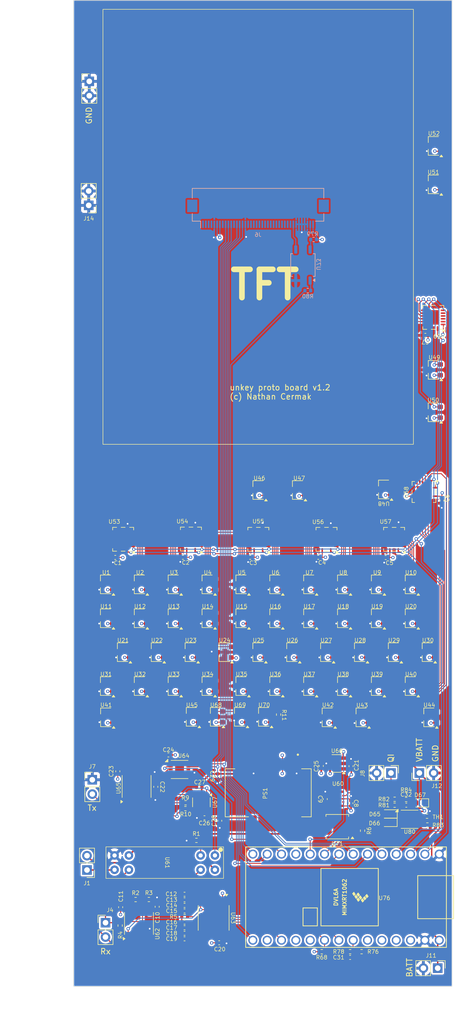
<source format=kicad_pcb>
(kicad_pcb (version 20221018) (generator pcbnew)
  (layers (0 "F.Cu" signal) (1 "In1.Cu" signal) (2 "In2.Cu" signal) (31 "B.Cu" signal) (34 "B.Paste" user) (35 "F.Paste" user) (36 "B.SilkS" user "B.Silkscreen") (37 "F.SilkS" user "F.Silkscreen") (38 "B.Mask" user) (39 "F.Mask" user) (44 "Edge.Cuts" user))
  (net 0 "")
  (net 1 "+3.3V")
  (net 2 "GND")
  (net 3 "+BATT")
  (net 4 "/MOSI")
  (net 5 "/TFT_LED")
  (net 6 "/SDA")
  (net 7 "/~{KB_LOAD}")
  (net 8 "/TFT_CS")
  (net 9 "/TFT_DC")
  (net 10 "/SCL")
  (net 11 "/XDCR_AMP")
  (net 12 "Net-(J1-Pin_1)")
  (net 13 "+3.3VA")
  (net 14 "+24V")
  (net 15 "-24V")
  (net 16 "/KB_CLOCK")
  (net 17 "/TX_POWER_EN")
  (net 18 "/DAC_CS")
  (net 19 "/XDCR_SW")
  (net 20 "/SCK")
  (net 21 "/MISO")
  (net 22 "+5V")
  (net 23 "/keyboard/k1")
  (net 24 "/keyboard/k12")
  (net 25 "/keyboard/k23")
  (net 26 "/keyboard/k34")
  (net 27 "/keyboard/k45")
  (net 28 "/keyboard/k5")
  (net 29 "/keyboard/k2")
  (net 30 "/keyboard/k13")
  (net 31 "/keyboard/k24")
  (net 32 "/keyboard/k35")
  (net 33 "/keyboard/k46")
  (net 34 "/keyboard/k3")
  (net 35 "/keyboard/k14")
  (net 36 "/keyboard/k25")
  (net 37 "/keyboard/k36")
  (net 38 "/keyboard/k47")
  (net 39 "/keyboard/k4")
  (net 40 "/keyboard/k15")
  (net 41 "/keyboard/k26")
  (net 42 "/keyboard/k37")
  (net 43 "/keyboard/k48")
  (net 44 "/keyboard/k16")
  (net 45 "/keyboard/k27")
  (net 46 "/keyboard/k38")
  (net 47 "/keyboard/k49")
  (net 48 "/keyboard/k21")
  (net 49 "/keyboard/k6")
  (net 50 "/keyboard/k17")
  (net 51 "/keyboard/k28")
  (net 52 "/keyboard/k39")
  (net 53 "/keyboard/k50")
  (net 54 "/keyboard/k7")
  (net 55 "/keyboard/k18")
  (net 56 "/keyboard/k29")
  (net 57 "/keyboard/k40")
  (net 58 "/keyboard/k51")
  (net 59 "/keyboard/k8")
  (net 60 "/keyboard/k19")
  (net 61 "/keyboard/k30")
  (net 62 "/keyboard/k41")
  (net 63 "/keyboard/k52")
  (net 64 "/keyboard/k9")
  (net 65 "/keyboard/k20")
  (net 66 "/keyboard/k31")
  (net 67 "/keyboard/k42")
  (net 68 "/keyboard/k10")
  (net 69 "/keyboard/k32")
  (net 70 "/keyboard/k43")
  (net 71 "/keyboard/k11")
  (net 72 "/keyboard/k22")
  (net 73 "/keyboard/k33")
  (net 74 "/keyboard/k44")
  (net 75 "/keyboard/k53")
  (net 76 "/transduction/XDCR_RX_N")
  (net 77 "/transduction/XDCR_RX_P")
  (net 78 "/transduction/XDCR_TX")
  (net 79 "/transduction/+1.65V")
  (net 80 "/keyboard/k54")
  (net 81 "/keyboard/k55")
  (net 100 "Net-(U80-THERM)")
  (net 101 "Net-(U80-PROG)")
  (net 102 "Net-(U76-20_A6_TX5_LRCLK1)")
  (net 103 "Net-(U65B--)")
  (net 104 "Net-(U65A--)")
  (net 105 "Net-(U64-Vref)")
  (net 106 "Net-(U64-Vout)")
  (net 107 "Net-(U63-S8)")
  (net 108 "Net-(U63-S7)")
  (net 109 "Net-(U63-S6)")
  (net 110 "Net-(U63-S5)")
  (net 111 "Net-(U63-S4)")
  (net 112 "Net-(U63-S3)")
  (net 113 "Net-(U63-S2)")
  (net 114 "Net-(U63-S1)")
  (net 115 "Net-(U62B-+)")
  (net 116 "Net-(U61-SW_NEG)")
  (net 117 "Net-(U60-VOUT)")
  (net 118 "Net-(U60-L2)")
  (net 119 "Net-(U58-QH)")
  (net 120 "Net-(U57-QH)")
  (net 121 "Net-(U56-QH)")
  (net 122 "Net-(U55-QH)")
  (net 123 "Net-(U54-QH)")
  (net 124 "Net-(U53-QH)")
  (net 125 "Net-(R80-Pad1)")
  (net 126 "Net-(R79-Pad2)")
  (net 127 "Net-(R10-Pad1)")
  (net 128 "Net-(J6-Pin_33)")
  (net 129 "Net-(J1-Pin_2)")
  (net 130 "Net-(D67-K)")
  (net 131 "Net-(D67-A)")
  (net 132 "Net-(D66-K)")
  (net 133 "Net-(D66-A)")
  (net 134 "Net-(D65-K)")
  (net 135 "Net-(D65-A)")
  (net 136 "/keyboard/k56")
  (net 137 "/TFT_RESET")
  (net 138 "/KB_DATA")
  (net 156 "Net-(R6-Pad2)")
  (net 157 "Net-(U61-SW_POS)")
  (footprint "Package_TO_SOT_SMD:SC-59" (layer "F.Cu") (at 50.2056 94.7906 180)
    (fp_text reference "U46")
    (fp_text value "AH1912-W")
  )
  (footprint "Package_DFN_QFN:Texas_RGY_R-PVQFN-N16_EP2.05x2.55mm" (layer "F.Cu") (at 62.29268 103.5144 180)
    (fp_text reference "U56")
    (fp_text value "SN74LV165APWR")
  )
  (footprint "Package_DFN_QFN:Texas_RGY_R-PVQFN-N16_EP2.05x2.55mm" (layer "F.Cu") (at 81.2032 64.231 180)
    (fp_text reference "U59")
    (fp_text value "SN74LV165APWR")
  )
  (footprint "Package_TO_SOT_SMD:SC-59" (layer "F.Cu") (at 71.1946 111.4906 180)
    (fp_text reference "U9")
    (fp_text value "AH1912-W")
  )
  (footprint "Package_TO_SOT_SMD:SC-59" (layer "F.Cu") (at 59.1946 117.4906 180)
    (fp_text reference "U17")
    (fp_text value "AH1912-W")
  )
  (footprint "Package_TO_SOT_SMD:SC-59" (layer "F.Cu") (at 72.4556 94.6906 180)
    (fp_text reference "U48")
    (fp_text value "AH1912-W")
  )
  (footprint "Resistor_SMD:R_0402_1005Metric" (layer "F.Cu") (at 74.3604 149.5264 180)
    (fp_text reference "R82")
    (fp_text value "1k")
  )
  (footprint "Package_TO_SOT_SMD:SC-59" (layer "F.Cu") (at 53.1946 117.4906 180)
    (fp_text reference "U16")
    (fp_text value "AH1912-W")
  )
  (footprint "Capacitor_SMD:C_0402_1005Metric" (layer "F.Cu") (at 25.8268 168.635 90)
    (fp_text reference "C11")
    (fp_text value "0.1u")
  )
  (footprint "Package_TO_SOT_SMD:SC-59" (layer "F.Cu") (at 57.2056 94.7906 180)
    (fp_text reference "U47")
    (fp_text value "AH1912-W")
  )
  (footprint "Package_TO_SOT_SMD:SC-59" (layer "F.Cu") (at 35.1946 117.4906 180)
    (fp_text reference "U13")
    (fp_text value "AH1912-W")
  )
  (footprint "Capacitor_SMD:C_0402_1005Metric" (layer "F.Cu") (at 76.4254 150.5764)
    (fp_text reference "C32")
    (fp_text value "10u")
  )
  (footprint "LED_SMD:LED_0603_1608Metric" (layer "F.Cu") (at 78.9104 150.1764 180)
    (fp_text reference "D67")
    (fp_text value "LED")
  )
  (footprint "Package_TO_SOT_SMD:SC-59" (layer "F.Cu") (at 23.1946 129.4906 180)
    (fp_text reference "U31")
    (fp_text value "AH1912-W")
  )
  (footprint "Capacitor_SMD:C_0402_1005Metric" (layer "F.Cu") (at 37.143938 171.2836)
    (fp_text reference "C16")
    (fp_text value "330p")
  )
  (footprint "Package_DFN_QFN:Texas_RGY_R-PVQFN-N16_EP2.05x2.55mm" (layer "F.Cu") (at 79.5556 95.1356 -90)
    (fp_text reference "U58")
    (fp_text value "SN74LV165APWR")
  )
  (footprint "Capacitor_SMD:C_0402_1005Metric" (layer "F.Cu") (at 37.143938 166.34329)
    (fp_text reference "C12")
    (fp_text value "33n")
  )
  (footprint "Resistor_SMD:R_0402_1005Metric" (layer "F.Cu") (at 68.51 176.509 180)
    (fp_text reference "R76")
    (fp_text value "100k")
  )
  (footprint "Package_TO_SOT_SMD:SC-59" (layer "F.Cu") (at 35.1946 111.4906 180)
    (fp_text reference "U3")
    (fp_text value "AH1912-W")
  )
  (footprint "unkey-footprints:CONV_PDSE1-S3-D24-M" (layer "F.Cu") (at 51.9684 148.3868 -90)
    (fp_text reference "PS1")
    (fp_text value "PDSE1-S3-D24-M")
  )
  (footprint "Package_TO_SOT_SMD:SC-59" (layer "F.Cu") (at 51.2056 134.9406 180)
    (fp_text reference "U70")
    (fp_text value "AH1921-W-7")
  )
  (footprint "Package_TO_SOT_SMD:SC-59" (layer "F.Cu") (at 32.1946 123.4906 180)
    (fp_text reference "U22")
    (fp_text value "AH1912-W")
  )
  (footprint "Package_TO_SOT_SMD:SC-59" (layer "F.Cu") (at 23.1946 117.4906 180)
    (fp_text reference "U11")
    (fp_text value "AH1912-W")
  )
  (footprint "Package_TO_SOT_SMD:SC-59" (layer "F.Cu") (at 80.4756 135.0296 180)
    (fp_text reference "U44")
    (fp_text value "AH1912-W")
  )
  (footprint "Capacitor_SMD:C_0402_1005Metric" (layer "F.Cu") (at 62.0676 149.4936 -90)
    (fp_text reference "C9")
    (fp_text value "10u")
  )
  (footprint "Capacitor_SMD:C_0402_1005Metric" (layer "F.Cu") (at 37.143938 174.23579)
    (fp_text reference "C19")
    (fp_text value "10p")
  )
  (footprint "Package_DFN_QFN:DFN-10-1EP_3x3mm_P0.5mm_EP1.58x2.35mm" (layer "F.Cu") (at 77.009 153.0704)
    (fp_text reference "U80")
    (fp_text value "MCP73833")
  )
  (footprint "Capacitor_SMD:C_0402_1005Metric" (layer "F.Cu") (at 48.7756 106.6906 180)
    (fp_text reference "C3")
    (fp_text value "0.1u")
  )
  (footprint "Package_TO_SOT_SMD:SC-59" (layer "F.Cu") (at 29.1946 111.4906 180)
    (fp_text reference "U2")
    (fp_text value "AH1912-W")
  )
  (footprint "Resistor_SMD:R_0402_1005Metric" (layer "F.Cu") (at 80.1004 152.5264)
    (fp_text reference "TH1")
    (fp_text value "10k")
  )
  (footprint "Capacitor_SMD:C_0402_1005Metric" (layer "F.Cu") (at 40.6734 152.8105 180)
    (fp_text reference "C26")
    (fp_text value "0.1u")
  )
  (footprint "Resistor_SMD:R_0402_1005Metric" (layer "F.Cu") (at 74.3604 150.5764 180)
    (fp_text reference "R81")
    (fp_text value "1k")
  )
  (footprint "Resistor_SMD:R_0402_1005Metric" (layer "F.Cu") (at 37.3234 150.1522 180)
    (fp_text reference "R9")
    (fp_text value "1k")
  )
  (footprint "Package_TO_SOT_SMD:SC-59" (layer "F.Cu") (at 46.938934 134.9356 180)
    (fp_text reference "U69")
    (fp_text value "AH1921-W-7")
  )
  (footprint "Package_TO_SOT_SMD:SOT-23-6" (layer "F.Cu") (at 40.1282 150.0711 -90)
    (fp_text reference "U67")
    (fp_text value "ADA4098")
  )
  (footprint "Package_TO_SOT_SMD:SC-59" (layer "F.Cu") (at 68.4756 135.0296 180)
    (fp_text reference "U43")
    (fp_text value "AH1912-W")
  )
  (footprint "Connector_PinHeader_2.54mm:PinHeader_1x02_P2.54mm_Vertical" (layer "F.Cu") (at 81.9912 179.4256 -90)
    (fp_text reference "J11")
    (fp_text value "Conn_01x02_Pin")
  )
  (footprint "Capacitor_SMD:C_0402_1005Metric" (layer "F.Cu") (at 25.3234 144.5855 90)
    (fp_text reference "C23")
    (fp_text value "0.1u")
  )
  (footprint "Package_TO_SOT_SMD:SC-59" (layer "F.Cu") (at 29.1946 129.4906 180)
    (fp_text reference "U32")
    (fp_text value "AH1912-W")
  )
  (footprint "Capacitor_SMD:C_0402_1005Metric" (layer "F.Cu") (at 82.7388 96.6486 -90)
    (fp_text reference "C6")
    (fp_text value "0.1u")
  )
  (footprint "Resistor_SMD:R_0402_1005Metric" (layer "F.Cu") (at 30.8268 167.275)
    (fp_text reference "R3")
    (fp_text value "1k")
  )
  (footprint "Package_DFN_QFN:Texas_RGY_R-PVQFN-N16_EP2.05x2.55mm" (layer "F.Cu") (at 74.26564 103.5154 180)
    (fp_text reference "U57")
    (fp_text value "SN74LV165APWR")
  )
  (footprint "Package_TO_SOT_SMD:SC-59" (layer "F.Cu") (at 42.672268 134.9356 180)
    (fp_text reference "U68")
    (fp_text value "AH1921-W-7")
  )
  (footprint "Package_DFN_QFN:Texas_RGY_R-PVQFN-N16_EP2.05x2.55mm" (layer "F.Cu") (at 50.21972 103.5144 180)
    (fp_text reference "U55")
    (fp_text value "SN74LV165APWR")
  )
  (footprint "Package_DFN_QFN:Texas_RGY_R-PVQFN-N16_EP2.05x2.55mm" (layer "F.Cu") (at 38.27676 103.4668 180)
    (fp_text reference "U54")
    (fp_text value "SN74LV165APWR")
  )
  (footprint "Package_TO_SOT_SMD:SC-59" (layer "F.Cu") (at 29.1946 117.4906 180)
    (fp_text reference "U12")
    (fp_text value "AH1912-W")
  )
  (footprint "Capacitor_SMD:C_0402_1005Metric" (layer "F.Cu") (at 43.280338 174.9336)
    (fp_text reference "C20")
    (fp_text value "0.1u")
  )
  (footprint "Capacitor_SMD:C_0402_1005Metric" (layer "F.Cu") (at 24.8704 106.7206 180)
    (fp_text reference "C1")
    (fp_text value "0.1u")
  )
  (footprint "Connector_PinHeader_2.54mm:PinHeader_1x02_P2.54mm_Vertical" (layer "F.Cu") (at 19.8628 162.052 180)
    (fp_text reference "J1")
    (fp_text value "Conn_01x02_Pin")
  )
  (footprint "Resistor_SMD:R_0402_1005Metric" (layer "F.Cu") (at 37.2968 151.1854 180)
    (fp_text reference "R10")
    (fp_text value "18k")
  )
  (footprint "Package_SO:SOP-4_3.8x4.1mm_P2.54mm" (layer "F.Cu") (at 64.2044 154.3812 180)
    (fp_text reference "U71")
    (fp_text value "CPC1002N")
  )
  (footprint "Package_TO_SOT_SMD:SC-59" (layer "F.Cu") (at 62.1946 123.4906 180)
    (fp_text reference "U27")
    (fp_text value "AH1912-W")
  )
  (footprint "Package_TO_SOT_SMD:SC-59" (layer "F.Cu") (at 71.1946 129.4906 180)
    (fp_text reference "U39")
    (fp_text value "AH1912-W")
  )
  (footprint "Capacitor_SMD:C_0402_1005Metric" (layer "F.Cu") (at 66.6176 150.2336 -90)
    (fp_text reference "C8")
    (fp_text value "10u")
  )
  (footprint "Connector_PinHeader_2.54mm:PinHeader_1x02_P2.54mm_Vertical" (layer "F.Cu") (at 20.1676 44.4042 180)
    (fp_text reference "J14")
    (fp_text value "Conn_01x02_Pin")
  )
  (footprint "Resistor_SMD:R_0402_1005Metric" (layer "F.Cu") (at 28.4768 167.285)
    (fp_text reference "R2")
    (fp_text value "1k")
  )
  (footprint "Connector_PinHeader_2.54mm:PinHeader_1x02_P2.54mm_Vertical" (layer "F.Cu") (at 23.1436 171.3782)
    (fp_text reference "J4")
    (fp_text value "Conn_01x02_Pin")
  )
  (footprint "Package_TO_SOT_SMD:SC-59" (layer "F.Cu") (at 71.1946 117.4906 180)
    (fp_text reference "U19")
    (fp_text value "AH1912-W")
  )
  (footprint "Package_TO_SOT_SMD:SC-59" (layer "F.Cu") (at 74.1946 123.4906 180)
    (fp_text reference "U29")
    (fp_text value "AH1912-W")
  )
  (footprint "Capacitor_SMD:C_0402_1005Metric" (layer "F.Cu") (at 39.7434 147.4055 180)
    (fp_text reference "C27")
    (fp_text value "0.1u")
  )
  (footprint "Package_TO_SOT_SMD:SC-59" (layer "F.Cu") (at 62.4756 135.0296 180)
    (fp_text reference "U42")
    (fp_text value "AH1912-W")
  )
  (footprint "Capacitor_SMD:C_0402_1005Metric" (layer "F.Cu") (at 60.8256 106.6906 180)
    (fp_text reference "C4")
    (fp_text value "0.1u")
  )
  (footprint "Resistor_SMD:R_0402_1005Metric" (layer "F.Cu") (at 66.478 176.509 180)
    (fp_text reference "R78")
    (fp_text value "100k")
  )
  (footprint "Package_TO_SOT_SMD:SC-59" (layer "F.Cu") (at 23.2256 135.0296 180)
    (fp_text reference "U41")
    (fp_text value "AH1912-W")
  )
  (footprint "Package_TO_SOT_SMD:SC-59" (layer "F.Cu") (at 23.1946 111.4906 180)
    (fp_text reference "U1")
    (fp_text value "AH1912-W")
  )
  (footprint "Connector_PinHeader_2.54mm:PinHeader_1x02_P2.54mm_Vertical" (layer "F.Cu") (at 78.74 144.8816 90)
    (fp_text reference "J12")
    (fp_text value "Conn_01x02_Pin")
  )
  (footprint "Capacitor_SMD:C_0402_1005Metric" (layer "F.Cu") (at 61.3664 143.6344 -90)
    (fp_text reference "C25")
    (fp_text value "10u")
  )
  (footprint "Resistor_SMD:R_0402_1005Metric" (layer "F.Cu") (at 61.4468 176.509)
    (fp_text reference "R68")
    (fp_text value "10k")
  )
  (footprint "Resistor_SMD:R_0402_1005Metric" (layer "F.Cu") (at 37.163938 170.289538)
    (fp_text reference "R5")
    (fp_text value "100M")
  )
  (footprint "Package_SO:SOIC-8_3.9x4.9mm_P1.27mm" (layer "F.Cu") (at 29.0698 171.5146 90)
    (fp_text reference "U62")
    (fp_text value "TLV9062xD")
  )
  (footprint "Package_TO_SOT_SMD:SC-59" (layer "F.Cu") (at 77.1946 117.4906 180)
    (fp_text reference "U20")
    (fp_text value "AH1912-W")
  )
  (footprint "unkey-footprints:Teensy40" (layer "F.Cu") (at 65.7528 166.857 180)
    (fp_text reference "U76")
    (fp_text value "Teensy4.0")
  )
  (footprint "Capacitor_SMD:C_0402_1005Metric" (layer "F.Cu") (at 37.143938 168.311414)
    (fp_text reference "C14")
    (fp_text value "3.3n")
  )
  (footprint "LED_SMD:LED_0603_1608Metric" (layer "F.Cu") (at 73.3254 153.6264 180)
    (fp_text reference "D66")
    (fp_text value "LED")
  )
  (footprint "unkey-footprints:2342-05-000" (layer "F.Cu") (at 33.6354 160.7426 -90)
    (fp_text reference "U61")
    (fp_text value "2342-05-000")
  )
  (footprint "Package_TO_SOT_SMD:SC-59" (layer "F.Cu") (at 81.2722 33.881 180)
    (fp_text reference "U52")
    (fp_text value "AH1912-W")
  )
  (footprint "Package_TO_SOT_SMD:SC-59" (layer "F.Cu") (at 59.1946 111.4906 180)
    (fp_text reference "U7")
    (fp_text value "AH1912-W")
  )
  (footprint "Package_TO_SOT_SMD:SC-59" (layer "F.Cu") (at 47.1946 117.4906 180)
    (fp_text reference "U15")
    (fp_text value "AH1912-W")
  )
  (footprint "Package_TO_SOT_SMD:SC-59" (layer "F.Cu") (at 53.1946 129.4906 180)
    (fp_text reference "U36")
    (fp_text value "AH1912-W")
  )
  (footprint "Resistor_SMD:R_0402_1005Metric" (layer "F.Cu") (at 76.4004 149.5764)
    (fp_text reference "R84")
    (fp_text value "1k")
  )
  (footprint "Package_TO_SOT_SMD:SC-59" (layer "F.Cu") (at 38.1946 123.4906 180)
    (fp_text reference "U23")
    (fp_text value "AH1912-W")
  )
  (footprint "Connector_PinHeader_2.54mm:PinHeader_1x02_P2.54mm_Vertical" (layer "F.Cu") (at 20.2692 22.4536)
    (fp_text reference "J13" hide)
    (fp_text value "Conn_01x02_Pin")
  )
  (footprint "Package_TO_SOT_SMD:SC-59" (layer "F.Cu") (at 81.2722 40.681 180)
    (fp_text reference "U51")
    (fp_text value "AH1912-W")
  )
  (footprint "Package_TO_SOT_SMD:SC-59" (layer "F.Cu") (at 77.1946 129.4906 180)
    (fp_text reference "U40")
    (fp_text value "AH1912-W")
  )
  (footprint "Package_TO_SOT_SMD:SC-59" (layer "F.Cu") (at 59.1946 129.4906 180)
    (fp_text reference "U37")
    (fp_text value "AH1912-W")
  )
  (footprint "Package_TO_SOT_SMD:SC-59" (layer "F.Cu") (at 26.1946 123.4906 180)
    (fp_text reference "U21")
    (fp_text value "AH1912-W")
  )
  (footprint "Package_TO_SOT_SMD:SC-59" (layer "F.Cu") (at 65.1946 129.4906 180)
    (fp_text reference "U38")
    (fp_text value "AH1912-W")
  )
  (footprint "Package_TO_SOT_SMD:SC-59" (layer "F.Cu") (at 44.1946 123.4906 180)
    (fp_text reference "U24")
    (fp_text value "AH1912-W")
  )
  (footprint "unkey-footprints:MYRBP500080B21RE" (layer "F.Cu") (at 64.333 149.4484 90)
    (fp_text reference "U60")
    (fp_text value "MYRBP500080B21RE")
  )
  (footprint "Capacitor_SMD:C_0402_1005Metric" (layer "F.Cu") (at 32.051 147.3279 -90)
    (fp_text reference "C22")
    (fp_text value "0.1u")
  )
  (footprint "Package_TO_SOT_SMD:SC-59" (layer "F.Cu") (at 38.4056 134.9356 180)
    (fp_text reference "U45")
    (fp_text value "AH1921-W-7")
  )
  (footprint "Connector_PinHeader_2.54mm:PinHeader_1x02_P2.54mm_Vertical" (layer "F.Cu") (at 73.7108 144.8816 -90)
    (fp_text reference "J8")
    (fp_text value "Conn_01x02_Pin")
  )
  (footprint "Capacitor_SMD:C_0402_1005Metric" (layer "F.Cu") (at 37.143938 173.251724)
    (fp_text reference "C18")
    (fp_text value "33p")
  )
  (footprint "Package_TO_SOT_SMD:SC-59" (layer "F.Cu") (at 41.1946 111.4906 180)
    (fp_text reference "U4")
    (fp_text value "AH1912-W")
  )
  (footprint "Package_TO_SOT_SMD:SC-59" (layer "F.Cu") (at 53.1946 111.4906 180)
    (fp_text reference "U6")
    (fp_text value "AH1912-W")
  )
  (footprint "Package_TO_SOT_SMD:SC-59" (layer "F.Cu") (at 81.2582 81.031 180)
    (fp_text reference "U50")
    (fp_text value "AH1912-W")
  )
  (footprint "Resistor_SMD:R_0402_1005Metric" (layer "F.Cu") (at 68.6816 155.0944 -90)
    (fp_text reference "R6")
    (fp_text value "500")
  )
  (footprint "Capacitor_SMD:C_0402_1005Metric" (layer "F.Cu") (at 79.8032 67.418 180)
    (fp_text reference "C7")
    (fp_text value "0.1u")
  )
  (footprint "Package_TO_SOT_SMD:SC-59" (layer "F.Cu") (at 41.1946 129.4906 180)
    (fp_text reference "U34")
    (fp_text value "AH1912-W")
  )
  (footprint "Resistor_SMD:R_0402_1005Metric" (layer "F.Cu") (at 53.8056 134.5406 90)
    (fp_text reference "R11")
    (fp_text value "10k")
  )
  (footprint "Package_SO:SOIC-8_3.9x4.9mm_P1.27mm" (layer "F.Cu") (at 28.6484 147.2587 90)
    (fp_text reference "U65")
    (fp_text value "TLV9062xD")
  )
  (footprint "Resistor_SMD:R_0402_1005Metric" (layer "F.Cu") (at 25.7344 171.8862 -90)
    (fp_text reference "R4")
    (fp_text value "0")
  )
  (footprint "Capacitor_SMD:C_0402_1005Metric" (layer "F.Cu") (at 36.8556 106.6906 180)
    (fp_text reference "C2")
    (fp_text value "0.1u")
  )
  (footprint "Capacitor_SMD:C_0402_1005Metric" (layer "F.Cu") (at 37.143938 167.327352)
    (fp_text reference "C13")
    (fp_text value "10n")
  )
  (footprint "Package_TO_SOT_SMD:SC-59" (layer "F.Cu") (at 47.1946 129.4906 180)
    (fp_text reference "U35")
    (fp_text value "AH1912-W")
  )
  (footprint "Package_TO_SOT_SMD:SC-59" (layer "F.Cu") (at 35.1946 129.4906 180)
    (fp_text reference "U33")
    (fp_text value "AH1912-W")
  )
  (footprint "Capacitor_SMD:C_0402_1005Metric" (layer "F.Cu") (at 66.6364 143.6744 90)
    (fp_text reference "C21")
    (fp_text value "10u")
  )
  (footprint "Package_TO_SOT_SMD:SC-59" (layer "F.Cu") (at 77.1946 111.4906 180)
    (fp_text reference "U10")
    (fp_text value "AH1912-W")
  )
  (footprint "Package_TO_SOT_SMD:SC-59" (layer "F.Cu") (at 81.2722 73.517 180)
    (fp_text reference "U49")
    (fp_text value "AH1912-W")
  )
  (footprint "Package_TO_SOT_SMD:SOT-23-5" (layer "F.Cu") (at 64.0552 143.1958 180)
    (fp_text reference "U66")
    (fp_text value "XC6210B332MR")
  )
  (footprint "Capacitor_SMD:C_0402_1005Metric" (layer "F.Cu") (at 37.143938 172.267662)
    (fp_text reference "C17")
    (fp_text value "100p")
  )
  (footprint "Package_TO_SOT_SMD:SC-59" (layer "F.Cu") (at 65.1946 111.4906 180)
    (fp_text reference "U8")
    (fp_text value "AH1912-W")
  )
  (footprint "Package_TO_SOT_SMD:SC-59" (layer "F.Cu") (at 50.1946 123.4906 180)
    (fp_text reference "U25")
    (fp_text value "AH1912-W")
  )
  (footprint "Package_TO_SOT_SMD:SC-59" (layer "F.Cu") (at 68.1946 123.4906 180)
    (fp_text reference "U28")
    (fp_text value "AH1912-W")
  )
  (footprint "Package_TO_SOT_SMD:SC-59" (layer "F.Cu") (at 56.1946 123.4906 180)
    (fp_text reference "U26")
    (fp_text value "AH1912-W")
  )
  (footprint "Capacitor_SMD:C_0402_1005Metric" (layer "F.Cu") (at 72.7756 106.7406 180)
    (fp_text reference "C5")
    (fp_text value "0.1u")
  )
  (footprint "Capacitor_SMD:C_0402_1005Metric" (layer "F.Cu") (at 37.143938 169.295476)
    (fp_text reference "C15")
    (fp_text value "1n")
  )
  (footprint "Package_DFN_QFN:Texas_RGY_R-PVQFN-N16_EP2.05x2.55mm" (layer "F.Cu") (at 26.2686 103.5066 180)
    (fp_text reference "U53")
    (fp_text value "SN74LV165APWR")
  )
  (footprint "Capacitor_SMD:C_0402_1005Metric" (layer "F.Cu") (at 43.0184 145.5105 -90)
    (fp_text reference "C29")
    (fp_text value "10u")
  )
  (footprint "Capacitor_SMD:C_0402_1005Metric" (layer "F.Cu") (at 34.2834 141.6855 180)
    (fp_text reference "C24")
    (fp_text value "0.1u")
  )
  (footprint "Package_TO_SOT_SMD:SC-59" (layer "F.Cu") (at 80.1946 123.4906 180)
    (fp_text reference "U30")
    (fp_text value "AH1912-W")
  )
  (footprint "Resistor_SMD:R_0402_1005Metric" (layer "F.Cu") (at 39.2494 156.805)
    (fp_text reference "R1")
    (fp_text value "100")
  )
  (footprint "Package_TO_SOT_SMD:SC-59" (layer "F.Cu") (at 41.1946 117.4906 180)
    (fp_text reference "U14")
    (fp_text value "AH1912-W")
  )
  (footprint "Resistor_SMD:R_0402_1005Metric" (layer "F.Cu") (at 80.1604 154.0764)
    (fp_text reference "R83")
    (fp_text value "2k")
  )
  (footprint "Package_DFN_QFN:DFN-10-1EP_3x3mm_P0.5mm_EP1.55x2.48mm" (layer "F.Cu") (at 36.2619 144.2577)
    (fp_text reference "U64")
    (fp_text value "MCP48CVD21")
  )
  (footprint "Capacitor_SMD:C_0402_1005Metric" (layer "F.Cu") (at 32.2956 168.557 90)
    (fp_text reference "C10")
    (fp_text value "0.1u")
  )
  (footprint "Package_TO_SOT_SMD:SC-59" (layer "F.Cu") (at 65.1946 117.4906 180)
    (fp_text reference "U18")
    (fp_text value "AH1912-W")
  )
  (footprint "Package_SO:TSSOP-16_4.4x5mm_P0.65mm" (layer "F.Cu") (at 42.299138 170.5315 -90)
    (fp_text reference "U63")
    (fp_text value "ADG728")
  )
  (footprint "Connector_PinHeader_2.54mm:PinHeader_1x02_P2.54mm_Vertical" (layer "F.Cu") (at 20.8034 146.0755)
    (fp_text reference "J7")
    (fp_text value "Conn_01x02_Pin")
  )
  (footprint "LED_SMD:LED_0603_1608Metric" (layer "F.Cu") (at 73.3379 152.1264 180)
    (fp_text reference "D65")
    (fp_text value "LED")
  )
  (footprint "Package_TO_SOT_SMD:SC-59" (layer "F.Cu") (at 47.1946 111.4906 180)
    (fp_text reference "U5")
    (fp_text value "AH1912-W")
  )
  (footprint "Capacitor_SMD:C_0402_1005Metric" (layer "F.Cu") (at 66.478 177.525 180)
    (fp_text reference "C31")
    (fp_text value "0.1u")
  )
  (footprint "Capacitor_SMD:C_0402_1005Metric" (layer "F.Cu") (at 43.3788 153.3335 90)
    (fp_text reference "C28")
    (fp_text value "10u")
  )
  (footprint "Connector_FFC-FPC:Hirose_FH12-40S-0.5SH_1x40-1MP_P0.50mm_Horizontal" (layer "B.Cu") (at 50.1626 45.9008)
    (fp_text reference "J6")
    (fp_text value "Conn_01x40_Pin")
  )
  (footprint "Resistor_SMD:R_0402_1005Metric" (layer "B.Cu") (at 58.9808 59.4868 180)
    (fp_text reference "R80")
    (fp_text value "500")
  )
  (footprint "Resistor_SMD:R_0402_1005Metric" (layer "B.Cu") (at 60.0054 50.446 180)
    (fp_text reference "R79")
    (fp_text value "100")
  )
  (footprint "Package_SO:SOP-4_3.8x4.1mm_P2.54mm" (layer "B.Cu") (at 58.1128 54.9648 90)
    (fp_text reference "U73")
    (fp_text value "CPC1002N")
  )
  (gr_rect (start 22.6888 9.7028) (end 77.6888 86.7028) (stroke (width 0.1)) (fill none) (layer "F.SilkS"))
  (gr_rect (start 17.52 8.128) (end 84.52 182.63) (stroke (width 0.1)) (fill none) (layer "Edge.Cuts"))
  (gr_text "unkey proto board v1.2\n(c) Nathan Cermak" (at 45.0556 78.8406) (layer "F.SilkS") (effects (font (size 1 1)) (justify left bottom)))
  (gr_text "TFT" (at 44.7488 61.3906) (layer "F.SilkS") (effects (font (size 5 5) (thickness 1) bold) (justify left bottom)))
  (segment (start 48.3946 130.4406) (end 47.5544 130.4406) (width 0.152) (layer "F.Cu") (net 1))
  (segment (start 42.778 135.8856) (end 43.872268 135.8856) (width 0.152) (layer "F.Cu") (net 1))
  (segment (start 82.7388 96.1686) (end 82.7388 95.3474) (width 0.152) (layer "F.Cu") (net 1))
  (segment (start 81.5082 41.631) (end 81.4832 41.656) (width 0.152) (layer "F.Cu") (net 1))
  (segment (start 73.2556 106.7406) (end 74.0556 106.7406) (width 0.152) (layer "F.Cu") (net 1))
  (segment (start 33.3946 124.4406) (end 32.5544 124.4406) (width 0.152) (layer "F.Cu") (net 1))
  (segment (start 35.5544 130.4406) (end 35.5408 130.427) (width 0.152) (layer "F.Cu") (net 1))
  (segment (start 51.4056 95.7406) (end 50.4056 95.7406) (width 0.152) (layer "F.Cu") (net 1))
  (segment (start 25.5186 106.5524) (end 25.3504 106.7206) (width 0.152) (layer "F.Cu") (net 1))
  (segment (start 27.1648 169.0396) (end 27.1648 168.087) (width 0.152) (layer "F.Cu") (net 1))
  (segment (start 48.3946 112.4406) (end 47.5544 112.4406) (width 0.152) (layer "F.Cu") (net 1))
  (segment (start 27.3946 124.4406) (end 26.5544 124.4406) (width 0.152) (layer "F.Cu") (net 1))
  (segment (start 51.3946 124.4406) (end 50.5544 124.4406) (width 0.152) (layer "F.Cu") (net 1))
  (segment (start 53.5544 130.4406) (end 53.5408 130.427) (width 0.152) (layer "F.Cu") (net 1))
  (segment (start 82.4558 95.8856) (end 82.7388 96.1686) (width 0.152) (layer "F.Cu") (net 1))
  (segment (start 81.3946 124.4406) (end 80.5544 124.4406) (width 0.152) (layer "F.Cu") (net 1))
  (segment (start 68.8166 135.9796) (end 68.8056 135.9906) (width 0.152) (layer "F.Cu") (net 1))
  (segment (start 53.5544 112.4406) (end 53.5408 112.427) (width 0.152) (layer "F.Cu") (net 1))
  (segment (start 78.3946 130.4406) (end 77.5544 130.4406) (width 0.152) (layer "F.Cu") (net 1))
  (segment (start 39.3946 124.4406) (end 38.5544 124.4406) (width 0.152) (layer "F.Cu") (net 1))
  (segment (start 52.4056 135.8906) (end 51.5056 135.8906) (width 0.152) (layer "F.Cu") (net 1))
  (segment (start 43.889338 166.191) (end 43.868738 166.1704) (width 0.152) (layer "F.Cu") (net 1))
  (segment (start 30.3946 118.4406) (end 29.5544 118.4406) (width 0.152) (layer "F.Cu") (net 1))
  (segment (start 48.138934 135.8856) (end 47.3106 135.8856) (width 0.152) (layer "F.Cu") (net 1))
  (segment (start 81.6006 95.8856) (end 82.4558 95.8856) (width 0.152) (layer "F.Cu") (net 1))
  (segment (start 72.8056 95.6406) (end 72.7556 95.6906) (width 0.152) (layer "F.Cu") (net 1))
  (segment (start 72.3946 112.4406) (end 71.5544 112.4406) (width 0.152) (layer "F.Cu") (net 1))
  (segment (start 38.5544 124.4406) (end 38.5408 124.427) (width 0.152) (layer "F.Cu") (net 1))
  (segment (start 74.5544 124.4406) (end 74.5408 124.427) (width 0.152) (layer "F.Cu") (net 1))
  (segment (start 71.5544 130.4406) (end 71.5408 130.427) (width 0.152) (layer "F.Cu") (net 1))
  (segment (start 41.963538 174.9336) (end 41.938338 174.9588) (width 0.152) (layer "F.Cu") (net 1))
  (segment (start 36.3946 130.4406) (end 35.5544 130.4406) (width 0.152) (layer "F.Cu") (net 1))
  (segment (start 81.6756 135.9796) (end 80.8666 135.9796) (width 0.152) (layer "F.Cu") (net 1))
  (segment (start 25.8268 169.115) (end 25.8268 169.915) (width 0.152) (layer "F.Cu") (net 1))
  (segment (start 60.3946 118.4406) (end 59.5544 118.4406) (width 0.152) (layer "F.Cu") (net 1))
  (segment (start 77.5544 118.4406) (end 77.5408 118.427) (width 0.152) (layer "F.Cu") (net 1))
  (segment (start 43.889338 167.6261) (end 43.889338 166.191) (width 0.152) (layer "F.Cu") (net 1))
  (segment (start 75.3946 124.4406) (end 74.5544 124.4406) (width 0.152) (layer "F.Cu") (net 1))
  (segment (start 23.5544 118.4406) (end 23.5408 118.427) (width 0.152) (layer "F.Cu") (net 1))
  (segment (start 72.3946 130.4406) (end 71.5544 130.4406) (width 0.152) (layer "F.Cu") (net 1))
  (segment (start 42.589338 173.3511) (end 42.589338 174.7226) (width 0.152) (layer "F.Cu") (net 1))
  (segment (start 50.5544 124.4406) (end 50.5408 124.427) (width 0.152) (layer "F.Cu") (net 1))
  (segment (start 69.6756 135.9796) (end 68.8166 135.9796) (width 0.152) (layer "F.Cu") (net 1))
  (segment (start 47.5544 130.4406) (end 47.5408 130.427) (width 0.152) (layer "F.Cu") (net 1))
  (segment (start 42.800338 174.9336) (end 41.963538 174.9336) (width 0.152) (layer "F.Cu") (net 1))
  (segment (start 25.8268 169.915) (end 25.8068 169.935) (width 0.152) (layer "F.Cu") (net 1))
  (segment (start 56.5544 124.4406) (end 56.5408 124.427) (width 0.152) (layer "F.Cu") (net 1))
  (segment (start 37.52676 106.49944) (end 37.3356 106.6906) (width 0.152) (layer "F.Cu") (net 1))
  (segment (start 66.3946 112.4406) (end 65.5544 112.4406) (width 0.152) (layer "F.Cu") (net 1))
  (segment (start 23.5544 130.4406) (end 23.5408 130.427) (width 0.152) (layer "F.Cu") (net 1))
  (segment (start 41.5544 130.4406) (end 41.5408 130.427) (width 0.152) (layer "F.Cu") (net 1))
  (segment (start 80.8666 135.9796) (end 80.8056 136.0406) (width 0.152) (layer "F.Cu") (net 1))
  (segment (start 45.4648 124.5108) (end 45.3946 124.4406) (width 0.152) (layer "F.Cu") (net 1))
  (segment (start 35.5544 112.4406) (end 35.5408 112.427) (width 0.152) (layer "F.Cu") (net 1))
  (segment (start 36.3946 112.4406) (end 35.5544 112.4406) (width 0.152) (layer "F.Cu") (net 1))
  (segment (start 25.9022 169.0396) (end 25.8268 169.115) (width 0.152) (layer "F.Cu") (net 1))
  (segment (start 48.3946 118.4406) (end 47.5544 118.4406) (width 0.152) (layer "F.Cu") (net 1))
  (segment (start 52.4056 135.8906) (end 53.2456 135.0506) (width 0.152) (layer "F.Cu") (net 1))
  (segment (start 29.5544 118.4406) (end 29.5408 118.427) (width 0.152) (layer "F.Cu") (net 1))
  (segment (start 30.3946 112.4406) (end 29.5544 112.4406) (width 0.152) (layer "F.Cu") (net 1))
  (segment (start 42.589338 174.7226) (end 42.800338 174.9336) (width 0.152) (layer "F.Cu") (net 1))
  (segment (start 41.5544 118.4406) (end 41.5408 118.427) (width 0.152) (layer "F.Cu") (net 1))
  (segment (start 47.5544 112.4406) (end 47.5408 112.427) (width 0.152) (layer "F.Cu") (net 1))
  (segment (start 58.4056 95.7406) (end 57.5556 95.7406) (width 0.152) (layer "F.Cu") (net 1))
  (segment (start 47.5544 118.4406) (end 47.5408 118.427) (width 0.152) (layer "F.Cu") (net 1))
  (segment (start 78.3946 112.4406) (end 77.5544 112.4406) (width 0.152) (layer "F.Cu") (net 1))
  (segment (start 24.3946 130.4406) (end 23.5544 130.4406) (width 0.152) (layer "F.Cu") (net 1))
  (segment (start 27.1648 168.087) (end 27.9668 167.285) (width 0.152) (layer "F.Cu") (net 1))
  (segment (start 47.3106 135.8856) (end 47.3056 135.8906) (width 0.152) (layer "F.Cu") (net 1))
  (segment (start 66.3946 118.4406) (end 65.5544 118.4406) (width 0.152) (layer "F.Cu") (net 1))
  (segment (start 27.1648 169.0396) (end 25.9022 169.0396) (width 0.152) (layer "F.Cu") (net 1))
  (segment (start 80.2832 67.418) (end 80.2832 68.2052) (width 0.152) (layer "F.Cu") (net 1))
  (segment (start 25.5186 105.5516) (end 25.5186 106.5524) (width 0.152) (layer "F.Cu") (net 1))
  (segment (start 54.3946 130.4406) (end 53.5544 130.4406) (width 0.152) (layer "F.Cu") (net 1))
  (segment (start 42.3946 112.4406) (end 41.5544 112.4406) (width 0.152) (layer "F.Cu") (net 1))
  (segment (start 29.5544 112.4406) (end 29.5408 112.427) (width 0.152) (layer "F.Cu") (net 1))
  (segment (start 42.3946 130.4406) (end 41.5544 130.4406) (width 0.152) (layer "F.Cu") (net 1))
  (segment (start 60.9368 176.509) (end 60.126 176.509) (width 0.152) (layer "F.Cu") (net 1))
  (segment (start 66.3946 130.4406) (end 65.5544 130.4406) (width 0.152) (layer "F.Cu") (net 1))
  (segment (start 68.5544 124.4406) (end 68.5408 124.427) (width 0.152) (layer "F.Cu") (net 1))
  (segment (start 49.2556 106.6906) (end 50.0556 106.6906) (width 0.152) (layer "F.Cu") (net 1))
  (segment (start 61.54268 105.5594) (end 61.54268 106.45352) (width 0.152) (layer "F.Cu") (net 1))
  (segment (start 26.5544 124.4406) (end 26.5408 124.427) (width 0.152) (layer "F.Cu") (net 1))
  (segment (start 71.5544 118.4406) (end 71.5408 118.427) (width 0.152) (layer "F.Cu") (net 1))
  (segment (start 77.5544 112.4406) (end 77.5408 112.427) (width 0.152) (layer "F.Cu") (net 1))
  (segment (start 80.2832 68.2052) (end 80.264 68.2244) (width 0.152) (layer "F.Cu") (net 1))
  (segment (start 23.5666 135.9796) (end 23.5556 135.9906) (width 0.152) (layer "F.Cu") (net 1))
  (segment (start 59.5544 112.4406) (end 59.5408 112.427) (width 0.152) (layer "F.Cu") (net 1))
  (segment (start 81.445 81.981) (end 81.384 82.042) (width 0.152) (layer "F.Cu") (net 1))
  (segment (start 42.7482 135.9154) (end 42.778 135.8856) (width 0.152) (layer "F.Cu") (net 1))
  (segment (start 73.6556 95.6406) (end 72.8056 95.6406) (width 0.152) (layer "F.Cu") (net 1))
  (segment (start 81.3898 74.467) (end 81.384 74.4728) (width 0.152) (layer "F.Cu") (net 1))
  (segment (start 53.5544 118.4406) (end 53.5408 118.427) (width 0.152) (layer "F.Cu") (net 1))
  (segment (start 46.2788 124.5108) (end 45.4648 124.5108) (width 0.152) (layer "F.Cu") (net 1))
  (segment (start 38.7106 135.8856) (end 38.7056 135.8906) (width 0.152) (layer "F.Cu") (net 1))
  (segment (start 65.5544 118.4406) (end 65.5408 118.427) (width 0.152) (layer "F.Cu") (net 1))
  (segment (start 24.3946 118.4406) (end 23.5544 118.4406) (width 0.152) (layer "F.Cu") (net 1))
  (segment (start 25.3504 106.7206) (end 26.1856 106.7206) (width 0.152) (layer "F.Cu") (net 1))
  (segment (start 63.6756 135.9796) (end 62.8166 135.9796) (width 0.152) (layer "F.Cu") (net 1))
  (segment (start 54.3946 112.4406) (end 53.5544 112.4406) (width 0.152) (layer "F.Cu") (net 1))
  (segment (start 82.4722 34.831) (end 81.5162 34.831) (width 0.152) (layer "F.Cu") (net 1))
  (segment (start 61.3056 106.6906) (end 62.1056 106.6906) (width 0.152) (layer "F.Cu") (net 1))
  (segment (start 78.3946 118.4406) (end 77.5544 118.4406) (width 0.152) (layer "F.Cu") (net 1))
  (segment (start 80.4532 66.276) (end 80.4532 67.248) (width 0.152) (layer "F.Cu") (net 1))
  (segment (start 59.5544 118.4406) (end 59.5408 118.427) (width 0.152) (layer "F.Cu") (net 1))
  (segment (start 80.4532 67.248) (end 80.2832 67.418) (width 0.152) (layer "F.Cu") (net 1))
  (segment (start 26.1856 106.7206) (end 26.2056 106.7406) (width 0.152) (layer "F.Cu") (net 1))
  (segment (start 29.5544 130.4406) (end 29.5408 130.427) (width 0.152) (layer "F.Cu") (net 1))
  (segment (start 59.5544 130.4406) (end 59.5408 130.427) (width 0.152) (layer "F.Cu") (net 1))
  (segment (start 65.5544 112.4406) (end 65.5408 112.427) (width 0.152) (layer "F.Cu") (net 1))
  (segment (start 41.5544 112.4406) (end 41.5408 112.427) (width 0.152) (layer "F.Cu") (net 1))
  (segment (start 53.2456 135.0506) (end 53.8056 135.0506) (width 0.152) (layer "F.Cu") (net 1))
  (segment (start 37.52676 105.5118) (end 37.52676 106.49944) (width 0.152) (layer "F.Cu") (net 1))
  (segment (start 63.3946 124.4406) (end 62.5544 124.4406) (width 0.152) (layer "F.Cu") (net 1))
  (segment (start 37.3356 106.6906) (end 38.2056 106.6906) (width 0.152) (layer "F.Cu") (net 1))
  (segment (start 69.3946 124.4406) (end 68.5544 124.4406) (width 0.152) (layer "F.Cu") (net 1))
  (segment (start 30.3946 130.4406) (end 29.5544 130.4406) (width 0.152) (layer "F.Cu") (net 1))
  (segment (start 60.3946 130.4406) (end 59.5544 130.4406) (width 0.152) (layer "F.Cu") (net 1))
  (segment (start 80.5544 124.4406) (end 80.5408 124.427) (width 0.152) (layer "F.Cu") (net 1))
  (segment (start 60.3946 112.4406) (end 59.5544 112.4406) (width 0.152) (layer "F.Cu") (net 1))
  (segment (start 73.51564 106.48056) (end 73.2556 106.7406) (width 0.152) (layer "F.Cu") (net 1))
  (segment (start 35.5544 118.4406) (end 35.5408 118.427) (width 0.152) (layer "F.Cu") (net 1))
  (segment (start 23.5544 112.4406) (end 23.5408 112.427) (width 0.152) (layer "F.Cu") (net 1))
  (segment (start 82.4722 74.467) (end 81.3898 74.467) (width 0.152) (layer "F.Cu") (net 1))
  (segment (start 72.3946 118.4406) (end 71.5544 118.4406) (width 0.152) (layer "F.Cu") (net 1))
  (segment (start 36.3946 118.4406) (end 35.5544 118.4406) (width 0.152) (layer "F.Cu") (net 1))
  (segment (start 82.4582 81.981) (end 81.445 81.981) (width 0.152) (layer "F.Cu") (net 1))
  (segment (start 81.5162 34.831) (end 81.4832 34.798) (width 0.152) (layer "F.Cu") (net 1))
  (segment (start 49.46972 105.5594) (end 49.46972 106.47648) (width 0.152) (layer "F.Cu") (net 1))
  (segment (start 57.5556 95.7406) (end 57.4556 95.8406) (width 0.152) (layer "F.Cu") (net 1))
  (segment (start 24.4256 135.9796) (end 23.5666 135.9796) (width 0.152) (layer "F.Cu") (net 1))
  (segment (start 24.3946 112.4406) (end 23.5544 112.4406) (width 0.152) (layer "F.Cu") (net 1))
  (segment (start 62.8166 135.9796) (end 62.8056 135.9906) (width 0.152) (layer "F.Cu") (net 1))
  (segment (start 65.5544 130.4406) (end 65.5408 130.427) (width 0.152) (layer "F.Cu") (net 1))
  (segment (start 32.5544 124.4406) (end 32.5408 124.427) (width 0.152) (layer "F.Cu") (net 1))
  (segment (start 42.3946 118.4406) (end 41.5544 118.4406) (width 0.152) (layer "F.Cu") (net 1))
  (segment (start 82.4722 41.631) (end 81.5082 41.631) (width 0.152) (layer "F.Cu") (net 1))
  (segment (start 39.6056 135.8856) (end 38.7106 135.8856) (width 0.152) (layer "F.Cu") (net 1))
  (segment (start 54.3946 118.4406) (end 53.5544 118.4406) (width 0.152) (layer "F.Cu") (net 1))
  (segment (start 71.5544 112.4406) (end 71.5408 112.427) (width 0.152) (layer "F.Cu") (net 1))
  (segment (start 49.46972 106.47648) (end 49.2556 106.6906) (width 0.152) (layer "F.Cu") (net 1))
  (segment (start 61.54268 106.45352) (end 61.3056 106.6906) (width 0.152) (layer "F.Cu") (net 1))
  (segment (start 77.5544 130.4406) (end 77.5408 130.427) (width 0.152) (layer "F.Cu") (net 1))
  (segment (start 62.5544 124.4406) (end 62.5408 124.427) (width 0.152) (layer "F.Cu") (net 1))
  (segment (start 73.51564 105.5604) (end 73.51564 106.48056) (width 0.152) (layer "F.Cu") (net 1))
  (segment (start 82.7388 95.3474) (end 82.7906 95.2956) (width 0.152) (layer "F.Cu") (net 1))
  (segment (start 57.3946 124.4406) (end 56.5544 124.4406) (width 0.152) (layer "F.Cu") (net 1))
  (via (at 82.7906 95.2956) (size 0.6) (drill 0.3) (layers "F.Cu" "B.Cu") (net 1))
  (via (at 65.5408 118.427) (size 0.6) (drill 0.3) (layers "F.Cu" "B.Cu") (net 1))
  (via (at 41.5408 112.427) (size 0.6) (drill 0.3) (layers "F.Cu" "B.Cu") (net 1))
  (via (at 43.868738 166.1704) (size 0.6) (drill 0.3) (layers "F.Cu" "B.Cu") (net 1))
  (via (at 53.5408 112.427) (size 0.6) (drill 0.3) (layers "F.Cu" "B.Cu") (net 1))
  (via (at 81.384 82.042) (size 0.6) (drill 0.3) (layers "F.Cu" "B.Cu") (net 1))
  (via (at 53.5408 118.427) (size 0.6) (drill 0.3) (layers "F.Cu" "B.Cu") (net 1))
  (via (at 50.4056 95.7406) (size 0.6) (drill 0.3) (layers "F.Cu" "B.Cu") (net 1))
  (via (at 32.5408 124.427) (size 0.6) (drill 0.3) (layers "F.Cu" "B.Cu") (net 1))
  (via (at 41.5408 130.427) (size 0.6) (drill 0.3) (layers "F.Cu" "B.Cu") (net 1))
  (via (at 61.5188 50.4444) (size 0.6) (drill 0.3) (layers "F.Cu" "B.Cu") (net 1))
  (via (at 81.4832 34.798) (size 0.6) (drill 0.3) (layers "F.Cu" "B.Cu") (net 1))
  (via (at 29.5408 130.427) (size 0.6) (drill 0.3) (layers "F.Cu" "B.Cu") (net 1))
  (via (at 68.8056 135.9906) (size 0.6) (drill 0.3) (layers "F.Cu" "B.Cu") (net 1))
  (via (at 38.7056 135.8906) (size 0.6) (drill 0.3) (layers "F.Cu" "B.Cu") (net 1))
  (via (at 35.5408 112.427) (size 0.6) (drill 0.3) (layers "F.Cu" "B.Cu") (net 1))
  (via (at 80.5408 124.427) (size 0.6) (drill 0.3) (layers "F.Cu" "B.Cu") (net 1))
  (via (at 47.3056 135.8906) (size 0.6) (drill 0.3) (layers "F.Cu" "B.Cu") (net 1))
  (via (at 62.1056 106.6906) (size 0.6) (drill 0.3) (layers "F.Cu" "B.Cu") (net 1))
  (via (at 35.5408 118.427) (size 0.6) (drill 0.3) (layers "F.Cu" "B.Cu") (net 1))
  (via (at 72.7556 95.6906) (size 0.6) (drill 0.3) (layers "F.Cu" "B.Cu") (net 1))
  (via (at 41.5408 118.427) (size 0.6) (drill 0.3) (layers "F.Cu" "B.Cu") (net 1))
  (via (at 65.5408 130.427) (size 0.6) (drill 0.3) (layers "F.Cu" "B.Cu") (net 1))
  (via (at 23.5408 118.427) (size 0.6) (drill 0.3) (layers "F.Cu" "B.Cu") (net 1))
  (via (at 80.264 68.2244) (size 0.6) (drill 0.3) (layers "F.Cu" "B.Cu") (net 1))
  (via (at 62.5408 124.427) (size 0.6) (drill 0.3) (layers "F.Cu" "B.Cu") (net 1))
  (via (at 68.5408 124.427) (size 0.6) (drill 0.3) (layers "F.Cu" "B.Cu") (net 1))
  (via (at 74.5408 124.427) (size 0.6) (drill 0.3) (layers "F.Cu" "B.Cu") (net 1))
  (via (at 29.5408 112.427) (size 0.6) (drill 0.3) (layers "F.Cu" "B.Cu") (net 1))
  (via (at 59.5408 130.427) (size 0.6) (drill 0.3) (layers "F.Cu" "B.Cu") (net 1))
  (via (at 51.5056 135.8906) (size 0.6) (drill 0.3) (layers "F.Cu" "B.Cu") (net 1))
  (via (at 23.5556 135.9906) (size 0.6) (drill 0.3) (layers "F.Cu" "B.Cu") (net 1))
  (via (at 65.5408 112.427) (size 0.6) (drill 0.3) (layers "F.Cu" "B.Cu") (net 1))
  (via (at 47.5408 112.427) (size 0.6) (drill 0.3) (layers "F.Cu" "B.Cu") (net 1))
  (via (at 71.5408 130.427) (size 0.6) (drill 0.3) (layers "F.Cu" "B.Cu") (net 1))
  (via (at 50.5408 124.427) (size 0.6) (drill 0.3) (layers "F.Cu" "B.Cu") (net 1))
  (via (at 23.5408 130.427) (size 0.6) (drill 0.3) (layers "F.Cu" "B.Cu") (net 1))
  (via (at 41.938338 174.9588) (size 0.6) (drill 0.3) (layers "F.Cu" "B.Cu") (net 1))
  (via (at 71.5408 118.427) (size 0.6) (drill 0.3) (layers "F.Cu" "B.Cu") (net 1))
  (via (at 77.5408 118.427) (size 0.6) (drill 0.3) (layers "F.Cu" "B.Cu") (net 1))
  (via (at 35.5408 130.427) (size 0.6) (drill 0.3) (layers "F.Cu" "B.Cu") (net 1))
  (via (at 56.5408 124.427) (size 0.6) (drill 0.3) (layers "F.Cu" "B.Cu") (net 1))
  (via (at 23.5408 112.427) (size 0.6) (drill 0.3) (layers "F.Cu" "B.Cu") (net 1))
  (via (at 26.2056 106.7406) (size 0.6) (drill 0.3) (layers "F.Cu" "B.Cu") (net 1))
  (via (at 47.5408 118.427) (size 0.6) (drill 0.3) (layers "F.Cu" "B.Cu") (net 1))
  (via (at 81.384 74.4728) (size 0.6) (drill 0.3) (layers "F.Cu" "B.Cu") (net 1))
  (via (at 43.3832 50.0888) (size 0.6) (drill 0.3) (layers "F.Cu" "B.Cu") (net 1))
  (via (at 81.4832 41.656) (size 0.6) (drill 0.3) (layers "F.Cu" "B.Cu") (net 1))
  (via (at 71.5408 112.427) (size 0.6) (drill 0.3) (layers "F.Cu" "B.Cu") (net 1))
  (via (at 25.8068 169.935) (size 0.6) (drill 0.3) (layers "F.Cu" "B.Cu") (net 1))
  (via (at 46.2788 124.5108) (size 0.6) (drill 0.3) (layers "F.Cu" "B.Cu") (net 1))
  (via (at 38.2056 106.6906) (size 0.6) (drill 0.3) (layers "F.Cu" "B.Cu") (net 1))
  (via (at 60.126 176.509) (size 0.6) (drill 0.3) (layers "F.Cu" "B.Cu") (net 1))
  (via (at 50.0556 106.6906) (size 0.6) (drill 0.3) (layers "F.Cu" "B.Cu") (net 1))
  (via (at 77.5408 112.427) (size 0.6) (drill 0.3) (layers "F.Cu" "B.Cu") (net 1))
  (via (at 29.5408 118.427) (size 0.6) (drill 0.3) (layers "F.Cu" "B.Cu") (net 1))
  (via (at 47.5408 130.427) (size 0.6) (drill 0.3) (layers "F.Cu" "B.Cu") (net 1))
  (via (at 80.8056 136.0406) (size 0.6) (drill 0.3) (layers "F.Cu" "B.Cu") (net 1))
  (via (at 74.0556 106.7406) (size 0.6) (drill 0.3) (layers "F.Cu" "B.Cu") (net 1))
  (via (at 42.7482 135.9154) (size 0.6) (drill 0.3) (layers "F.Cu" "B.Cu") (net 1))
  (via (at 57.4556 95.8406) (size 0.6) (drill 0.3) (layers "F.Cu" "B.Cu") (net 1))
  (via (at 53.5408 130.427) (size 0.6) (drill 0.3) (layers "F.Cu" "B.Cu") (net 1))
  (via (at 26.5408 124.427) (size 0.6) (drill 0.3) (layers "F.Cu" "B.Cu") (net 1))
  (via (at 77.5408 130.427) (size 0.6) (drill 0.3) (layers "F.Cu" "B.Cu") (net 1))
  (via (at 38.5408 124.427) (size 0.6) (drill 0.3) (layers "F.Cu" "B.Cu") (net 1))
  (via (at 59.5408 112.427) (size 0.6) (drill 0.3) (layers "F.Cu" "B.Cu") (net 1))
  (via (at 62.8056 135.9906) (size 0.6) (drill 0.3) (layers "F.Cu" "B.Cu") (net 1))
  (via (at 59.5408 118.427) (size 0.6) (drill 0.3) (layers "F.Cu" "B.Cu") (net 1))
  (segment (start 43.4126 47.7508) (end 43.4126 50.0594) (width 0.152) (layer "B.Cu") (net 1))
  (segment (start 42.9126 47.7508) (end 42.9126 49.6182) (width 0.152) (layer "B.Cu") (net 1))
  (segment (start 59.9126 49.2566) (end 59.9126 47.7508) (width 0.152) (layer "B.Cu") (net 1))
  (segment (start 61.5172 50.446) (end 61.5188 50.4444) (width 0.152) (layer "B.Cu") (net 1))
  (segment (start 59.4868 49.3268) (end 59.8424 49.3268) (width 0.152) (layer "B.Cu") (net 1))
  (segment (start 42.9126 49.6182) (end 43.3832 50.0888) (width 0.152) (layer "B.Cu") (net 1))
  (segment (start 59.9126 49.2566) (end 59.9828 49.3268) (width 0.152) (layer "B.Cu") (net 1))
  (segment (start 59.8424 49.3268) (end 59.9126 49.2566) (width 0.152) (layer "B.Cu") (net 1))
  (segment (start 60.5028 49.3268) (end 60.5154 49.3394) (width 0.152) (layer "B.Cu") (net 1))
  (segment (start 59.4126 49.2526) (end 59.4868 49.3268) (width 0.152) (layer "B.Cu") (net 1))
  (segment (start 60.5154 49.3394) (end 60.5154 50.446) (width 0.152) (layer "B.Cu") (net 1))
  (segment (start 59.4126 47.7508) (end 59.4126 49.2526) (width 0.152) (layer "B.Cu") (net 1))
  (segment (start 43.4126 50.0594) (end 43.3832 50.0888) (width 0.152) (layer "B.Cu") (net 1))
  (segment (start 60.5154 50.446) (end 61.5172 50.446) (width 0.152) (layer "B.Cu") (net 1))
  (segment (start 59.9828 49.3268) (end 60.5028 49.3268) (width 0.152) (layer "B.Cu") (net 1))
  (segment (start 61.2756 135.0296) (end 61.2756 135.9206) (width 0.152) (layer "F.Cu") (net 2))
  (segment (start 27.9946 112.4048) (end 28.0168 112.427) (width 0.152) (layer "F.Cu") (net 2))
  (segment (start 63.783 148.8984) (end 64.333 149.4484) (width 0.152) (layer "F.Cu") (net 2))
  (segment (start 69.9946 117.4906) (end 69.9946 118.4048) (width 0.152) (layer "F.Cu") (net 2))
  (segment (start 66.3124 149.4484) (end 66.6176 149.7536) (width 0.152) (layer "F.Cu") (net 2))
  (segment (start 45.738934 134.9356) (end 45.738934 135.382211) (width 0.152) (layer "F.Cu") (net 2))
  (segment (start 63.9946 111.4906) (end 63.9946 112.4048) (width 0.152) (layer "F.Cu") (net 2))
  (segment (start 33.9946 118.4048) (end 34.0168 118.427) (width 0.152) (layer "F.Cu") (net 2))
  (segment (start 66.6364 143.1944) (end 65.1941 143.1944) (width 0.152) (layer "F.Cu") (net 2))
  (segment (start 36.9946 124.4048) (end 37.0168 124.427) (width 0.152) (layer "F.Cu") (net 2))
  (segment (start 24.9946 123.4906) (end 24.9946 124.4048) (width 0.152) (layer "F.Cu") (net 2))
  (segment (start 43.924138 173.394) (end 43.924138 174.7698) (width 0.152) (layer "F.Cu") (net 2))
  (segment (start 63.9946 112.4048) (end 64.0168 112.427) (width 0.152) (layer "F.Cu") (net 2))
  (segment (start 43.0184 146.601831) (end 42.917095 146.703136) (width 0.152) (layer "F.Cu") (net 2))
  (segment (start 24.9946 124.4048) (end 25.0168 124.427) (width 0.152) (layer "F.Cu") (net 2))
  (segment (start 51.9946 118.4048) (end 52.0168 118.427) (width 0.152) (layer "F.Cu") (net 2))
  (segment (start 69.9946 118.4048) (end 70.0168 118.427) (width 0.152) (layer "F.Cu") (net 2))
  (segment (start 37.7871 144.7805) (end 38.8492 144.7805) (width 0.152) (layer "F.Cu") (net 2))
  (segment (start 75.01564 100.53056) (end 75.0556 100.4906) (width 0.152) (layer "F.Cu") (net 2))
  (segment (start 69.9946 112.4048) (end 70.0168 112.427) (width 0.152) (layer "F.Cu") (net 2))
  (segment (start 77.009 150.68) (end 77.009 153.0704) (width 0.152) (layer "F.Cu") (net 2))
  (segment (start 61.3664 143.1544) (end 62.2264 143.1544) (width 0.152) (layer "F.Cu") (net 2))
  (segment (start 62.0676 148.1936) (end 62.0676 149.0136) (width 0.152) (layer "F.Cu") (net 2))
  (segment (start 80.0722 73.517) (end 80.0722 74.4614) (width 0.152) (layer "F.Cu") (net 2))
  (segment (start 54.9946 124.4048) (end 55.0168 124.427) (width 0.152) (layer "F.Cu") (net 2))
  (segment (start 21.9946 129.4906) (end 21.9946 130.4048) (width 0.152) (layer "F.Cu") (net 2))
  (segment (start 56.0056 95.6906) (end 56.0556 95.7406) (width 0.152) (layer "F.Cu") (net 2))
  (segment (start 41.472268 135.807268) (end 41.5056 135.8406) (width 0.152) (layer "F.Cu") (net 2))
  (segment (start 57.9946 111.4906) (end 57.9946 112.4048) (width 0.152) (layer "F.Cu") (net 2))
  (segment (start 33.9946 130.4048) (end 34.0168 130.427) (width 0.152) (layer "F.Cu") (net 2))
  (segment (start 57.9946 112.4048) (end 58.0168 112.427) (width 0.152) (layer "F.Cu") (net 2))
  (segment (start 57.0484 143.3368) (end 57.0484 144.9049) (width 0.152) (layer "F.Cu") (net 2))
  (segment (start 48.9946 123.4906) (end 48.9946 124.4048) (width 0.152) (layer "F.Cu") (net 2))
  (segment (start 45.738934 135.382211) (end 45.9396 135.582877) (width 0.152) (layer "F.Cu") (net 2))
  (segment (start 36.3756 107.486894) (end 36.392453 107.503747) (width 0.152) (layer "F.Cu") (net 2))
  (segment (start 21.9946 111.4906) (end 21.9946 112.4048) (width 0.152) (layer "F.Cu") (net 2))
  (segment (start 81.0036 97.1286) (end 80.8056 96.9306) (width 0.152) (layer "F.Cu") (net 2))
  (segment (start 42.8972 123.3932) (end 42.9946 123.4906) (width 0.152) (layer "F.Cu") (net 2))
  (segment (start 69.9946 111.4906) (end 69.9946 112.4048) (width 0.152) (layer "F.Cu") (net 2))
  (segment (start 39.3334 152.8355) (end 39.3618 152.8071) (width 0.152) (layer "F.Cu") (net 2))
  (segment (start 37.5094 156.855) (end 37.5594 156.805) (width 0.152) (layer "F.Cu") (net 2))
  (segment (start 31.7976 144.7557) (end 31.8488 144.7045) (width 0.152) (layer "F.Cu") (net 2))
  (segment (start 63.9946 117.4906) (end 63.9946 118.4048) (width 0.152) (layer "F.Cu") (net 2))
  (segment (start 69.9946 130.4048) (end 70.0168 130.427) (width 0.152) (layer "F.Cu") (net 2))
  (segment (start 75.9946 111.4906) (end 75.9946 112.4048) (width 0.152) (layer "F.Cu") (net 2))
  (segment (start 80.0722 34.7866) (end 80.0608 34.798) (width 0.152) (layer "F.Cu") (net 2))
  (segment (start 65.2705 149.4484) (end 66.3124 149.4484) (width 0.152) (layer "F.Cu") (net 2))
  (segment (start 75.5715 154.0704) (end 76.009 154.0704) (width 0.152) (layer "F.Cu") (net 2))
  (segment (start 43.274138 173.394) (end 44.574138 173.394) (width 0.152) (layer "F.Cu") (net 2))
  (segment (start 24.3904 104.8398) (end 24.4736 104.7566) (width 0.152) (layer "F.Cu") (net 2))
  (segment (start 38.8492 144.7805) (end 38.8976 144.8289) (width 0.152) (layer "F.Cu") (net 2))
  (segment (start 57.9946 117.4906) (end 57.9946 118.4048) (width 0.152) (layer "F.Cu") (net 2))
  (segment (start 66.9946 124.4048) (end 67.0168 124.427) (width 0.152) (layer "F.Cu") (net 2))
  (segment (start 30.9946 124.4048) (end 31.0168 124.427) (width 0.152) (layer "F.Cu") (net 2))
  (segment (start 43.0184 145.9905) (end 43.0184 146.601831) (width 0.152) (layer "F.Cu") (net 2))
  (segment (start 44.478538 174.9336) (end 44.579938 175.035) (width 0.152) (layer "F.Cu") (net 2))
  (segment (start 27.9946 130.4048) (end 28.0168 130.427) (width 0.152) (layer "F.Cu") (net 2))
  (segment (start 27.9946 117.4906) (end 27.9946 118.4048) (width 0.152) (layer "F.Cu") (net 2))
  (segment (start 78.9946 124.4048) (end 79.0168 124.427) (width 0.152) (layer "F.Cu") (net 2))
  (segment (start 21.9946 130.4048) (end 22.0168 130.427) (width 0.152) (layer "F.Cu") (net 2))
  (segment (start 30.6934 149.7057) (end 31.9276 149.7057) (width 0.152) (layer "F.Cu") (net 2))
  (segment (start 50.96972 101.4694) (end 50.96972 100.65448) (width 0.152) (layer "F.Cu") (net 2))
  (segment (start 48.2956 107.4306) (end 48.4056 107.5406) (width 0.152) (layer "F.Cu") (net 2))
  (segment (start 60.3456 107.3306) (end 60.5056 107.4906) (width 0.152) (layer "F.Cu") (net 2))
  (segment (start 80.0722 74.4614) (end 80.01 74.5236) (width 0.152) (layer "F.Cu") (net 2))
  (segment (start 27.0186 100.8056) (end 27.0556 100.7686) (width 0.152) (layer "F.Cu") (net 2))
  (segment (start 31.9012 167.275) (end 32.2702 166.906) (width 0.152) (layer "F.Cu") (net 2))
  (segment (start 82.7388 97.1286) (end 81.0036 97.1286) (width 0.152) (layer "F.Cu") (net 2))
  (segment (start 49.4284 143.3368) (end 49.4284 144.9049) (width 0.152) (layer "F.Cu") (net 2))
  (segment (start 71.2556 94.6906) (end 71.2556 95.6406) (width 0.152) (layer "F.Cu") (net 2))
  (segment (start 51.9946 129.4906) (end 51.9946 130.4048) (width 0.152) (layer "F.Cu") (net 2))
  (segment (start 50.0056 134.9406) (end 50.0056 135.7906) (width 0.152) (layer "F.Cu") (net 2))
  (segment (start 57.9946 129.4906) (end 57.9946 130.4048) (width 0.152) (layer "F.Cu") (net 2))
  (segment (start 60.3456 106.6906) (end 60.3456 107.3306) (width 0.152) (layer "F.Cu") (net 2))
  (segment (start 51.9946 112.4048) (end 52.0168 112.427) (width 0.152) (layer "F.Cu") (net 2))
  (segment (start 82.7388 97.1286) (end 82.7388 97.906) (width 0.152) (layer "F.Cu") (net 2))
  (segment (start 39.9946 117.4906) (end 39.9946 118.4048) (width 0.152) (layer "F.Cu") (net 2))
  (segment (start 37.5594 156.805) (end 38.4244 156.805) (width 0.152) (layer "F.Cu") (net 2))
  (segment (start 60.3456 104.91648) (end 60.3456 106.6906) (width 0.152) (layer "F.Cu") (net 2))
  (segment (start 31.3368 167.275) (end 31.9012 167.275) (width 0.152) (layer "F.Cu") (net 2))
  (segment (start 60.9946 124.4048) (end 61.0168 124.427) (width 0.152) (layer "F.Cu") (net 2))
  (segment (start 50.96972 100.65448) (end 51.0056 100.6186) (width 0.152) (layer "F.Cu") (net 2))
  (segment (start 33.9946 129.4906) (end 33.9946 130.4048) (width 0.152) (layer "F.Cu") (net 2))
  (segment (start 48.9946 124.4048) (end 49.0168 124.427) (width 0.152) (layer "F.Cu") (net 2))
  (segment (start 61.2756 135.9206) (end 61.2556 135.9406) (width 0.152) (layer "F.Cu") (net 2))
  (segment (start 51.9946 111.4906) (end 51.9946 112.4048) (width 0.152) (layer "F.Cu") (net 2))
  (segment (start 36.3756 104.82296) (end 36.48176 104.7168) (width 0.152) (layer "F.Cu") (net 2))
  (segment (start 24.3904 106.7206) (end 24.3904 107.5254) (width 0.152) (layer "F.Cu") (net 2))
  (segment (start 63.04268 100.68152) (end 63.0556 100.6686) (width 0.152) (layer "F.Cu") (net 2))
  (segment (start 69.9946 129.4906) (end 69.9946 130.4048) (width 0.152) (layer "F.Cu") (net 2))
  (segment (start 65.2705 149.4484) (end 64.333 149.4484) (width 0.152) (layer "F.Cu") (net 2))
  (segment (start 27.9946 111.4906) (end 27.9946 112.4048) (width 0.152) (layer "F.Cu") (net 2))
  (segment (start 82.7388 97.906) (end 82.7024 97.9424) (width 0.152) (layer "F.Cu") (net 2))
  (segment (start 21.9946 112.4048) (end 22.0168 112.427) (width 0.152) (layer "F.Cu") (net 2))
  (segment (start 72.2956 107.422894) (end 72.509453 107.636747) (width 0.152) (layer "F.Cu") (net 2))
  (segment (start 78.9946 123.4906) (end 78.9946 124.4048) (width 0.152) (layer "F.Cu") (net 2))
  (segment (start 32.2956 166.9314) (end 32.2702 166.906) (width 0.152) (layer "F.Cu") (net 2))
  (segment (start 27.0186 101.4616) (end 27.0186 100.8056) (width 0.152) (layer "F.Cu") (net 2))
  (segment (start 36.3756 106.6906) (end 36.3756 107.486894) (width 0.152) (layer "F.Cu") (net 2))
  (segment (start 37.2056 134.9356) (end 37.2056 135.8406) (width 0.152) (layer "F.Cu") (net 2))
  (segment (start 30.9668 173.8726) (end 30.8478 173.9916) (width 0.152) (layer "F.Cu") (net 2))
  (segment (start 63.3955 148.8984) (end 63.783 148.8984) (width 0.152) (layer "F.Cu") (net 2))
  (segment (start 54.9946 123.4906) (end 54.9946 124.4048) (width 0.152) (layer "F.Cu") (net 2))
  (segment (start 57.9946 118.4048) (end 58.0168 118.427) (width 0.152) (layer "F.Cu") (net 2))
  (segment (start 27.9946 118.4048) (end 28.0168 118.427) (width 0.152) (layer "F.Cu") (net 2))
  (segment (start 30.9946 123.4906) (end 30.9946 124.4048) (width 0.152) (layer "F.Cu") (net 2))
  (segment (start 43.3788 153.8135) (end 43.3788 154.6035) (width 0.152) (layer "F.Cu") (net 2))
  (segment (start 80.0582 82.0446) (end 80.01 82.0928) (width 0.152) (layer "F.Cu") (net 2))
  (segment (start 49.4284 144.9049) (end 49.3748 144.9585) (width 0.152) (layer "F.Cu") (net 2))
  (segment (start 67.2756 135.0296) (end 67.2756 136.0206) (width 0.152) (layer "F.Cu") (net 2))
  (segment (start 39.9946 130.4048) (end 40.0168 130.427) (width 0.152) (layer "F.Cu") (net 2))
  (segment (start 79.2756 135.0296) (end 79.2756 135.9206) (width 0.152) (layer "F.Cu") (net 2))
  (segment (start 33.9946 112.4048) (end 34.0168 112.427) (width 0.152) (layer "F.Cu") (net 2))
  (segment (start 45.9946 117.4906) (end 45.9946 118.4048) (width 0.152) (layer "F.Cu") (net 2))
  (segment (start 60.49768 104.7644) (end 60.3456 104.91648) (width 0.152) (layer "F.Cu") (net 2))
  (segment (start 62.0776 148.1836) (end 62.0676 148.1936) (width 0.152) (layer "F.Cu") (net 2))
  (segment (start 72.2956 104.94044) (end 72.2956 106.7406) (width 0.152) (layer "F.Cu") (net 2))
  (segment (start 48.2956 106.6906) (end 48.2956 107.4306) (width 0.152) (layer "F.Cu") (net 2))
  (segment (start 48.42472 104.7644) (end 48.42472 106.56148) (width 0.152) (layer "F.Cu") (net 2))
  (segment (start 33.9946 117.4906) (end 33.9946 118.4048) (width 0.152) (layer "F.Cu") (net 2))
  (segment (start 72.9946 124.4048) (end 73.0168 124.427) (width 0.152) (layer "F.Cu") (net 2))
  (segment (start 45.9946 112.4048) (end 46.0168 112.427) (width 0.152) (layer "F.Cu") (net 2))
  (segment (start 21.9946 117.4906) (end 21.9946 118.4048) (width 0.152) (layer "F.Cu") (net 2))
  (segment (start 80.6104 151.6364) (end 80.6004 151.6264) (width 0.152) (layer "F.Cu") (net 2))
  (segment (start 75.01564 101.4704) (end 75.01564 100.53056) (width 0.152) (layer "F.Cu") (net 2))
  (segment (start 45.9946 111.4906) (end 45.9946 112.4048) (width 0.152) (layer "F.Cu") (net 2))
  (segment (start 76.009 154.0704) (end 77.009 153.0704) (width 0.152) (layer "F.Cu") (net 2))
  (segment (start 76.9054 150.5764) (end 77.009 150.68) (width 0.152) (layer "F.Cu") (net 2))
  (segment (start 63.04268 101.4694) (end 63.04268 100.68152) (width 0.152) (layer "F.Cu") (net 2))
  (segment (start 57.0484 144.9049) (end 56.9948 144.9585) (width 0.152) (layer "F.Cu") (net 2))
  (segment (start 51.9946 130.4048) (end 52.0168 130.427) (width 0.152) (layer "F.Cu") (net 2))
  (segment (start 24.3904 106.7206) (end 24.3904 104.8398) (width 0.152) (layer "F.Cu") (net 2))
  (segment (start 30.9668 172.445) (end 30.9668 173.8726) (width 0.152) (layer "F.Cu") (net 2))
  (segment (start 30.6934 144.7557) (end 31.7976 144.7557) (width 0.152) (layer "F.Cu") (net 2))
  (segment (start 31.9276 149.7057) (end 31.9758 149.6575) (width 0.152) (layer "F.Cu") (net 2))
  (segment (start 38.8976 144.9476) (end 38.5875 145.2577) (width 0.152) (layer "F.Cu") (net 2))
  (segment (start 80.0582 81.031) (end 80.0582 82.0446) (width 0.152) (layer "F.Cu") (net 2))
  (segment (start 65.1941 143.1944) (end 65.1927 143.1958) (width 0.152) (layer "F.Cu") (net 2))
  (segment (start 43.924138 174.7698) (end 43.760338 174.9336) (width 0.152) (layer "F.Cu") (net 2))
  (segment (start 39.3618 152.8071) (end 40.2588 152.8071) (width 0.152) (layer "F.Cu") (net 2))
  (segment (start 72.2956 106.7406) (end 72.2956 107.422894) (width 0.152) (layer "F.Cu") (net 2))
  (segment (start 39.9946 118.4048) (end 40.0168 118.427) (width 0.152) (layer "F.Cu") (net 2))
  (segment (start 72.47064 104.7654) (end 72.2956 104.94044) (width 0.152) (layer "F.Cu") (net 2))
  (segment (start 21.9946 118.4048) (end 22.0168 118.427) (width 0.152) (layer "F.Cu") (net 2))
  (segment (start 63.9946 129.4906) (end 63.9946 130.4048) (width 0.152) (layer "F.Cu") (net 2))
  (segment (start 66.9946 123.4906) (end 66.9946 124.4048) (width 0.152) (layer "F.Cu") (net 2))
  (segment (start 22.0256 135.8606) (end 22.0556 135.8906) (width 0.152) (layer "F.Cu") (net 2))
  (segment (start 48.42472 106.56148) (end 48.2956 106.6906) (width 0.152) (layer "F.Cu") (net 2))
  (segment (start 80.0722 33.881) (end 80.0722 34.7866) (width 0.152) (layer "F.Cu") (net 2))
  (segment (start 66.6176 149.7536) (end 66.6176 148.9836) (width 0.152) (layer "F.Cu") (net 2))
  (segment (start 63.9946 118.4048) (end 64.0168 118.427) (width 0.152) (layer "F.Cu") (net 2))
  (segment (start 60.9946 123.4906) (end 60.9946 124.4048) (width 0.152) (layer "F.Cu") (net 2))
  (segment (start 67.2756 136.0206) (end 67.2556 136.0406) (width 0.152) (layer "F.Cu") (net 2))
  (segment (start 27.9946 129.4906) (end 27.9946 130.4048) (width 0.152) (layer "F.Cu") (net 2))
  (segment (start 79.2756 135.9206) (end 79.2556 135.9406) (width 0.152) (layer "F.Cu") (net 2))
  (segment (start 38.8976 144.8289) (end 38.8976 144.9476) (width 0.152) (layer "F.Cu") (net 2))
  (segment (start 39.02676 101.4218) (end 39.02676 100.59744) (width 0.152) (layer "F.Cu") (net 2))
  (segment (start 57.9946 130.4048) (end 58.0168 130.427) (width 0.152) (layer "F.Cu") (net 2))
  (segment (start 45.9946 130.4048) (end 46.0168 130.427) (width 0.152) (layer "F.Cu") (net 2))
  (segment (start 80.6104 152.5264) (end 80.6104 151.6364) (width 0.152) (layer "F.Cu") (net 2))
  (segment (start 75.9946 129.4906) (end 75.9946 130.4048) (width 0.152) (layer "F.Cu") (net 2))
  (segment (start 22.0256 135.0296) (end 22.0256 135.8606) (width 0.152) (layer "F.Cu") (net 2))
  (segment (start 41.472268 134.9356) (end 41.472268 135.807268) (width 0.152) (layer "F.Cu") (net 2))
  (segment (start 41.9496 123.3932) (end 42.8972 123.3932) (width 0.152) (layer "F.Cu") (net 2))
  (segment (start 49.0056 94.7906) (end 49.0056 95.6906) (width 0.152) (layer "F.Cu") (net 2))
  (segment (start 56.0056 94.7906) (end 56.0056 95.6906) (width 0.152) (layer "F.Cu") (net 2))
  (segment (start 63.9946 130.4048) (end 64.0168 130.427) (width 0.152) (layer "F.Cu") (net 2))
  (segment (start 39.9946 111.4906) (end 39.9946 112.4048) (width 0.152) (layer "F.Cu") (net 2))
  (segment (start 32.2956 168.077) (end 32.2956 166.9314) (width 0.152) (layer "F.Cu") (net 2))
  (segment (start 49.0056 95.6906) (end 49.0556 95.7406) (width 0.152) (layer "F.Cu") (net 2))
  (segment (start 24.3904 107.5254) (end 24.4556 107.5906) (width 0.152) (layer "F.Cu") (net 2))
  (segment (start 33.9946 111.4906) (end 33.9946 112.4048) (width 0.152) (layer "F.Cu") (net 2))
  (segment (start 45.9946 118.4048) (end 46.0168 118.427) (width 0.152) (layer "F.Cu") (net 2))
  (segment (start 72.9946 123.4906) (end 72.9946 124.4048) (width 0.152) (layer "F.Cu") (net 2))
  (segment (start 39.9946 129.4906) (end 39.9946 130.4048) (width 0.152) (layer "F.Cu") (net 2))
  (segment (start 51.9946 117.4906) (end 51.9946 118.4048) (width 0.152) (layer "F.Cu") (net 2))
  (segment (start 75.9946 118.4048) (end 76.0168 118.427) (width 0.152) (layer "F.Cu") (net 2))
  (segment (start 43.760338 174.9336) (end 44.478538 174.9336) (width 0.152) (layer "F.Cu") (net 2))
  (segment (start 39.9946 112.4048) (end 40.0168 112.427) (width 0.152) (layer "F.Cu") (net 2))
  (segment (start 45.9946 129.4906) (end 45.9946 130.4048) (width 0.152) (layer "F.Cu") (net 2))
  (segment (start 75.9946 117.4906) (end 75.9946 118.4048) (width 0.152) (layer "F.Cu") (net 2))
  (segment (start 75.9946 130.4048) (end 76.0168 130.427) (width 0.152) (layer "F.Cu") (net 2))
  (segment (start 80.0722 41.6446) (end 80.01 41.7068) (width 0.152) (layer "F.Cu") (net 2))
  (segment (start 66.6364 143.1944) (end 66.6364 142.3844) (width 0.152) (layer "F.Cu") (net 2))
  (segment (start 38.5875 145.2577) (end 37.8119 145.2577) (width 0.152) (layer "F.Cu") (net 2))
  (segment (start 75.9946 112.4048) (end 76.0168 112.427) (width 0.152) (layer "F.Cu") (net 2))
  (segment (start 39.02676 100.59744) (end 39.0556 100.5686) (width 0.152) (layer "F.Cu") (net 2))
  (segment (start 36.9946 123.4906) (end 36.9946 124.4048) (width 0.152) (layer "F.Cu") (net 2))
  (segment (start 80.0722 40.681) (end 80.0722 41.6446) (width 0.152) (layer "F.Cu") (net 2))
  (segment (start 66.6176 148.9836) (end 66.6576 148.9436) (width 0.152) (layer "F.Cu") (net 2))
  (segment (start 62.2264 143.1544) (end 62.2564 143.1844) (width 0.152) (layer "F.Cu") (net 2))
  (segment (start 36.3756 106.6906) (end 36.3756 104.82296) (width 0.152) (layer "F.Cu") (net 2))
  (via (at 82.7024 97.9424) (size 0.6) (drill 0.3) (layers "F.Cu" "B.Cu") (net 2))
  (via (at 49.0168 124.427) (size 0.6) (drill 0.3) (layers "F.Cu" "B.Cu") (net 2))
  (via (at 62.0776 148.1836) (size 0.6) (drill 0.3) (layers "F.Cu" "B.Cu") (net 2))
  (via (at 46.0168 118.427) (size 0.6) (drill 0.3) (layers "F.Cu" "B.Cu") (net 2))
  (via (at 52.0168 112.427) (size 0.6) (drill 0.3) (layers "F.Cu" "B.Cu") (net 2))
  (via (at 36.392453 107.503747) (size 0.6) (drill 0.3) (layers "F.Cu" "B.Cu") (net 2))
  (via (at 71.2556 95.6406) (size 0.6) (drill 0.3) (layers "F.Cu" "B.Cu") (net 2))
  (via (at 70.0168 130.427) (size 0.6) (drill 0.3) (layers "F.Cu" "B.Cu") (net 2))
  (via (at 49.3748 144.9585) (size 0.6) (drill 0.3) (layers "F.Cu" "B.Cu") (net 2))
  (via (at 37.5094 156.855) (size 0.6) (drill 0.3) (layers "F.Cu" "B.Cu") (net 2))
  (via (at 22.0556 135.8906) (size 0.6) (drill 0.3) (layers "F.Cu" "B.Cu") (net 2))
  (via (at 75.0556 100.4906) (size 0.6) (drill 0.3) (layers "F.Cu" "B.Cu") (net 2))
  (via (at 80.01 74.5236) (size 0.6) (drill 0.3) (layers "F.Cu" "B.Cu") (net 2))
  (via (at 57.912 49.1744) (size 0.6) (drill 0.3) (layers "F.Cu" "B.Cu") (net 2))
  (via (at 64.0168 130.427) (size 0.6) (drill 0.3) (layers "F.Cu" "B.Cu") (net 2))
  (via (at 41.9496 123.3932) (size 0.6) (drill 0.3) (layers "F.Cu" "B.Cu") (net 2))
  (via (at 44.579938 175.035) (size 0.6) (drill 0.3) (layers "F.Cu" "B.Cu") (net 2))
  (via (at 27.0556 100.7686) (size 0.6) (drill 0.3) (layers "F.Cu" "B.Cu") (net 2))
  (via (at 73.0168 124.427) (size 0.6) (drill 0.3) (layers "F.Cu" "B.Cu") (net 2))
  (via (at 62.2564 143.1844) (size 0.6) (drill 0.3) (layers "F.Cu" "B.Cu") (net 2))
  (via (at 38.8976 144.8289) (size 0.6) (drill 0.3) (layers "F.Cu" "B.Cu") (net 2))
  (via (at 58.0168 130.427) (size 0.6) (drill 0.3) (layers "F.Cu" "B.Cu") (net 2))
  (via (at 50.0056 135.7906) (size 0.6) (drill 0.3) (layers "F.Cu" "B.Cu") (net 2))
  (via (at 28.0168 118.427) (size 0.6) (drill 0.3) (layers "F.Cu" "B.Cu") (net 2))
  (via (at 66.6364 142.3844) (size 0.6) (drill 0.3) (layers "F.Cu" "B.Cu") (net 2))
  (via (at 34.0168 118.427) (size 0.6) (drill 0.3) (layers "F.Cu" "B.Cu") (net 2))
  (via (at 55.0168 124.427) (size 0.6) (drill 0.3) (layers "F.Cu" "B.Cu") (net 2))
  (via (at 46.0168 112.427) (size 0.6) (drill 0.3) (layers "F.Cu" "B.Cu") (net 2))
  (via (at 37.2056 135.8406) (size 0.6) (drill 0.3) (layers "F.Cu" "B.Cu") (net 2))
  (via (at 46.0168 130.427) (size 0.6) (drill 0.3) (layers "F.Cu" "B.Cu") (net 2))
  (via (at 40.0168 130.427) (size 0.6) (drill 0.3) (layers "F.Cu" "B.Cu") (net 2))
  (via (at 80.6004 151.6264) (size 0.6) (drill 0.3) (layers "F.Cu" "B.Cu") (net 2))
  (via (at 42.917095 146.703136) (size 0.6) (drill 0.3) (layers "F.Cu" "B.Cu") (net 2))
  (via (at 60.5056 107.4906) (size 0.6) (drill 0.3) (layers "F.Cu" "B.Cu") (net 2))
  (via (at 32.2702 166.906) (size 0.6) (drill 0.3) (layers "F.Cu" "B.Cu") (net 2))
  (via (at 80.01 41.7068) (size 0.6) (drill 0.3) (layers "F.Cu" "B.Cu") (net 2))
  (via (at 39.0556 100.5686) (size 0.6) (drill 0.3) (layers "F.Cu" "B.Cu") (net 2))
  (via (at 34.0168 112.427) (size 0.6) (drill 0.3) (layers "F.Cu" "B.Cu") (net 2))
  (via (at 58.0168 112.427) (size 0.6) (drill 0.3) (layers "F.Cu" "B.Cu") (net 2))
  (via (at 67.2556 136.0406) (size 0.6) (drill 0.3) (layers "F.Cu" "B.Cu") (net 2))
  (via (at 80.01 82.0928) (size 0.6) (drill 0.3) (layers "F.Cu" "B.Cu") (net 2))
  (via (at 48.4056 107.5406) (size 0.6) (drill 0.3) (layers "F.Cu" "B.Cu") (net 2))
  (via (at 61.2556 135.9406) (size 0.6) (drill 0.3) (layers "F.Cu" "B.Cu") (net 2))
  (via (at 79.2556 135.9406) (size 0.6) (drill 0.3) (layers "F.Cu" "B.Cu") (net 2))
  (via (at 61.0168 124.427) (size 0.6) (drill 0.3) (layers "F.Cu" "B.Cu") (net 2))
  (via (at 66.6576 148.9436) (size 0.6) (drill 0.3) (layers "F.Cu" "B.Cu") (net 2))
  (via (at 72.509453 107.636747) (size 0.6) (drill 0.3) (layers "F.Cu" "B.Cu") (net 2))
  (via (at 43.3788 154.6035) (size 0.6) (drill 0.3) (layers "F.Cu" "B.Cu") (net 2))
  (via (at 31.9758 149.6575) (size 0.6) (drill 0.3) (layers "F.Cu" "B.Cu") (net 2))
  (via (at 22.0168 118.427) (size 0.6) (drill 0.3) (layers "F.Cu" "B.Cu") (net 2))
  (via (at 22.0168 130.427) (size 0.6) (drill 0.3) (layers "F.Cu" "B.Cu") (net 2))
  (via (at 64.0168 112.427) (size 0.6) (drill 0.3) (layers "F.Cu" "B.Cu") (net 2))
  (via (at 42.3164 50.0888) (size 0.6) (drill 0.3) (layers "F.Cu" "B.Cu") (net 2))
  (via (at 41.5056 135.8406) (size 0.6) (drill 0.3) (layers "F.Cu" "B.Cu") (net 2))
  (via (at 76.0168 118.427) (size 0.6) (drill 0.3) (layers "F.Cu" "B.Cu") (net 2))
  (via (at 76.0168 112.427) (size 0.6) (drill 0.3) (layers "F.Cu" "B.Cu") (net 2))
  (via (at 24.4556 107.5906) (size 0.6) (drill 0.3) (layers "F.Cu" "B.Cu") (net 2))
  (via (at 48.0568 49.9872) (size 0.6) (drill 0.3) (layers "F.Cu" "B.Cu") (net 2))
  (via (at 28.0168 112.427) (size 0.6) (drill 0.3) (layers "F.Cu" "B.Cu") (net 2))
  (via (at 31.0168 124.427) (size 0.6) (drill 0.3) (layers "F.Cu" "B.Cu") (net 2))
  (via (at 40.0168 118.427) (size 0.6) (drill 0.3) (layers "F.Cu" "B.Cu") (net 2))
  (via (at 63.0556 100.6686) (size 0.6) (drill 0.3) (layers "F.Cu" "B.Cu") (net 2))
  (via (at 58.0168 118.427) (size 0.6) (drill 0.3) (layers "F.Cu" "B.Cu") (net 2))
  (via (at 79.0168 124.427) (size 0.6) (drill 0.3) (layers "F.Cu" "B.Cu") (net 2))
  (via (at 22.0168 112.427) (size 0.6) (drill 0.3) (layers "F.Cu" "B.Cu") (net 2))
  (via (at 52.0168 130.427) (size 0.6) (drill 0.3) (layers "F.Cu" "B.Cu") (net 2))
  (via (at 49.0556 95.7406) (size 0.6) (drill 0.3) (layers "F.Cu" "B.Cu") (net 2))
  (via (at 45.9396 135.582877) (size 0.6) (drill 0.3) (layers "F.Cu" "B.Cu") (net 2))
  (via (at 56.9948 144.9585) (size 0.6) (drill 0.3) (layers "F.Cu" "B.Cu") (net 2))
  (via (at 25.0168 124.427) (size 0.6) (drill 0.3) (layers "F.Cu" "B.Cu") (net 2))
  (via (at 76.0168 130.427) (size 0.6) (drill 0.3) (layers "F.Cu" "B.Cu") (net 2))
  (via (at 40.0168 112.427) (size 0.6) (drill 0.3) (layers "F.Cu" "B.Cu") (net 2))
  (via (at 56.0556 95.7406) (size 0.6) (drill 0.3) (layers "F.Cu" "B.Cu") (net 2))
  (via (at 39.3334 152.8355) (size 0.6) (drill 0.3) (layers "F.Cu" "B.Cu") (net 2))
  (via (at 70.0168 112.427) (size 0.6) (drill 0.3) (layers "F.Cu" "B.Cu") (net 2))
  (via (at 67.0168 124.427) (size 0.6) (drill 0.3) (layers "F.Cu" "B.Cu") (net 2))
  (via (at 52.0168 118.427) (size 0.6) (drill 0.3) (layers "F.Cu" "B.Cu") (net 2))
  (via (at 30.9668 172.445) (size 0.6) (drill 0.3) (layers "F.Cu" "B.Cu") (net 2))
  (via (at 28.0168 130.427) (size 0.6) (drill 0.3) (layers "F.Cu" "B.Cu") (net 2))
  (via (at 64.0168 118.427) (size 0.6) (drill 0.3) (layers "F.Cu" "B.Cu") (net 2))
  (via (at 51.0056 100.6186) (size 0.6) (drill 0.3) (layers "F.Cu" "B.Cu") (net 2))
  (via (at 31.8488 144.7045) (size 0.6) (drill 0.3) (layers "F.Cu" "B.Cu") (net 2))
  (via (at 70.0168 118.427) (size 0.6) (drill 0.3) (layers "F.Cu" "B.Cu") (net 2))
  (via (at 37.0168 124.427) (size 0.6) (drill 0.3) (layers "F.Cu" "B.Cu") (net 2))
  (via (at 34.0168 130.427) (size 0.6) (drill 0.3) (layers "F.Cu" "B.Cu") (net 2))
  (via (at 80.0608 34.798) (size 0.6) (drill 0.3) (layers "F.Cu" "B.Cu") (net 2))
  (segment (start 42.4126 49.9926) (end 42.3164 50.0888) (width 0.152) (layer "B.Cu") (net 2))
  (segment (start 47.9126 47.7508) (end 47.9126 49.843) (width 0.152) (layer "B.Cu") (net 2))
  (segment (start 42.4126 47.7508) (end 42.4126 49.9926) (width 0.152) (layer "B.Cu") (net 2))
  (segment (start 47.9126 49.843) (end 48.0568 49.9872) (width 0.152) (layer "B.Cu") (net 2))
  (segment (start 57.9126 47.7508) (end 57.9126 49.1738) (width 0.152) (layer "B.Cu") (net 2))
  (segment (start 58.9126 47.7508) (end 56.9126 47.7508) (width 0.152) (layer "B.Cu") (net 2))
  (segment (start 57.9126 49.1738) (end 57.912 49.1744) (width 0.152) (layer "B.Cu") (net 2))
  (segment (start 78.8405 151.6764) (end 79.5504 151.6764) (width 0.254) (layer "F.Cu") (net 3))
  (segment (start 66.6496 151.5364) (end 66.6496 150.7456) (width 0.254) (layer "F.Cu") (net 3))
  (segment (start 81.9912 174.7486) (end 82.2628 174.477) (width 0.254) (layer "F.Cu") (net 3))
  (segment (start 66.6496 150.7456) (end 66.6176 150.7136) (width 0.254) (layer "F.Cu") (net 3))
  (segment (start 66.7672 144.1544) (end 68.834 142.0876) (width 0.254) (layer "F.Cu") (net 3))
  (segment (start 82.296 148.4376) (end 82.296 154.7876) (width 0.254) (layer "F.Cu") (net 3))
  (segment (start 66.6176 150.7136) (end 64.3482 150.7136) (width 0.152) (layer "F.Cu") (net 3))
  (segment (start 66.6961 145.1742) (end 66.6961 144.2141) (width 0.254) (layer "F.Cu") (net 3))
  (segment (start 78.4465 152.5704) (end 78.4465 152.0704) (width 0.152) (layer "F.Cu") (net 3))
  (segment (start 65.2013 144.1544) (end 65.1927 144.1458) (width 0.3) (layer "F.Cu") (net 3))
  (segment (start 78.74 144.6276) (end 78.74 144.8816) (width 0.254) (layer "F.Cu") (net 3))
  (segment (start 81.9912 176.4792) (end 81.9912 174.7486) (width 0.254) (layer "F.Cu") (net 3))
  (segment (start 65.2366 150.6838) (end 64.333 150.6838) (width 0.152) (layer "F.Cu") (net 3))
  (segment (start 65.2705 149.9838) (end 65.2705 150.6499) (width 0.152) (layer "F.Cu") (net 3))
  (segment (start 80.9244 156.1592) (end 80.9244 173.1386) (width 0.254) (layer "F.Cu") (net 3))
  (segment (start 66.6364 144.1544) (end 65.2013 144.1544) (width 0.3) (layer "F.Cu") (net 3))
  (segment (start 79.5504 151.6764) (end 79.6504 151.5764) (width 0.254) (layer "F.Cu") (net 3))
  (segment (start 64.3482 150.7136) (end 64.333 150.6984) (width 0.152) (layer "F.Cu") (net 3))
  (segment (start 76.2 142.0876) (end 78.74 144.6276) (width 0.254) (layer "F.Cu") (net 3))
  (segment (start 68.834 142.0876) (end 76.2 142.0876) (width 0.254) (layer "F.Cu") (net 3))
  (segment (start 81.9912 179.4256) (end 81.9912 176.4792) (width 0.254) (layer "F.Cu") (net 3))
  (segment (start 82.296 154.7876) (end 80.9244 156.1592) (width 0.254) (layer "F.Cu") (net 3))
  (segment (start 66.6364 144.1544) (end 66.7672 144.1544) (width 0.254) (layer "F.Cu") (net 3))
  (segment (start 65.2705 150.6499) (end 65.2366 150.6838) (width 0.152) (layer "F.Cu") (net 3))
  (segment (start 69.02 176.509) (end 81.9614 176.509) (width 0.254) (layer "F.Cu") (net 3))
  (segment (start 78.4465 152.0704) (end 78.8405 151.6764) (width 0.254) (layer "F.Cu") (net 3))
  (segment (start 66.6961 144.2141) (end 66.6364 144.1544) (width 0.254) (layer "F.Cu") (net 3))
  (segment (start 81.9614 176.509) (end 81.9912 176.4792) (width 0.254) (layer "F.Cu") (net 3))
  (segment (start 78.74 144.8816) (end 82.296 148.4376) (width 0.254) (layer "F.Cu") (net 3))
  (segment (start 80.9244 173.1386) (end 82.2628 174.477) (width 0.254) (layer "F.Cu") (net 3))
  (via (at 66.6961 145.1742) (size 0.6) (drill 0.3) (layers "F.Cu" "B.Cu") (net 3))
  (via (at 66.6496 151.5364) (size 0.6) (drill 0.3) (layers "F.Cu" "B.Cu") (net 3))
  (via (at 79.6504 151.5764) (size 0.6) (drill 0.3) (layers "F.Cu" "B.Cu") (net 3))
  (segment (start 66.04 145.8303) (end 66.04 150.9268) (width 0.254) (layer "B.Cu") (net 3))
  (segment (start 78.74 150.666) (end 79.6504 151.5764) (width 0.254) (layer "B.Cu") (net 3))
  (segment (start 66.04 150.9268) (end 66.6496 151.5364) (width 0.254) (layer "B.Cu") (net 3))
  (segment (start 78.74 144.8816) (end 78.74 150.666) (width 0.254) (layer "B.Cu") (net 3))
  (segment (start 66.6961 145.1742) (end 66.04 145.8303) (width 0.254) (layer "B.Cu") (net 3))
  (segment (start 44.06902 143.2525) (end 37.8151 143.2525) (width 0.152) (layer "F.Cu") (net 4))
  (segment (start 44.17412 143.3576) (end 44.06902 143.2525) (width 0.152) (layer "F.Cu") (net 4))
  (via (at 44.17412 143.3576) (size 0.6) (drill 0.3) (layers "F.Cu" "B.Cu") (net 4))
  (segment (start 47.244 148.914561) (end 47.244 159.1564) (width 0.152) (layer "B.Cu") (net 4))
  (segment (start 44.17412 145.844681) (end 47.244 148.914561) (width 0.152) (layer "B.Cu") (net 4))
  (segment (start 44.4 143.13172) (end 44.4 52.225358) (width 0.152) (layer "B.Cu") (net 4))
  (segment (start 44.4 52.225358) (end 46.4126 50.212759) (width 0.152) (layer "B.Cu") (net 4))
  (segment (start 47.244 159.1564) (end 48.6664 160.5788) (width 0.152) (layer "B.Cu") (net 4))
  (segment (start 50.441 160.5788) (end 51.7828 159.237) (width 0.152) (layer "B.Cu") (net 4))
  (segment (start 44.17412 143.3576) (end 44.4 143.13172) (width 0.152) (layer "B.Cu") (net 4))
  (segment (start 48.6664 160.5788) (end 50.441 160.5788) (width 0.152) (layer "B.Cu") (net 4))
  (segment (start 46.4126 50.212759) (end 46.4126 47.7508) (width 0.152) (layer "B.Cu") (net 4))
  (segment (start 44.17412 143.3576) (end 44.17412 145.844681) (width 0.152) (layer "B.Cu") (net 4))
  (segment (start 48.1584 150.39528) (end 48.1584 148.5392) (width 0.152) (layer "B.Cu") (net 5))
  (segment (start 72.1028 159.237) (end 70.1934 157.3276) (width 0.152) (layer "B.Cu") (net 5))
  (segment (start 48.1584 148.5392) (end 45.3136 145.6944) (width 0.152) (layer "B.Cu") (net 5))
  (segment (start 45.3136 72.644) (end 58.4708 59.4868) (width 0.152) (layer "B.Cu") (net 5))
  (segment (start 45.3136 145.6944) (end 45.3136 72.644) (width 0.152) (layer "B.Cu") (net 5))
  (segment (start 55.09072 157.3276) (end 48.1584 150.39528) (width 0.152) (layer "B.Cu") (net 5))
  (segment (start 70.1934 157.3276) (end 55.09072 157.3276) (width 0.152) (layer "B.Cu") (net 5))
  (segment (start 61.9568 174.491) (end 61.9428 174.477) (width 0.152) (layer "F.Cu") (net 6))
  (segment (start 45.2416 170.8194) (end 58.2852 170.8194) (width 0.152) (layer "F.Cu") (net 6))
  (segment (start 61.9568 176.509) (end 61.9568 174.491) (width 0.152) (layer "F.Cu") (net 6))
  (segment (start 43.239338 168.817138) (end 43.239338 168.363599) (width 0.152) (layer "F.Cu") (net 6))
  (segment (start 45.2416 170.8194) (end 43.239338 168.817138) (width 0.152) (layer "F.Cu") (net 6))
  (segment (start 58.2852 170.8194) (end 61.9428 174.477) (width 0.152) (layer "F.Cu") (net 6))
  (segment (start 46.075176 106.064602) (end 45.974 106.064602) (width 0.152) (layer "F.Cu") (net 7))
  (segment (start 27.3076 105.8406) (end 27.0186 105.5516) (width 0.152) (layer "F.Cu") (net 7))
  (segment (start 39.35556 105.8406) (end 39.02676 105.5118) (width 0.152) (layer "F.Cu") (net 7))
  (segment (start 75.7556 105.7906) (end 75.24584 105.7906) (width 0.152) (layer "F.Cu") (net 7))
  (segment (start 51.25092 105.8406) (end 50.96972 105.5594) (width 0.152) (layer "F.Cu") (net 7))
  (segment (start 63.04268 105.5594) (end 63.32388 105.8406) (width 0.152) (layer "F.Cu") (net 7))
  (segment (start 39.6556 105.8406) (end 39.35556 105.8406) (width 0.152) (layer "F.Cu") (net 7))
  (segment (start 81.6006 93.8956) (end 81.9556 93.5406) (width 0.152) (layer "F.Cu") (net 7))
  (segment (start 27.6556 105.8406) (end 27.3076 105.8406) (width 0.152) (layer "F.Cu") (net 7))
  (segment (start 81.9532 66.276) (end 81.9532 67.3392) (width 0.152) (layer "F.Cu") (net 7))
  (segment (start 81.9532 67.3392) (end 82.94 68.326) (width 0.152) (layer "F.Cu") (net 7))
  (segment (start 51.6556 105.8406) (end 51.25092 105.8406) (width 0.152) (layer "F.Cu") (net 7))
  (segment (start 75.24584 105.7906) (end 75.01564 105.5604) (width 0.152) (layer "F.Cu") (net 7))
  (segment (start 42.3672 106.064602) (end 46.075176 106.064602) (width 0.152) (layer "F.Cu") (net 7))
  (segment (start 81.6006 94.3856) (end 81.6006 93.8956) (width 0.152) (layer "F.Cu") (net 7))
  (segment (start 63.32388 105.8406) (end 63.6524 105.8406) (width 0.152) (layer "F.Cu") (net 7))
  (via (at 63.6524 105.8406) (size 0.6) (drill 0.3) (layers "F.Cu" "B.Cu") (net 7))
  (via (at 39.6556 105.8406) (size 0.6) (drill 0.3) (layers "F.Cu" "B.Cu") (net 7))
  (via (at 82.94 68.326) (size 0.6) (drill 0.3) (layers "F.Cu" "B.Cu") (net 7))
  (via (at 42.3672 106.064602) (size 0.6) (drill 0.3) (layers "F.Cu" "B.Cu") (net 7))
  (via (at 45.974 106.064602) (size 0.6) (drill 0.3) (layers "F.Cu" "B.Cu") (net 7))
  (via (at 81.9556 93.5406) (size 0.6) (drill 0.3) (layers "F.Cu" "B.Cu") (net 7))
  (via (at 51.6556 105.8406) (size 0.6) (drill 0.3) (layers "F.Cu" "B.Cu") (net 7))
  (via (at 27.6556 105.8406) (size 0.6) (drill 0.3) (layers "F.Cu" "B.Cu") (net 7))
  (via (at 75.7556 105.7906) (size 0.6) (drill 0.3) (layers "F.Cu" "B.Cu") (net 7))
  (segment (start 63.679 105.8672) (end 63.6524 105.8406) (width 0.152) (layer "B.Cu") (net 7))
  (segment (start 82.6516 111.6584) (end 82.6516 154.56088) (width 0.152) (layer "B.Cu") (net 7))
  (segment (start 42.143198 105.8406) (end 42.3672 106.064602) (width 0.152) (layer "B.Cu") (net 7))
  (segment (start 51.6556 105.8406) (end 63.6524 105.8406) (width 0.152) (layer "B.Cu") (net 7))
  (segment (start 81.9556 93.5406) (end 81.9556 100.597902) (width 0.152) (layer "B.Cu") (net 7))
  (segment (start 81.9556 93.5406) (end 81.9556 91.26864) (width 0.152) (layer "B.Cu") (net 7))
  (segment (start 75.7556 105.7906) (end 75.679 105.8672) (width 0.152) (layer "B.Cu") (net 7))
  (segment (start 75.7556 105.7906) (end 76.7838 105.7906) (width 0.152) (layer "B.Cu") (net 7))
  (segment (start 46.198002 105.8406) (end 45.974 106.064602) (width 0.152) (layer "B.Cu") (net 7))
  (segment (start 82.37408 154.8384) (end 79.0414 154.8384) (width 0.152) (layer "B.Cu") (net 7))
  (segment (start 76.7838 105.7906) (end 82.6516 111.6584) (width 0.152) (layer "B.Cu") (net 7))
  (segment (start 76.762902 105.7906) (end 75.7556 105.7906) (width 0.152) (layer "B.Cu") (net 7))
  (segment (start 51.6556 105.8406) (end 46.198002 105.8406) (width 0.152) (layer "B.Cu") (net 7))
  (segment (start 82.6516 154.56088) (end 82.37408 154.8384) (width 0.152) (layer "B.Cu") (net 7))
  (segment (start 27.6556 105.8406) (end 39.6556 105.8406) (width 0.152) (layer "B.Cu") (net 7))
  (segment (start 81.9556 100.597902) (end 76.762902 105.7906) (width 0.152) (layer "B.Cu") (net 7))
  (segment (start 79.0414 154.8384) (end 74.6428 159.237) (width 0.152) (layer "B.Cu") (net 7))
  (segment (start 82.6516 68.6144) (end 82.94 68.326) (width 0.152) (layer "B.Cu") (net 7))
  (segment (start 75.679 105.8672) (end 63.679 105.8672) (width 0.152) (layer "B.Cu") (net 7))
  (segment (start 81.9556 91.26864) (end 82.6516 90.57264) (width 0.152) (layer "B.Cu") (net 7))
  (segment (start 39.6556 105.8406) (end 42.143198 105.8406) (width 0.152) (layer "B.Cu") (net 7))
  (segment (start 82.6516 90.57264) (end 82.6516 68.6144) (width 0.152) (layer "B.Cu") (net 7))
  (segment (start 62.8362 160.8836) (end 46.0756 160.8836) (width 0.152) (layer "F.Cu") (net 8))
  (segment (start 64.4828 159.237) (end 62.8362 160.8836) (width 0.152) (layer "F.Cu") (net 8))
  (via (at 46.0756 160.8836) (size 0.6) (drill 0.3) (layers "F.Cu" "B.Cu") (net 8))
  (segment (start 43.4848 141.5796) (end 43.4848 51.850796) (width 0.152) (layer "B.Cu") (net 8))
  (segment (start 44.4126 50.922996) (end 44.4126 47.7508) (width 0.152) (layer "B.Cu") (net 8))
  (segment (start 43.4848 51.850796) (end 44.4126 50.922996) (width 0.152) (layer "B.Cu") (net 8))
  (segment (start 42.4776 142.5868) (end 43.4848 141.5796) (width 0.152) (layer "B.Cu") (net 8))
  (segment (start 46.3296 149.289924) (end 42.4776 145.437924) (width 0.152) (layer "B.Cu") (net 8))
  (segment (start 42.4776 145.437924) (end 42.4776 142.5868) (width 0.152) (layer "B.Cu") (net 8))
  (segment (start 46.0756 160.8836) (end 46.3296 160.6296) (width 0.152) (layer "B.Cu") (net 8))
  (segment (start 46.3296 160.6296) (end 46.3296 149.289924) (width 0.152) (layer "B.Cu") (net 8))
  (segment (start 44.096 141.82824) (end 44.096 52.099437) (width 0.152) (layer "B.Cu") (net 9))
  (segment (start 67.3574 161.4424) (end 49.0728 161.4424) (width 0.152) (layer "B.Cu") (net 9))
  (segment (start 45.4126 50.782838) (end 45.4126 47.7508) (width 0.152) (layer "B.Cu") (net 9))
  (segment (start 46.94 149.040482) (end 43.5864 145.686882) (width 0.152) (layer "B.Cu") (net 9))
  (segment (start 43.5864 142.33784) (end 44.096 141.82824) (width 0.152) (layer "B.Cu") (net 9))
  (segment (start 69.5628 159.237) (end 67.3574 161.4424) (width 0.152) (layer "B.Cu") (net 9))
  (segment (start 44.096 52.099437) (end 45.4126 50.782838) (width 0.152) (layer "B.Cu") (net 9))
  (segment (start 46.94 159.3096) (end 46.94 149.040482) (width 0.152) (layer "B.Cu") (net 9))
  (segment (start 43.5864 145.686882) (end 43.5864 142.33784) (width 0.152) (layer "B.Cu") (net 9))
  (segment (start 49.0728 161.4424) (end 46.94 159.3096) (width 0.152) (layer "B.Cu") (net 9))
  (segment (start 44.539338 167.6261) (end 44.539338 169.687218) (width 0.152) (layer "F.Cu") (net 10))
  (segment (start 45.25336 170.40124) (end 60.40704 170.40124) (width 0.152) (layer "F.Cu") (net 10))
  (segment (start 44.539338 169.687218) (end 45.25336 170.40124) (width 0.152) (layer "F.Cu") (net 10))
  (segment (start 60.40704 170.40124) (end 64.4828 174.477) (width 0.152) (layer "F.Cu") (net 10))
  (segment (start 27.1568 172.445) (end 27.1568 173.8726) (width 0.152) (layer "F.Cu") (net 11))
  (segment (start 38.7844 170.289538) (end 40.007938 169.066) (width 0.152) (layer "F.Cu") (net 11))
  (segment (start 40.007938 169.066) (end 42.996338 169.066) (width 0.152) (layer "F.Cu") (net 11))
  (segment (start 51.1224 171.2766) (end 54.3228 174.477) (width 0.152) (layer "F.Cu") (net 11))
  (segment (start 37.673938 170.289538) (end 38.7844 170.289538) (width 0.152) (layer "F.Cu") (net 11))
  (segment (start 42.996338 169.066) (end 45.206938 171.2766) (width 0.152) (layer "F.Cu") (net 11))
  (segment (start 45.206938 171.2766) (end 51.1224 171.2766) (width 0.152) (layer "F.Cu") (net 11))
  (segment (start 39.989338 167.6261) (end 39.989338 169.0474) (width 0.152) (layer "F.Cu") (net 11))
  (segment (start 39.989338 169.0474) (end 40.007938 169.066) (width 0.152) (layer "F.Cu") (net 11))
  (via (at 27.1568 172.445) (size 0.6) (drill 0.3) (layers "F.Cu" "B.Cu") (net 11))
  (via (at 40.007938 169.066) (size 0.6) (drill 0.3) (layers "F.Cu" "B.Cu") (net 11))
  (segment (start 29.0364 170.5654) (end 38.4852 170.5654) (width 0.152) (layer "B.Cu") (net 11))
  (segment (start 38.4852 170.5654) (end 39.9846 169.066) (width 0.152) (layer "B.Cu") (net 11))
  (segment (start 27.1568 172.445) (end 29.0364 170.5654) (width 0.152) (layer "B.Cu") (net 11))
  (segment (start 39.9846 169.066) (end 40.007938 169.066) (width 0.152) (layer "B.Cu") (net 11))
  (segment (start 24.706 162.052) (end 24.7454 162.0126) (width 0.152) (layer "F.Cu") (net 12))
  (segment (start 19.8628 162.052) (end 24.706 162.052) (width 0.254) (layer "F.Cu") (net 12))
  (segment (start 35.5049 141.6855) (end 35.5092 141.6812) (width 0.152) (layer "F.Cu") (net 13))
  (segment (start 62.9177 144.1458) (end 62.9177 144.9597) (width 0.3) (layer "F.Cu") (net 13))
  (segment (start 25.3972 145.0803) (end 26.5588 145.0803) (width 0.3) (layer "F.Cu") (net 13))
  (segment (start 61.3664 144.1144) (end 62.8863 144.1144) (width 0.3) (layer "F.Cu") (net 13))
  (segment (start 62.9177 144.9597) (end 62.9412 144.9832) (width 0.3) (layer "F.Cu") (net 13))
  (segment (start 61.3664 144.1144) (end 61.3664 144.9324) (width 0.3) (layer "F.Cu") (net 13))
  (segment (start 62.8863 144.1144) (end 62.9177 144.1458) (width 0.3) (layer "F.Cu") (net 13))
  (segment (start 54.5084 141.7828) (end 54.4576 141.732) (width 0.152) (layer "F.Cu") (net 13))
  (segment (start 26.5588 145.0803) (end 26.7434 144.8957) (width 0.3) (layer "F.Cu") (net 13))
  (segment (start 54.5084 143.3368) (end 54.5084 141.7828) (width 0.152) (layer "F.Cu") (net 13))
  (segment (start 25.3234 145.9234) (end 25.2984 145.9484) (width 0.152) (layer "F.Cu") (net 13))
  (segment (start 25.3234 145.0655) (end 25.3234 145.9234) (width 0.152) (layer "F.Cu") (net 13))
  (segment (start 34.7208 141.7229) (end 34.7436 141.7001) (width 0.3) (layer "F.Cu") (net 13))
  (segment (start 34.7208 143.2468) (end 34.7208 141.7229) (width 0.3) (layer "F.Cu") (net 13))
  (segment (start 34.7634 141.6855) (end 35.5049 141.6855) (width 0.152) (layer "F.Cu") (net 13))
  (segment (start 54.5084 143.3368) (end 54.5084 144.9324) (width 0.152) (layer "F.Cu") (net 13))
  (segment (start 54.5084 144.9324) (end 54.4576 144.9832) (width 0.152) (layer "F.Cu") (net 13))
  (via (at 25.2984 145.9484) (size 0.6) (drill 0.3) (layers "F.Cu" "B.Cu") (net 13))
  (via (at 54.4576 141.732) (size 0.6) (drill 0.3) (layers "F.Cu" "B.Cu") (net 13))
  (via (at 62.9412 144.9832) (size 0.6) (drill 0.3) (layers "F.Cu" "B.Cu") (net 13))
  (via (at 61.3664 144.9324) (size 0.6) (drill 0.3) (layers "F.Cu" "B.Cu") (net 13))
  (via (at 35.5092 141.6812) (size 0.6) (drill 0.3) (layers "F.Cu" "B.Cu") (net 13))
  (via (at 54.4576 144.9832) (size 0.6) (drill 0.3) (layers "F.Cu" "B.Cu") (net 13))
  (segment (start 41.1452 152.8859) (end 41.2214 152.8097) (width 0.3) (layer "F.Cu") (net 14))
  (segment (start 41.2214 152.8097) (end 48.8013 152.8097) (width 0.3) (layer "F.Cu") (net 14))
  (segment (start 41.13 151.8775) (end 41.1452 151.8927) (width 0.3) (layer "F.Cu") (net 14))
  (segment (start 41.13 151.2499) (end 41.13 151.8775) (width 0.3) (layer "F.Cu") (net 14))
  (segment (start 41.1452 151.8927) (end 41.1452 152.8859) (width 0.3) (layer "F.Cu") (net 14))
  (segment (start 48.8013 152.8097) (end 49.4284 153.4368) (width 0.3) (layer "F.Cu") (net 14))
  (segment (start 46.4855 145.0305) (end 46.8884 144.6276) (width 0.3) (layer "F.Cu") (net 15))
  (segment (start 40.18 146.5333) (end 41.6828 145.0305) (width 0.3) (layer "F.Cu") (net 15))
  (segment (start 43.0184 145.0305) (end 46.4855 145.0305) (width 0.3) (layer "F.Cu") (net 15))
  (segment (start 40.18 151.2499) (end 40.18 146.5333) (width 0.3) (layer "F.Cu") (net 15))
  (segment (start 41.6828 145.0305) (end 43.0184 145.0305) (width 0.3) (layer "F.Cu") (net 15))
  (segment (start 46.8884 144.6276) (end 46.8884 143.3368) (width 0.3) (layer "F.Cu") (net 15))
  (segment (start 80.8056 93.3406) (end 81.2556 92.8906) (width 0.152) (layer "F.Cu") (net 16))
  (segment (start 40.2056 104.85064) (end 40.07176 104.7168) (width 0.152) (layer "F.Cu") (net 16))
  (segment (start 52.097907 105.232429) (end 52.097907 104.847587) (width 0.152) (layer "F.Cu") (net 16))
  (segment (start 52.097907 104.847587) (end 52.01472 104.7644) (width 0.152) (layer "F.Cu") (net 16))
  (segment (start 28.0636 105.188475) (end 28.143388 105.268263) (width 0.152) (layer "F.Cu") (net 16))
  (segment (start 82.9056 67.2592) (end 82.9982 67.1666) (width 0.152) (layer "F.Cu") (net 16))
  (segment (start 82.9982 67.1666) (end 82.9982 65.481) (width 0.152) (layer "F.Cu") (net 16))
  (segment (start 64.289317 105.264817) (end 64.289317 104.966037) (width 0.152) (layer "F.Cu") (net 16))
  (segment (start 40.2056 105.3126) (end 40.2056 104.85064) (width 0.152) (layer "F.Cu") (net 16))
  (segment (start 79.045158 104.2924) (end 79.0956 104.2924) (width 0.152) (layer "F.Cu") (net 16))
  (segment (start 81.2556 92.8906) (end 81.3296 92.8906) (width 0.152) (layer "F.Cu") (net 16))
  (segment (start 28.0636 104.7566) (end 28.0636 105.188475) (width 0.152) (layer "F.Cu") (net 16))
  (segment (start 46.0766 105.3126) (end 42.2656 105.3126) (width 0.152) (layer "F.Cu") (net 16))
  (segment (start 78.185081 103.432323) (end 79.045158 104.2924) (width 0.152) (layer "F.Cu") (net 16))
  (segment (start 64.289317 104.966037) (end 64.08768 104.7644) (width 0.152) (layer "F.Cu") (net 16))
  (segment (start 76.272671 105.244573) (end 76.272671 104.977431) (width 0.152) (layer "F.Cu") (net 16))
  (segment (start 76.272671 104.977431) (end 76.06064 104.7654) (width 0.152) (layer "F.Cu") (net 16))
  (via (at 76.272671 105.244573) (size 0.6) (drill 0.3) (layers "F.Cu" "B.Cu") (net 16))
  (via (at 42.2656 105.3126) (size 0.6) (drill 0.3) (layers "F.Cu" "B.Cu") (net 16))
  (via (at 81.3296 92.8906) (size 0.6) (drill 0.3) (layers "F.Cu" "B.Cu") (net 16))
  (via (at 40.2056 105.3126) (size 0.6) (drill 0.3) (layers "F.Cu" "B.Cu") (net 16))
  (via (at 28.143388 105.268263) (size 0.6) (drill 0.3) (layers "F.Cu" "B.Cu") (net 16))
  (via (at 79.0956 104.2924) (size 0.6) (drill 0.3) (layers "F.Cu" "B.Cu") (net 16))
  (via (at 52.097907 105.232429) (size 0.6) (drill 0.3) (layers "F.Cu" "B.Cu") (net 16))
  (via (at 64.289317 105.264817) (size 0.6) (drill 0.3) (layers "F.Cu" "B.Cu") (net 16))
  (via (at 82.9056 67.2592) (size 0.6) (drill 0.3) (layers "F.Cu" "B.Cu") (net 16))
  (via (at 46.0766 105.3126) (size 0.6) (drill 0.3) (layers "F.Cu" "B.Cu") (net 16))
  (via (at 78.185081 103.432323) (size 0.6) (drill 0.3) (layers "F.Cu" "B.Cu") (net 16))
  (segment (start 46.1772 105.3126) (end 52.017736 105.3126) (width 0.152) (layer "B.Cu") (net 16))
  (segment (start 82.4484 155.194) (end 83.058 154.5844) (width 0.152) (layer "B.Cu") (net 16))
  (segment (start 52.017736 105.3126) (end 52.097907 105.232429) (width 0.152) (layer "B.Cu") (net 16))
  (segment (start 81.3296 91.46472) (end 81.3296 92.8906) (width 0.152) (layer "B.Cu") (net 16))
  (segment (start 83.058 111.506) (end 79.0956 107.5436) (width 0.152) (layer "B.Cu") (net 16))
  (segment (start 77.1828 159.237) (end 81.2258 155.194) (width 0.152) (layer "B.Cu") (net 16))
  (segment (start 64.256929 105.232429) (end 64.289317 105.264817) (width 0.152) (layer "B.Cu") (net 16))
  (segment (start 40.2056 105.3126) (end 42.2656 105.3126) (width 0.152) (layer "B.Cu") (net 16))
  (segment (start 79.0956 107.5436) (end 79.0956 104.2924) (width 0.152) (layer "B.Cu") (net 16))
  (segment (start 81.3056 100.5406) (end 81.3056 92.9146) (width 0.152) (layer "B.Cu") (net 16))
  (segment (start 76.601627 105.244573) (end 81.3056 100.5406) (width 0.152) (layer "B.Cu") (net 16))
  (segment (start 46.1772 105.3126) (end 46.0766 105.3126) (width 0.152) (layer "B.Cu") (net 16))
  (segment (start 28.143388 105.268263) (end 40.161263 105.268263) (width 0.152) (layer "B.Cu") (net 16))
  (segment (start 76.272671 105.244573) (end 76.601627 105.244573) (width 0.152) (layer "B.Cu") (net 16))
  (segment (start 83.058 154.5844) (end 83.058 111.506) (width 0.152) (layer "B.Cu") (net 16))
  (segment (start 82.314 67.8508) (end 82.314 90.48032) (width 0.152) (layer "B.Cu") (net 16))
  (segment (start 52.097907 105.232429) (end 64.256929 105.232429) (width 0.152) (layer "B.Cu") (net 16))
  (segment (start 64.291534 105.2626) (end 76.254644 105.2626) (width 0.152) (layer "B.Cu") (net 16))
  (segment (start 81.2258 155.194) (end 82.4484 155.194) (width 0.152) (layer "B.Cu") (net 16))
  (segment (start 81.3056 92.9146) (end 81.3296 92.8906) (width 0.152) (layer "B.Cu") (net 16))
  (segment (start 40.161263 105.268263) (end 40.2056 105.3126) (width 0.152) (layer "B.Cu") (net 16))
  (segment (start 64.289317 105.264817) (end 64.291534 105.2626) (width 0.152) (layer "B.Cu") (net 16))
  (segment (start 76.254644 105.2626) (end 76.272671 105.244573) (width 0.152) (layer "B.Cu") (net 16))
  (segment (start 82.9056 67.2592) (end 82.314 67.8508) (width 0.152) (layer "B.Cu") (net 16))
  (segment (start 82.314 90.48032) (end 81.3296 91.46472) (width 0.152) (layer "B.Cu") (net 16))
  (segment (start 65.1927 141.2585) (end 65.3288 141.1224) (width 0.152) (layer "F.Cu") (net 17))
  (segment (start 59.4028 156.634) (end 59.3852 156.6164) (width 0.152) (layer "F.Cu") (net 17))
  (segment (start 59.4028 159.237) (end 59.4028 156.634) (width 0.152) (layer "F.Cu") (net 17))
  (segment (start 65.1927 142.2458) (end 65.1927 141.2585) (width 0.152) (layer "F.Cu") (net 17))
  (via (at 65.3288 141.1224) (size 0.6) (drill 0.3) (layers "F.Cu" "B.Cu") (net 17))
  (via (at 59.3852 156.6164) (size 0.6) (drill 0.3) (layers "F.Cu" "B.Cu") (net 17))
  (segment (start 62.0234 156.6164) (end 65.3288 153.311) (width 0.152) (layer "B.Cu") (net 17))
  (segment (start 59.3852 156.6164) (end 62.0234 156.6164) (width 0.152) (layer "B.Cu") (net 17))
  (segment (start 65.3288 141.1224) (end 65.3288 153.311) (width 0.152) (layer "B.Cu") (net 17))
  (segment (start 54.3228 159.237) (end 51.7022 156.6164) (width 0.152) (layer "F.Cu") (net 18))
  (segment (start 33.6268 144.0695) (end 33.9158 143.7805) (width 0.152) (layer "F.Cu") (net 18))
  (segment (start 51.7022 156.6164) (end 45.5168 156.6164) (width 0.152) (layer "F.Cu") (net 18))
  (segment (start 33.9158 143.7805) (end 34.6871 143.7805) (width 0.152) (layer "F.Cu") (net 18))
  (via (at 33.6268 144.0695) (size 0.6) (drill 0.3) (layers "F.Cu" "B.Cu") (net 18))
  (via (at 45.5168 156.6164) (size 0.6) (drill 0.3) (layers "F.Cu" "B.Cu") (net 18))
  (segment (start 39.398161 144.0695) (end 45.5168 150.188139) (width 0.152) (layer "B.Cu") (net 18))
  (segment (start 33.6268 144.0695) (end 39.398161 144.0695) (width 0.152) (layer "B.Cu") (net 18))
  (segment (start 45.5168 150.188139) (end 45.5168 156.6164) (width 0.152) (layer "B.Cu") (net 18))
  (segment (start 67.4624 148.3868) (end 66.20855 148.3868) (width 0.152) (layer "F.Cu") (net 19))
  (segment (start 65.71155 148.8838) (end 65.2705 148.8838) (width 0.152) (layer "F.Cu") (net 19))
  (segment (start 66.20855 148.3868) (end 65.71155 148.8838) (width 0.152) (layer "F.Cu") (net 19))
  (segment (start 66.5954 154.5844) (end 68.6816 154.5844) (width 0.152) (layer "F.Cu") (net 19))
  (segment (start 68.6816 149.606) (end 67.4624 148.3868) (width 0.152) (layer "F.Cu") (net 19))
  (segment (start 61.9428 159.237) (end 66.5954 154.5844) (width 0.152) (layer "F.Cu") (net 19))
  (segment (start 68.6816 154.5844) (end 68.6816 149.606) (width 0.152) (layer "F.Cu") (net 19))
  (segment (start 43.0056 143.7805) (end 37.7871 143.7805) (width 0.152) (layer "F.Cu") (net 20))
  (via (at 43.0056 143.7805) (size 0.6) (drill 0.3) (layers "F.Cu" "B.Cu") (net 20))
  (segment (start 43.7936 146.324005) (end 46.6344 149.164803) (width 0.152) (layer "B.Cu") (net 20))
  (segment (start 43.792 51.9766) (end 43.792 51.973516) (width 0.152) (layer "B.Cu") (net 20))
  (segment (start 43.7888 141.70552) (end 43.7888 51.9798) (width 0.152) (layer "B.Cu") (net 20))
  (segment (start 44.9126 50.852917) (end 44.9126 47.7508) (width 0.152) (layer "B.Cu") (net 20))
  (segment (start 46.6344 171.8686) (end 49.2428 174.477) (width 0.152) (layer "B.Cu") (net 20))
  (segment (start 43.0056 143.7805) (end 43.0056 145.536001) (width 0.152) (layer "B.Cu") (net 20))
  (segment (start 43.792 51.973516) (end 44.9126 50.852917) (width 0.152) (layer "B.Cu") (net 20))
  (segment (start 46.6344 149.164803) (end 46.6344 171.8686) (width 0.152) (layer "B.Cu") (net 20))
  (segment (start 43.0056 145.536001) (end 43.7936 146.324001) (width 0.152) (layer "B.Cu") (net 20))
  (segment (start 43.0276 143.7585) (end 43.0276 142.46672) (width 0.152) (layer "B.Cu") (net 20))
  (segment (start 43.7936 146.324001) (end 43.7936 146.324005) (width 0.152) (layer "B.Cu") (net 20))
  (segment (start 43.0276 142.46672) (end 43.7888 141.70552) (width 0.152) (layer "B.Cu") (net 20))
  (segment (start 43.0056 143.7805) (end 43.0276 143.7585) (width 0.152) (layer "B.Cu") (net 20))
  (segment (start 43.7888 51.9798) (end 43.792 51.9766) (width 0.152) (layer "B.Cu") (net 20))
  (segment (start 46.9126 47.7508) (end 46.9126 50.14268) (width 0.152) (layer "B.Cu") (net 21))
  (segment (start 44.704 144.42064) (end 44.7056 144.42224) (width 0.152) (layer "B.Cu") (net 21))
  (segment (start 47.5504 148.79104) (end 47.5504 157.5832) (width 0.152) (layer "B.Cu") (net 21))
  (segment (start 44.7056 145.946242) (end 47.5504 148.79104) (width 0.152) (layer "B.Cu") (net 21))
  (segment (start 46.9126 50.14268) (end 44.704 52.351279) (width 0.152) (layer "B.Cu") (net 21))
  (segment (start 47.9552 157.988) (end 47.9938 157.988) (width 0.152) (layer "B.Cu") (net 21))
  (segment (start 44.704 52.351279) (end 44.704 144.42064) (width 0.152) (layer "B.Cu") (net 21))
  (segment (start 47.5504 157.5832) (end 47.9552 157.988) (width 0.152) (layer "B.Cu") (net 21))
  (segment (start 44.7056 144.42224) (end 44.7056 145.946242) (width 0.152) (layer "B.Cu") (net 21))
  (segment (start 47.9938 157.988) (end 49.2428 159.237) (width 0.152) (layer "B.Cu") (net 21))
  (segment (start 73.7108 145.9942) (end 73.7108 144.8816) (width 0.152) (layer "F.Cu") (net 22))
  (segment (start 74.8704 149.5264) (end 74.8704 147.1538) (width 0.152) (layer "F.Cu") (net 22))
  (segment (start 75.9454 150.5764) (end 75.9454 149.6314) (width 0.152) (layer "F.Cu") (net 22))
  (segment (start 75.9454 149.6314) (end 75.8904 149.5764) (width 0.152) (layer "F.Cu") (net 22))
  (segment (start 75.5715 152.0704) (end 75.5715 150.9503) (width 0.152) (layer "F.Cu") (net 22))
  (segment (start 75.5715 150.9503) (end 75.9454 150.5764) (width 0.152) (layer "F.Cu") (net 22))
  (segment (start 74.8704 147.1538) (end 73.7108 145.9942) (width 0.152) (layer "F.Cu") (net 22))
  (segment (start 74.8704 150.5764) (end 74.8704 149.5264) (width 0.152) (layer "F.Cu") (net 22))
  (segment (start 75.5715 152.5704) (end 75.5715 152.0704) (width 0.152) (layer "F.Cu") (net 22))
  (segment (start 74.8704 150.5764) (end 75.9454 150.5764) (width 0.152) (layer "F.Cu") (net 22))
  (segment (start 22.6436 107.81836) (end 22.6436 104.2316) (width 0.152) (layer "F.Cu") (net 23))
  (segment (start 24.3946 110.5406) (end 24.3946 109.56936) (width 0.152) (layer "F.Cu") (net 23))
  (segment (start 22.6436 104.2316) (end 24.1186 102.7566) (width 0.152) (layer "F.Cu") (net 23))
  (segment (start 24.1186 102.7566) (end 24.4736 102.7566) (width 0.152) (layer "F.Cu") (net 23))
  (segment (start 24.3946 109.56936) (end 22.6436 107.81836) (width 0.152) (layer "F.Cu") (net 23))
  (segment (start 28.4186 103.2566) (end 29.4136 104.2516) (width 0.152) (layer "F.Cu") (net 24))
  (segment (start 29.4136 106.492441) (end 27.1176 108.788441) (width 0.152) (layer "F.Cu") (net 24))
  (segment (start 27.1176 108.788441) (end 27.1176 114.2406) (width 0.152) (layer "F.Cu") (net 24))
  (segment (start 29.4176 116.5406) (end 30.3946 116.5406) (width 0.152) (layer "F.Cu") (net 24))
  (segment (start 27.1176 114.2406) (end 29.4176 116.5406) (width 0.152) (layer "F.Cu") (net 24))
  (segment (start 28.0636 103.2566) (end 28.4186 103.2566) (width 0.152) (layer "F.Cu") (net 24))
  (segment (start 29.4136 104.2516) (end 29.4136 106.492441) (width 0.152) (layer "F.Cu") (net 24))
  (segment (start 36.4846 103.7406) (end 36.1296 103.7406) (width 0.152) (layer "F.Cu") (net 25))
  (segment (start 37.9126 119.05052) (end 39.4056 120.54352) (width 0.152) (layer "F.Cu") (net 25))
  (segment (start 36.1296 103.7406) (end 35.2626 104.6076) (width 0.152) (layer "F.Cu") (net 25))
  (segment (start 35.2626 107.55052) (end 37.9126 110.20052) (width 0.152) (layer "F.Cu") (net 25))
  (segment (start 39.4056 120.54352) (end 39.4056 122.5246) (width 0.152) (layer "F.Cu") (net 25))
  (segment (start 35.2626 104.6076) (end 35.2626 107.55052) (width 0.152) (layer "F.Cu") (net 25))
  (segment (start 37.9126 110.20052) (end 37.9126 119.05052) (width 0.152) (layer "F.Cu") (net 25))
  (segment (start 40.4296 104.2406) (end 40.8166 104.6276) (width 0.152) (layer "F.Cu") (net 26))
  (segment (start 38.5206 108.5206) (end 38.5206 118.7786) (width 0.152) (layer "F.Cu") (net 26))
  (segment (start 42.3666 128.5246) (end 42.4056 128.5246) (width 0.152) (layer "F.Cu") (net 26))
  (segment (start 40.8166 104.6276) (end 40.8166 106.2246) (width 0.152) (layer "F.Cu") (net 26))
  (segment (start 40.4706 120.7286) (end 40.4706 126.6286) (width 0.152) (layer "F.Cu") (net 26))
  (segment (start 40.0746 104.2406) (end 40.4296 104.2406) (width 0.152) (layer "F.Cu") (net 26))
  (segment (start 40.8166 106.2246) (end 38.5206 108.5206) (width 0.152) (layer "F.Cu") (net 26))
  (segment (start 38.5206 118.7786) (end 40.4706 120.7286) (width 0.152) (layer "F.Cu") (net 26))
  (segment (start 40.4706 126.6286) (end 42.3666 128.5246) (width 0.152) (layer "F.Cu") (net 26))
  (segment (start 81.6756 131.10052) (end 81.6756 134.0796) (width 0.152) (layer "F.Cu") (net 27))
  (segment (start 83.5136 129.26252) (end 81.6756 131.10052) (width 0.152) (layer "F.Cu") (net 27))
  (segment (start 80.3056 93.3406) (end 80.3056 92.4906) (width 0.152) (layer "F.Cu") (net 27))
  (segment (start 83.5136 92.7986) (end 83.5136 129.26252) (width 0.152) (layer "F.Cu") (net 27))
  (segment (start 80.3056 92.4906) (end 80.9056 91.8906) (width 0.152) (layer "F.Cu") (net 27))
  (segment (start 80.9056 91.8906) (end 82.6056 91.8906) (width 0.152) (layer "F.Cu") (net 27))
  (segment (start 82.6056 91.8906) (end 83.5136 92.7986) (width 0.152) (layer "F.Cu") (net 27))
  (segment (start 48.3556 110.5406) (end 46.8032 108.9882) (width 0.152) (layer "F.Cu") (net 28))
  (segment (start 46.8032 108.9882) (end 46.8032 104.033) (width 0.152) (layer "F.Cu") (net 28))
  (segment (start 48.0796 102.7566) (end 48.4346 102.7566) (width 0.152) (layer "F.Cu") (net 28))
  (segment (start 46.8032 104.033) (end 48.0796 102.7566) (width 0.152) (layer "F.Cu") (net 28))
  (segment (start 30.3946 110.5406) (end 29.7176 109.8636) (width 0.152) (layer "F.Cu") (net 29))
  (segment (start 28.4186 102.7566) (end 28.0636 102.7566) (width 0.152) (layer "F.Cu") (net 29))
  (segment (start 29.7176 104.0556) (end 28.4186 102.7566) (width 0.152) (layer "F.Cu") (net 29))
  (segment (start 29.7176 109.8636) (end 29.7176 104.0556) (width 0.152) (layer "F.Cu") (net 29))
  (segment (start 37.6086 115.3216) (end 36.4056 116.5246) (width 0.152) (layer "F.Cu") (net 30))
  (segment (start 37.6086 110.32644) (end 37.6086 115.3216) (width 0.152) (layer "F.Cu") (net 30))
  (segment (start 36.1296 103.2406) (end 34.9586 104.4116) (width 0.152) (layer "F.Cu") (net 30))
  (segment (start 34.9586 104.4116) (end 34.9586 107.67644) (width 0.152) (layer "F.Cu") (net 30))
  (segment (start 36.4846 103.2406) (end 36.1296 103.2406) (width 0.152) (layer "F.Cu") (net 30))
  (segment (start 34.9586 107.67644) (end 37.6086 110.32644) (width 0.152) (layer "F.Cu") (net 30))
  (segment (start 42.69652 122.5246) (end 45.4056 122.5246) (width 0.152) (layer "F.Cu") (net 31))
  (segment (start 41.1206 104.4316) (end 41.1206 106.350521) (width 0.152) (layer "F.Cu") (net 31))
  (segment (start 38.8246 108.646521) (end 38.8246 118.65268) (width 0.152) (layer "F.Cu") (net 31))
  (segment (start 40.4296 103.7406) (end 41.1206 104.4316) (width 0.152) (layer "F.Cu") (net 31))
  (segment (start 40.0746 103.7406) (end 40.4296 103.7406) (width 0.152) (layer "F.Cu") (net 31))
  (segment (start 41.1206 106.350521) (end 38.8246 108.646521) (width 0.152) (layer "F.Cu") (net 31))
  (segment (start 38.8246 118.65268) (end 42.69652 122.5246) (width 0.152) (layer "F.Cu") (net 31))
  (segment (start 52.1166 124.9856) (end 48.5616 128.5406) (width 0.152) (layer "F.Cu") (net 32))
  (segment (start 50.1666 110.0906) (end 50.1666 118.9406) (width 0.152) (layer "F.Cu") (net 32))
  (segment (start 47.715199 107.639199) (end 50.1666 110.0906) (width 0.152) (layer "F.Cu") (net 32))
  (segment (start 52.1166 120.8906) (end 52.1166 124.9856) (width 0.152) (layer "F.Cu") (net 32))
  (segment (start 48.4346 104.2566) (end 48.0796 104.2566) (width 0.152) (layer "F.Cu") (net 32))
  (segment (start 48.0796 104.2566) (end 47.715199 104.621001) (width 0.152) (layer "F.Cu") (net 32))
  (segment (start 48.5616 128.5406) (end 48.3556 128.5406) (width 0.152) (layer "F.Cu") (net 32))
  (segment (start 50.1666 118.9406) (end 52.1166 120.8906) (width 0.152) (layer "F.Cu") (net 32))
  (segment (start 47.715199 104.621001) (end 47.715199 107.639199) (width 0.152) (layer "F.Cu") (net 32))
  (segment (start 51.4056 93.8406) (end 55.0336 90.2126) (width 0.152) (layer "F.Cu") (net 33))
  (segment (start 77.7276 90.2126) (end 79.8056 92.2906) (width 0.152) (layer "F.Cu") (net 33))
  (segment (start 55.0336 90.2126) (end 77.7276 90.2126) (width 0.152) (layer "F.Cu") (net 33))
  (segment (start 79.8056 92.2906) (end 79.8056 93.3406) (width 0.152) (layer "F.Cu") (net 33))
  (segment (start 36.4056 110.5246) (end 36.4056 109.55336) (width 0.152) (layer "F.Cu") (net 34))
  (segment (start 36.4056 109.55336) (end 34.6546 107.80236) (width 0.152) (layer "F.Cu") (net 34))
  (segment (start 34.6546 107.80236) (end 34.6546 104.2156) (width 0.152) (layer "F.Cu") (net 34))
  (segment (start 34.6546 104.2156) (end 36.1296 102.7406) (width 0.152) (layer "F.Cu") (net 34))
  (segment (start 36.1296 102.7406) (end 36.4846 102.7406) (width 0.152) (layer "F.Cu") (net 34))
  (segment (start 40.4296 103.2406) (end 41.4246 104.2356) (width 0.152) (layer "F.Cu") (net 35))
  (segment (start 41.4286 116.5246) (end 42.4056 116.5246) (width 0.152) (layer "F.Cu") (net 35))
  (segment (start 41.4246 104.2356) (end 41.4246 106.476441) (width 0.152) (layer "F.Cu") (net 35))
  (segment (start 39.1286 114.2246) (end 41.4286 116.5246) (width 0.152) (layer "F.Cu") (net 35))
  (segment (start 39.1286 108.772441) (end 39.1286 114.2246) (width 0.152) (layer "F.Cu") (net 35))
  (segment (start 41.4246 106.476441) (end 39.1286 108.772441) (width 0.152) (layer "F.Cu") (net 35))
  (segment (start 40.0746 103.2406) (end 40.4296 103.2406) (width 0.152) (layer "F.Cu") (net 35))
  (segment (start 48.4346 103.7566) (end 48.0796 103.7566) (width 0.152) (layer "F.Cu") (net 36))
  (segment (start 48.0796 103.7566) (end 47.4112 104.425) (width 0.152) (layer "F.Cu") (net 36))
  (segment (start 47.4112 107.76512) (end 49.8626 110.21652) (width 0.152) (layer "F.Cu") (net 36))
  (segment (start 49.8626 110.21652) (end 49.8626 121.0476) (width 0.152) (layer "F.Cu") (net 36))
  (segment (start 47.4112 104.425) (end 47.4112 107.76512) (width 0.152) (layer "F.Cu") (net 36))
  (segment (start 49.8626 121.0476) (end 51.3556 122.5406) (width 0.152) (layer "F.Cu") (net 36))
  (segment (start 54.3166 128.5406) (end 54.3556 128.5406) (width 0.152) (layer "F.Cu") (net 37))
  (segment (start 50.4706 108.5366) (end 50.4706 118.7946) (width 0.152) (layer "F.Cu") (net 37))
  (segment (start 52.0246 104.2566) (end 52.3796 104.2566) (width 0.152) (layer "F.Cu") (net 37))
  (segment (start 52.4206 120.7446) (end 52.4206 126.6446) (width 0.152) (layer "F.Cu") (net 37))
  (segment (start 50.4706 118.7946) (end 52.4206 120.7446) (width 0.152) (layer "F.Cu") (net 37))
  (segment (start 52.3796 104.2566) (end 52.7666 104.6436) (width 0.152) (layer "F.Cu") (net 37))
  (segment (start 52.7666 106.2406) (end 50.4706 108.5366) (width 0.152) (layer "F.Cu") (net 37))
  (segment (start 52.4206 126.6446) (end 54.3166 128.5406) (width 0.152) (layer "F.Cu") (net 37))
  (segment (start 52.7666 104.6436) (end 52.7666 106.2406) (width 0.152) (layer "F.Cu") (net 37))
  (segment (start 61.4056 90.8406) (end 77.8056 90.8406) (width 0.152) (layer "F.Cu") (net 38))
  (segment (start 58.4056 93.8406) (end 61.4056 90.8406) (width 0.152) (layer "F.Cu") (net 38))
  (segment (start 77.8056 90.8406) (end 79.3056 92.3406) (width 0.152) (layer "F.Cu") (net 38))
  (segment (start 79.3056 92.3406) (end 79.3056 93.3406) (width 0.152) (layer "F.Cu") (net 38))
  (segment (start 42.4056 110.5246) (end 41.7286 109.8476) (width 0.152) (layer "F.Cu") (net 39))
  (segment (start 41.7286 104.0396) (end 40.4296 102.7406) (width 0.152) (layer "F.Cu") (net 39))
  (segment (start 40.4296 102.7406) (end 40.0746 102.7406) (width 0.152) (layer "F.Cu") (net 39))
  (segment (start 41.7286 109.8476) (end 41.7286 104.0396) (width 0.152) (layer "F.Cu") (net 39))
  (segment (start 49.5586 115.3376) (end 48.3556 116.5406) (width 0.152) (layer "F.Cu") (net 40))
  (segment (start 48.0796 103.2566) (end 47.1072 104.229) (width 0.152) (layer "F.Cu") (net 40))
  (segment (start 48.4346 103.2566) (end 48.0796 103.2566) (width 0.152) (layer "F.Cu") (net 40))
  (segment (start 47.1072 104.229) (end 47.1072 107.89104) (width 0.152) (layer "F.Cu") (net 40))
  (segment (start 49.5586 110.34244) (end 49.5586 115.3376) (width 0.152) (layer "F.Cu") (net 40))
  (segment (start 47.1072 107.89104) (end 49.5586 110.34244) (width 0.152) (layer "F.Cu") (net 40))
  (segment (start 52.0246 103.7566) (end 52.3796 103.7566) (width 0.152) (layer "F.Cu") (net 41))
  (segment (start 52.3796 103.7566) (end 53.0706 104.4476) (width 0.152) (layer "F.Cu") (net 41))
  (segment (start 54.64652 122.5406) (end 57.3556 122.5406) (width 0.152) (layer "F.Cu") (net 41))
  (segment (start 53.0706 106.366521) (end 50.7746 108.662521) (width 0.152) (layer "F.Cu") (net 41))
  (segment (start 50.7746 108.662521) (end 50.7746 118.66868) (width 0.152) (layer "F.Cu") (net 41))
  (segment (start 50.7746 118.66868) (end 54.64652 122.5406) (width 0.152) (layer "F.Cu") (net 41))
  (segment (start 53.0706 104.4476) (end 53.0706 106.366521) (width 0.152) (layer "F.Cu") (net 41))
  (segment (start 59.5666 104.8196) (end 59.5666 107.4406) (width 0.152) (layer "F.Cu") (net 42))
  (segment (start 59.5666 107.4406) (end 62.2166 110.0906) (width 0.152) (layer "F.Cu") (net 42))
  (segment (start 60.4846 104.2566) (end 60.1296 104.2566) (width 0.152) (layer "F.Cu") (net 42))
  (segment (start 62.2166 110.0906) (end 62.2166 118.9406) (width 0.152) (layer "F.Cu") (net 42))
  (segment (start 62.2166 118.9406) (end 64.1666 120.8906) (width 0.152) (layer "F.Cu") (net 42))
  (segment (start 60.6116 128.5406) (end 60.4056 128.5406) (width 0.152) (layer "F.Cu") (net 42))
  (segment (start 60.1296 104.2566) (end 59.5666 104.8196) (width 0.152) (layer "F.Cu") (net 42))
  (segment (start 64.1666 120.8906) (end 64.1666 124.9856) (width 0.152) (layer "F.Cu") (net 42))
  (segment (start 64.1666 124.9856) (end 60.6116 128.5406) (width 0.152) (layer "F.Cu") (net 42))
  (segment (start 73.6556 93.7406) (end 73.6556 92.4906) (width 0.152) (layer "F.Cu") (net 43))
  (segment (start 74.8056 91.3406) (end 77.5556 91.3406) (width 0.152) (layer "F.Cu") (net 43))
  (segment (start 78.8056 92.5906) (end 78.8056 93.3406) (width 0.152) (layer "F.Cu") (net 43))
  (segment (start 73.6556 92.4906) (end 74.8056 91.3406) (width 0.152) (layer "F.Cu") (net 43))
  (segment (start 77.5556 91.3406) (end 78.8056 92.5906) (width 0.152) (layer "F.Cu") (net 43))
  (segment (start 51.0786 108.788441) (end 51.0786 114.2406) (width 0.152) (layer "F.Cu") (net 44))
  (segment (start 52.0246 103.2566) (end 52.3796 103.2566) (width 0.152) (layer "F.Cu") (net 44))
  (segment (start 52.3796 103.2566) (end 53.3746 104.2516) (width 0.152) (layer "F.Cu") (net 44))
  (segment (start 53.3746 104.2516) (end 53.3746 106.492441) (width 0.152) (layer "F.Cu") (net 44))
  (segment (start 53.3786 116.5406) (end 54.3556 116.5406) (width 0.152) (layer "F.Cu") (net 44))
  (segment (start 53.3746 106.492441) (end 51.0786 108.788441) (width 0.152) (layer "F.Cu") (net 44))
  (segment (start 51.0786 114.2406) (end 53.3786 116.5406) (width 0.152) (layer "F.Cu") (net 44))
  (segment (start 63.4056 120.55952) (end 63.4056 122.5406) (width 0.152) (layer "F.Cu") (net 45))
  (segment (start 60.4846 103.7566) (end 60.1296 103.7566) (width 0.152) (layer "F.Cu") (net 45))
  (segment (start 61.9126 119.06652) (end 63.4056 120.55952) (width 0.152) (layer "F.Cu") (net 45))
  (segment (start 60.1296 103.7566) (end 59.2626 104.6236) (width 0.152) (layer "F.Cu") (net 45))
  (segment (start 59.2626 107.56652) (end 61.9126 110.21652) (width 0.152) (layer "F.Cu") (net 45))
  (segment (start 61.9126 110.21652) (end 61.9126 119.06652) (width 0.152) (layer "F.Cu") (net 45))
  (segment (start 59.2626 104.6236) (end 59.2626 107.56652) (width 0.152) (layer "F.Cu") (net 45))
  (segment (start 64.4706 126.6446) (end 66.3666 128.5406) (width 0.152) (layer "F.Cu") (net 46))
  (segment (start 64.0746 104.2566) (end 64.4296 104.2566) (width 0.152) (layer "F.Cu") (net 46))
  (segment (start 62.5206 108.5366) (end 62.5206 118.7946) (width 0.152) (layer "F.Cu") (net 46))
  (segment (start 64.9732 104.8002) (end 64.9732 106.084) (width 0.152) (layer "F.Cu") (net 46))
  (segment (start 66.3666 128.5406) (end 66.4056 128.5406) (width 0.152) (layer "F.Cu") (net 46))
  (segment (start 64.4706 120.7446) (end 64.4706 126.6446) (width 0.152) (layer "F.Cu") (net 46))
  (segment (start 64.9732 106.084) (end 62.5206 108.5366) (width 0.152) (layer "F.Cu") (net 46))
  (segment (start 64.4296 104.2566) (end 64.9732 104.8002) (width 0.152) (layer "F.Cu") (net 46))
  (segment (start 62.5206 118.7946) (end 64.4706 120.7446) (width 0.152) (layer "F.Cu") (net 46))
  (segment (start 81.461 72.567) (end 81.384 72.644) (width 0.152) (layer "F.Cu") (net 47))
  (segment (start 82.4722 72.567) (end 81.461 72.567) (width 0.152) (layer "F.Cu") (net 47))
  (segment (start 78.6892 61.7728) (end 78.6892 63.117) (width 0.152) (layer "F.Cu") (net 47))
  (segment (start 79.4512 61.0108) (end 78.6892 61.7728) (width 0.152) (layer "F.Cu") (net 47))
  (segment (start 79.0532 63.481) (end 79.4082 63.481) (width 0.152) (layer "F.Cu") (net 47))
  (segment (start 78.6892 63.117) (end 79.0532 63.481) (width 0.152) (layer "F.Cu") (net 47))
  (via (at 81.384 72.644) (size 0.6) (drill 0.3) (layers "F.Cu" "B.Cu") (net 47))
  (via (at 79.4512 61.0108) (size 0.6) (drill 0.3) (layers "F.Cu" "B.Cu") (net 47))
  (segment (start 79.4512 61.0108) (end 81.534 63.0936) (width 0.152) (layer "B.Cu") (net 47))
  (segment (start 81.534 63.0936) (end 81.534 72.494) (width 0.152) (layer "B.Cu") (net 47))
  (segment (start 81.534 72.494) (end 81.384 72.644) (width 0.152) (layer "B.Cu") (net 47))
  (segment (start 27.3946 120.55952) (end 27.3946 122.5406) (width 0.152) (layer "F.Cu") (net 48))
  (segment (start 23.2516 107.56652) (end 25.9016 110.21652) (width 0.152) (layer "F.Cu") (net 48))
  (segment (start 23.2516 104.6236) (end 23.2516 107.56652) (width 0.152) (layer "F.Cu") (net 48))
  (segment (start 24.4736 103.7566) (end 24.1186 103.7566) (width 0.152) (layer "F.Cu") (net 48))
  (segment (start 24.1186 103.7566) (end 23.2516 104.6236) (width 0.152) (layer "F.Cu") (net 48))
  (segment (start 25.9016 119.06652) (end 27.3946 120.55952) (width 0.152) (layer "F.Cu") (net 48))
  (segment (start 25.9016 110.21652) (end 25.9016 119.06652) (width 0.152) (layer "F.Cu") (net 48))
  (segment (start 53.6786 104.0556) (end 52.3796 102.7566) (width 0.152) (layer "F.Cu") (net 49))
  (segment (start 54.3556 110.5406) (end 53.6786 109.8636) (width 0.152) (layer "F.Cu") (net 49))
  (segment (start 52.3796 102.7566) (end 52.0246 102.7566) (width 0.152) (layer "F.Cu") (net 49))
  (segment (start 53.6786 109.8636) (end 53.6786 104.0556) (width 0.152) (layer "F.Cu") (net 49))
  (segment (start 61.6086 110.34244) (end 61.6086 115.3376) (width 0.152) (layer "F.Cu") (net 50))
  (segment (start 60.4846 103.2566) (end 60.1296 103.2566) (width 0.152) (layer "F.Cu") (net 50))
  (segment (start 61.6086 115.3376) (end 60.4056 116.5406) (width 0.152) (layer "F.Cu") (net 50))
  (segment (start 60.1296 103.2566) (end 58.9586 104.4276) (width 0.152) (layer "F.Cu") (net 50))
  (segment (start 58.9586 104.4276) (end 58.9586 107.69244) (width 0.152) (layer "F.Cu") (net 50))
  (segment (start 58.9586 107.69244) (end 61.6086 110.34244) (width 0.152) (layer "F.Cu") (net 50))
  (segment (start 65.3288 104.5972) (end 65.3288 106.158321) (width 0.152) (layer "F.Cu") (net 51))
  (segment (start 64.0746 103.7566) (end 64.4882 103.7566) (width 0.152) (layer "F.Cu") (net 51))
  (segment (start 66.69652 122.5406) (end 69.4056 122.5406) (width 0.152) (layer "F.Cu") (net 51))
  (segment (start 64.4882 103.7566) (end 65.3288 104.5972) (width 0.152) (layer "F.Cu") (net 51))
  (segment (start 62.8246 108.662521) (end 62.8246 118.66868) (width 0.152) (layer "F.Cu") (net 51))
  (segment (start 65.3288 106.158321) (end 62.8246 108.662521) (width 0.152) (layer "F.Cu") (net 51))
  (segment (start 62.8246 118.66868) (end 66.69652 122.5406) (width 0.152) (layer "F.Cu") (net 51))
  (segment (start 71.5666 104.8196) (end 71.5666 107.4406) (width 0.152) (layer "F.Cu") (net 52))
  (segment (start 71.5666 107.4406) (end 74.2166 110.0906) (width 0.152) (layer "F.Cu") (net 52))
  (segment (start 74.2166 110.0906) (end 74.2166 118.9406) (width 0.152) (layer "F.Cu") (net 52))
  (segment (start 74.2166 118.9406) (end 76.1666 120.8906) (width 0.152) (layer "F.Cu") (net 52))
  (segment (start 72.1296 104.2566) (end 71.5666 104.8196) (width 0.152) (layer "F.Cu") (net 52))
  (segment (start 72.4846 104.2566) (end 72.1296 104.2566) (width 0.152) (layer "F.Cu") (net 52))
  (segment (start 76.1666 124.9856) (end 72.6116 128.5406) (width 0.152) (layer "F.Cu") (net 52))
  (segment (start 76.1666 120.8906) (end 76.1666 124.9856) (width 0.152) (layer "F.Cu") (net 52))
  (segment (start 72.6116 128.5406) (end 72.4056 128.5406) (width 0.152) (layer "F.Cu") (net 52))
  (segment (start 78.3336 63.3476) (end 78.967 63.981) (width 0.152) (layer "F.Cu") (net 53))
  (segment (start 82.4582 80.081) (end 81.4042 80.081) (width 0.152) (layer "F.Cu") (net 53))
  (segment (start 78.5568 61.0108) (end 78.3336 61.234) (width 0.152) (layer "F.Cu") (net 53))
  (segment (start 78.967 63.981) (end 79.4082 63.981) (width 0.152) (layer "F.Cu") (net 53))
  (segment (start 78.3336 61.234) (end 78.3336 63.3476) (width 0.152) (layer "F.Cu") (net 53))
  (segment (start 81.4042 80.081) (end 81.384 80.0608) (width 0.152) (layer "F.Cu") (net 53))
  (via (at 78.5568 61.0108) (size 0.6) (drill 0.3) (layers "F.Cu" "B.Cu") (net 53))
  (via (at 81.384 80.0608) (size 0.6) (drill 0.3) (layers "F.Cu" "B.Cu") (net 53))
  (segment (start 78.9116 61.3656) (end 78.9116 77.4384) (width 0.152) (layer "B.Cu") (net 53))
  (segment (start 81.384 79.9108) (end 81.384 80.0608) (width 0.152) (layer "B.Cu") (net 53))
  (segment (start 78.5568 61.0108) (end 78.9116 61.3656) (width 0.152) (layer "B.Cu") (net 53))
  (segment (start 78.9116 77.4384) (end 81.384 79.9108) (width 0.152) (layer "B.Cu") (net 53))
  (segment (start 58.6546 104.2316) (end 60.1296 102.7566) (width 0.152) (layer "F.Cu") (net 54))
  (segment (start 60.1296 102.7566) (end 60.4846 102.7566) (width 0.152) (layer "F.Cu") (net 54))
  (segment (start 60.4056 110.5406) (end 60.4056 109.56936) (width 0.152) (layer "F.Cu") (net 54))
  (segment (start 58.6546 107.81836) (end 58.6546 104.2316) (width 0.152) (layer "F.Cu") (net 54))
  (segment (start 60.4056 109.56936) (end 58.6546 107.81836) (width 0.152) (layer "F.Cu") (net 54))
  (segment (start 65.6328 104.4598) (end 65.6328 106.284241) (width 0.152) (layer "F.Cu") (net 55))
  (segment (start 64.0746 103.2566) (end 64.4296 103.2566) (width 0.152) (layer "F.Cu") (net 55))
  (segment (start 64.4296 103.2566) (end 65.6328 104.4598) (width 0.152) (layer "F.Cu") (net 55))
  (segment (start 63.1286 108.788441) (end 63.1286 113.2636) (width 0.152) (layer "F.Cu") (net 55))
  (segment (start 63.1286 113.2636) (end 66.4056 116.5406) (width 0.152) (layer "F.Cu") (net 55))
  (segment (start 65.6328 106.284241) (end 63.1286 108.788441) (width 0.152) (layer "F.Cu") (net 55))
  (segment (start 75.4056 120.55952) (end 75.4056 122.5406) (width 0.152) (layer "F.Cu") (net 56))
  (segment (start 72.4846 103.7566) (end 72.1296 103.7566) (width 0.152) (layer "F.Cu") (net 56))
  (segment (start 73.9126 110.21652) (end 73.9126 119.06652) (width 0.152) (layer "F.Cu") (net 56))
  (segment (start 71.2626 104.6236) (end 71.2626 107.56652) (width 0.152) (layer "F.Cu") (net 56))
  (segment (start 71.2626 107.56652) (end 73.9126 110.21652) (width 0.152) (layer "F.Cu") (net 56))
  (segment (start 72.1296 103.7566) (end 71.2626 104.6236) (width 0.152) (layer "F.Cu") (net 56))
  (segment (start 73.9126 119.06652) (end 75.4056 120.55952) (width 0.152) (layer "F.Cu") (net 56))
  (segment (start 78.3666 128.5406) (end 78.4056 128.5406) (width 0.152) (layer "F.Cu") (net 57))
  (segment (start 76.8166 104.6436) (end 76.8166 106.2406) (width 0.152) (layer "F.Cu") (net 57))
  (segment (start 74.5206 108.5366) (end 74.5206 118.7946) (width 0.152) (layer "F.Cu") (net 57))
  (segment (start 76.4706 120.7446) (end 76.4706 126.6446) (width 0.152) (layer "F.Cu") (net 57))
  (segment (start 76.4296 104.2566) (end 76.8166 104.6436) (width 0.152) (layer "F.Cu") (net 57))
  (segment (start 76.8166 106.2406) (end 74.5206 108.5366) (width 0.152) (layer "F.Cu") (net 57))
  (segment (start 74.5206 118.7946) (end 76.4706 120.7446) (width 0.152) (layer "F.Cu") (net 57))
  (segment (start 76.4706 126.6446) (end 78.3666 128.5406) (width 0.152) (layer "F.Cu") (net 57))
  (segment (start 76.0746 104.2566) (end 76.4296 104.2566) (width 0.152) (layer "F.Cu") (net 57))
  (segment (start 78.7558 64.481) (end 79.4082 64.481) (width 0.152) (layer "F.Cu") (net 58))
  (segment (start 79.7162 39.731) (end 78.0288 41.4184) (width 0.152) (layer "F.Cu") (net 58))
  (segment (start 82.4722 39.731) (end 79.7162 39.731) (width 0.152) (layer "F.Cu") (net 58))
  (segment (start 78.0288 63.754) (end 78.7558 64.481) (width 0.152) (layer "F.Cu") (net 58))
  (segment (start 78.0288 41.4184) (end 78.0288 63.754) (width 0.152) (layer "F.Cu") (net 58))
  (segment (start 66.4056 110.5406) (end 66.4056 104.7326) (width 0.152) (layer "F.Cu") (net 59))
  (segment (start 66.4056 104.7326) (end 64.4296 102.7566) (width 0.152) (layer "F.Cu") (net 59))
  (segment (start 64.4296 102.7566) (end 64.0746 102.7566) (width 0.152) (layer "F.Cu") (net 59))
  (segment (start 72.4846 103.2566) (end 72.1296 103.2566) (width 0.152) (layer "F.Cu") (net 60))
  (segment (start 70.9586 104.4276) (end 70.9586 107.69244) (width 0.152) (layer "F.Cu") (net 60))
  (segment (start 72.1296 103.2566) (end 70.9586 104.4276) (width 0.152) (layer "F.Cu") (net 60))
  (segment (start 73.6086 115.3376) (end 72.4056 116.5406) (width 0.152) (layer "F.Cu") (net 60))
  (segment (start 73.6086 110.34244) (end 73.6086 115.3376) (width 0.152) (layer "F.Cu") (net 60))
  (segment (start 70.9586 107.69244) (end 73.6086 110.34244) (width 0.152) (layer "F.Cu") (net 60))
  (segment (start 76.0746 103.7566) (end 76.4296 103.7566) (width 0.152) (layer "F.Cu") (net 61))
  (segment (start 78.69652 122.5406) (end 81.4056 122.5406) (width 0.152) (layer "F.Cu") (net 61))
  (segment (start 77.1206 106.366521) (end 74.8246 108.662521) (width 0.152) (layer "F.Cu") (net 61))
  (segment (start 74.8246 118.66868) (end 78.69652 122.5406) (width 0.152) (layer "F.Cu") (net 61))
  (segment (start 77.1206 104.4476) (end 77.1206 106.366521) (width 0.152) (layer "F.Cu") (net 61))
  (segment (start 74.8246 108.662521) (end 74.8246 118.66868) (width 0.152) (layer "F.Cu") (net 61))
  (segment (start 76.4296 103.7566) (end 77.1206 104.4476) (width 0.152) (layer "F.Cu") (net 61))
  (segment (start 82.2556 128.6906) (end 82.2556 105.8906) (width 0.152) (layer "F.Cu") (net 62))
  (segment (start 24.4256 134.0796) (end 26.7646 131.7406) (width 0.152) (layer "F.Cu") (net 62))
  (segment (start 79.2056 131.7406) (end 82.2556 128.6906) (width 0.152) (layer "F.Cu") (net 62))
  (segment (start 78.8056 96.9306) (end 78.8056 102.4406) (width 0.152) (layer "F.Cu") (net 62))
  (segment (start 78.8056 102.4406) (end 82.2556 105.8906) (width 0.152) (layer "F.Cu") (net 62))
  (segment (start 26.7646 131.7406) (end 79.2056 131.7406) (width 0.152) (layer "F.Cu") (net 62))
  (segment (start 77.724 64.516) (end 78.189 64.981) (width 0.152) (layer "F.Cu") (net 63))
  (segment (start 77.724 34.3916) (end 77.724 64.516) (width 0.152) (layer "F.Cu") (net 63))
  (segment (start 82.4722 32.931) (end 79.1846 32.931) (width 0.152) (layer "F.Cu") (net 63))
  (segment (start 79.1846 32.931) (end 77.724 34.3916) (width 0.152) (layer "F.Cu") (net 63))
  (segment (start 78.189 64.981) (end 79.4082 64.981) (width 0.152) (layer "F.Cu") (net 63))
  (segment (start 72.4056 110.5406) (end 72.4056 109.56936) (width 0.152) (layer "F.Cu") (net 64))
  (segment (start 70.6546 104.2316) (end 72.1296 102.7566) (width 0.152) (layer "F.Cu") (net 64))
  (segment (start 72.1296 102.7566) (end 72.4846 102.7566) (width 0.152) (layer "F.Cu") (net 64))
  (segment (start 70.6546 107.81836) (end 70.6546 104.2316) (width 0.152) (layer "F.Cu") (net 64))
  (segment (start 72.4056 109.56936) (end 70.6546 107.81836) (width 0.152) (layer "F.Cu") (net 64))
  (segment (start 76.4296 103.2566) (end 77.4246 104.2516) (width 0.152) (layer "F.Cu") (net 65))
  (segment (start 77.4286 116.5406) (end 78.4056 116.5406) (width 0.152) (layer "F.Cu") (net 65))
  (segment (start 75.1286 108.788441) (end 75.1286 114.2406) (width 0.152) (layer "F.Cu") (net 65))
  (segment (start 77.4246 104.2516) (end 77.4246 106.492441) (width 0.152) (layer "F.Cu") (net 65))
  (segment (start 77.4246 106.492441) (end 75.1286 108.788441) (width 0.152) (layer "F.Cu") (net 65))
  (segment (start 75.1286 114.2406) (end 77.4286 116.5406) (width 0.152) (layer "F.Cu") (net 65))
  (segment (start 76.0746 103.2566) (end 76.4296 103.2566) (width 0.152) (layer "F.Cu") (net 65))
  (segment (start 24.6006 128.5406) (end 24.3946 128.5406) (width 0.152) (layer "F.Cu") (net 66))
  (segment (start 24.1186 104.2566) (end 23.5556 104.8196) (width 0.152) (layer "F.Cu") (net 66))
  (segment (start 26.2056 118.9406) (end 28.1556 120.8906) (width 0.152) (layer "F.Cu") (net 66))
  (segment (start 24.4736 104.2566) (end 24.1186 104.2566) (width 0.152) (layer "F.Cu") (net 66))
  (segment (start 26.2056 110.0906) (end 26.2056 118.9406) (width 0.152) (layer "F.Cu") (net 66))
  (segment (start 28.1556 124.9856) (end 24.6006 128.5406) (width 0.152) (layer "F.Cu") (net 66))
  (segment (start 23.5556 107.4406) (end 26.2056 110.0906) (width 0.152) (layer "F.Cu") (net 66))
  (segment (start 23.5556 104.8196) (end 23.5556 107.4406) (width 0.152) (layer "F.Cu") (net 66))
  (segment (start 28.1556 120.8906) (end 28.1556 124.9856) (width 0.152) (layer "F.Cu") (net 66))
  (segment (start 79.331521 132.0446) (end 55.7916 132.0446) (width 0.152) (layer "F.Cu") (net 67))
  (segment (start 53.7656 133.9906) (end 53.8056 134.0306) (width 0.152) (layer "F.Cu") (net 67))
  (segment (start 82.5596 105.764679) (end 82.5596 128.81652) (width 0.152) (layer "F.Cu") (net 67))
  (segment (start 79.3056 102.510679) (end 79.3056 96.9306) (width 0.152) (layer "F.Cu") (net 67))
  (segment (start 48.138934 133.9856) (end 52.4006 133.9856) (width 0.152) (layer "F.Cu") (net 67))
  (segment (start 43.872268 133.9856) (end 48.138934 133.9856) (width 0.152) (layer "F.Cu") (net 67))
  (segment (start 82.5596 128.81652) (end 79.331521 132.0446) (width 0.152) (layer "F.Cu") (net 67))
  (segment (start 39.6056 133.9856) (end 43.872268 133.9856) (width 0.152) (layer "F.Cu") (net 67))
  (segment (start 82.5596 105.764679) (end 79.3056 102.510679) (width 0.152) (layer "F.Cu") (net 67))
  (segment (start 52.4006 133.9856) (end 52.4056 133.9906) (width 0.152) (layer "F.Cu") (net 67))
  (segment (start 55.7916 132.0446) (end 53.8056 134.0306) (width 0.152) (layer "F.Cu") (net 67))
  (segment (start 52.4056 133.9906) (end 53.7656 133.9906) (width 0.152) (layer "F.Cu") (net 67))
  (segment (start 78.4056 110.5406) (end 77.7286 109.8636) (width 0.152) (layer "F.Cu") (net 68))
  (segment (start 77.7286 109.8636) (end 77.7286 104.0556) (width 0.152) (layer "F.Cu") (net 68))
  (segment (start 77.7286 104.0556) (end 76.4296 102.7566) (width 0.152) (layer "F.Cu") (net 68))
  (segment (start 76.4296 102.7566) (end 76.0746 102.7566) (width 0.152) (layer "F.Cu") (net 68))
  (segment (start 28.4186 104.2566) (end 28.8056 104.6436) (width 0.152) (layer "F.Cu") (net 69))
  (segment (start 28.0636 104.2566) (end 28.4186 104.2566) (width 0.152) (layer "F.Cu") (net 69))
  (segment (start 28.4596 120.7446) (end 28.4596 126.6446) (width 0.152) (layer "F.Cu") (net 69))
  (segment (start 26.5096 108.5366) (end 26.5096 118.7946) (width 0.152) (layer "F.Cu") (net 69))
  (segment (start 28.8056 104.6436) (end 28.8056 106.2406) (width 0.152) (layer "F.Cu") (net 69))
  (segment (start 28.4596 126.6446) (end 30.3556 128.5406) (width 0.152) (layer "F.Cu") (net 69))
  (segment (start 28.8056 106.2406) (end 26.5096 108.5366) (width 0.152) (layer "F.Cu") (net 69))
  (segment (start 30.3556 128.5406) (end 30.3946 128.5406) (width 0.152) (layer "F.Cu") (net 69))
  (segment (start 26.5096 118.7946) (end 28.4596 120.7446) (width 0.152) (layer "F.Cu") (net 69))
  (segment (start 82.9056 105.680758) (end 79.8056 102.580758) (width 0.152) (layer "F.Cu") (net 70))
  (segment (start 65.4066 132.3486) (end 79.457441 132.3486) (width 0.152) (layer "F.Cu") (net 70))
  (segment (start 79.457441 132.3486) (end 82.9056 128.90044) (width 0.152) (layer "F.Cu") (net 70))
  (segment (start 63.6756 134.0796) (end 65.4066 132.3486) (width 0.152) (layer "F.Cu") (net 70))
  (segment (start 79.8056 102.580758) (end 79.8056 96.9306) (width 0.152) (layer "F.Cu") (net 70))
  (segment (start 82.9056 128.90044) (end 82.9056 105.680758) (width 0.152) (layer "F.Cu") (net 70))
  (segment (start 24.1186 103.2566) (end 22.9476 104.4276) (width 0.152) (layer "F.Cu") (net 71))
  (segment (start 22.9476 107.69244) (end 25.5976 110.34244) (width 0.152) (layer "F.Cu") (net 71))
  (segment (start 25.5976 110.34244) (end 25.5976 115.3376) (width 0.152) (layer "F.Cu") (net 71))
  (segment (start 22.9476 104.4276) (end 22.9476 107.69244) (width 0.152) (layer "F.Cu") (net 71))
  (segment (start 24.4736 103.2566) (end 24.1186 103.2566) (width 0.152) (layer "F.Cu") (net 71))
  (segment (start 25.5976 115.3376) (end 24.3946 116.5406) (width 0.152) (layer "F.Cu") (net 71))
  (segment (start 26.8136 118.66868) (end 30.68552 122.5406) (width 0.152) (layer "F.Cu") (net 72))
  (segment (start 29.1096 106.366521) (end 26.8136 108.662521) (width 0.152) (layer "F.Cu") (net 72))
  (segment (start 28.4186 103.7566) (end 29.1096 104.4476) (width 0.152) (layer "F.Cu") (net 72))
  (segment (start 30.68552 122.5406) (end 33.3946 122.5406) (width 0.152) (layer "F.Cu") (net 72))
  (segment (start 26.8136 108.662521) (end 26.8136 118.66868) (width 0.152) (layer "F.Cu") (net 72))
  (segment (start 29.1096 104.4476) (end 29.1096 106.366521) (width 0.152) (layer "F.Cu") (net 72))
  (segment (start 28.0636 103.7566) (end 28.4186 103.7566) (width 0.152) (layer "F.Cu") (net 72))
  (segment (start 40.1666 124.9696) (end 36.6116 128.5246) (width 0.152) (layer "F.Cu") (net 73))
  (segment (start 40.1666 120.8746) (end 40.1666 124.9696) (width 0.152) (layer "F.Cu") (net 73))
  (segment (start 36.4846 104.2406) (end 36.1296 104.2406) (width 0.152) (layer "F.Cu") (net 73))
  (segment (start 38.2166 110.0746) (end 38.2166 118.9246) (width 0.152) (layer "F.Cu") (net 73))
  (segment (start 36.1296 104.2406) (end 35.5666 104.8036) (width 0.152) (layer "F.Cu") (net 73))
  (segment (start 36.6116 128.5246) (end 36.4056 128.5246) (width 0.152) (layer "F.Cu") (net 73))
  (segment (start 35.5666 107.4246) (end 38.2166 110.0746) (width 0.152) (layer "F.Cu") (net 73))
  (segment (start 35.5666 104.8036) (end 35.5666 107.4246) (width 0.152) (layer "F.Cu") (net 73))
  (segment (start 38.2166 118.9246) (end 40.1666 120.8746) (width 0.152) (layer "F.Cu") (net 73))
  (segment (start 71.1026 132.6526) (end 69.6756 134.0796) (width 0.152) (layer "F.Cu") (net 74))
  (segment (start 83.2096 105.4826) (end 80.3056 102.5786) (width 0.152) (layer "F.Cu") (net 74))
  (segment (start 80.3056 102.5786) (end 80.3056 96.9306) (width 0.152) (layer "F.Cu") (net 74))
  (segment (start 79.6936 132.6526) (end 71.1026 132.6526) (width 0.152) (layer "F.Cu") (net 74))
  (segment (start 83.2096 105.4826) (end 83.2096 129.1366) (width 0.152) (layer "F.Cu") (net 74))
  (segment (start 83.2096 129.1366) (end 79.6936 132.6526) (width 0.152) (layer "F.Cu") (net 74))
  (segment (start 35.295276 175.6962) (end 36.663938 174.327538) (width 0.2) (layer "F.Cu") (net 76))
  (segment (start 36.663938 166.34329) (end 36.663938 174.23579) (width 0.2) (layer "F.Cu") (net 76))
  (segment (start 27.2854 162.0126) (end 20.756 168.542) (width 0.2) (layer "F.Cu") (net 76))
  (segment (start 20.756 171.5306) (end 23.1436 173.9182) (width 0.2) (layer "F.Cu") (net 76))
  (segment (start 36.663938 174.327538) (end 36.663938 174.23579) (width 0.2) (layer "F.Cu") (net 76))
  (segment (start 23.1436 173.9182) (end 24.9216 175.6962) (width 0.2) (layer "F.Cu") (net 76))
  (segment (start 20.756 168.542) (end 20.756 171.5306) (width 0.2) (layer "F.Cu") (net 76))
  (segment (start 28.376 175.6962) (end 35.295276 175.6962) (width 0.2) (layer "F.Cu") (net 76))
  (segment (start 28.4348 175.6374) (end 28.376 175.6962) (width 0.2) (layer "F.Cu") (net 76))
  (segment (start 24.9216 175.6962) (end 28.376 175.6962) (width 0.2) (layer "F.Cu") (net 76))
  (segment (start 28.4348 173.9896) (end 28.4348 175.6374) (width 0.2) (layer "F.Cu") (net 76))
  (segment (start 23.1436 167.619) (end 25.328 165.4346) (width 0.2) (layer "F.Cu") (net 77))
  (segment (start 25.328 165.4346) (end 36.5634 165.4346) (width 0.2) (layer "F.Cu") (net 77))
  (segment (start 25.7344 171.3762) (end 23.1456 171.3762) (width 0.2) (layer "F.Cu") (net 77))
  (segment (start 36.5634 165.4346) (end 39.9854 162.0126) (width 0.2) (layer "F.Cu") (net 77))
  (segment (start 23.1436 171.3782) (end 23.1436 167.619) (width 0.2) (layer "F.Cu") (net 77))
  (segment (start 23.1456 171.3762) (end 23.1436 171.3782) (width 0.2) (layer "F.Cu") (net 77))
  (segment (start 41.0634 147.5655) (end 41.0634 148.9083) (width 0.152) (layer "F.Cu") (net 78))
  (segment (start 35.8112 152.161) (end 36.7868 151.1854) (width 0.152) (layer "F.Cu") (net 78))
  (segment (start 20.8034 148.6155) (end 24.6578 152.4699) (width 0.152) (layer "F.Cu") (net 78))
  (segment (start 24.6578 152.4699) (end 35.728 152.4699) (width 0.152) (layer "F.Cu") (net 78))
  (segment (start 35.728 152.4699) (end 35.8112 152.5531) (width 0.152) (layer "F.Cu") (net 78))
  (segment (start 35.8112 152.5531) (end 35.8112 152.161) (width 0.152) (layer "F.Cu") (net 78))
  (via (at 35.8112 152.5531) (size 0.6) (drill 0.3) (layers "F.Cu" "B.Cu") (net 78))
  (via (at 41.0634 147.5655) (size 0.6) (drill 0.3) (layers "F.Cu" "B.Cu") (net 78))
  (segment (start 42.5254 149.0275) (end 41.0634 147.5655) (width 0.152) (layer "B.Cu") (net 78))
  (segment (start 41.0634 147.5655) (end 37.7234 147.5655) (width 0.152) (layer "B.Cu") (net 78))
  (segment (start 42.5254 159.4726) (end 42.5254 149.0275) (width 0.152) (layer "B.Cu") (net 78))
  (segment (start 37.7234 147.5655) (end 35.8112 149.4777) (width 0.152) (layer "B.Cu") (net 78))
  (segment (start 35.8112 149.4777) (end 35.8112 152.5531) (width 0.152) (layer "B.Cu") (net 78))
  (segment (start 26.2912 172.3962) (end 27.5124 171.175) (width 0.152) (layer "F.Cu") (net 79))
  (segment (start 29.7048 169.0396) (end 28.4348 169.0396) (width 0.152) (layer "F.Cu") (net 79))
  (segment (start 29.7048 171.175) (end 29.7048 169.0396) (width 0.152) (layer "F.Cu") (net 79))
  (segment (start 25.7344 172.3962) (end 26.2912 172.3962) (width 0.152) (layer "F.Cu") (net 79))
  (segment (start 29.7048 173.9896) (end 29.7048 171.175) (width 0.152) (layer "F.Cu") (net 79))
  (segment (start 27.5124 171.175) (end 29.7048 171.175) (width 0.152) (layer "F.Cu") (net 79))
  (segment (start 78.4465 153.0704) (end 79.0464 153.0704) (width 0.152) (layer "F.Cu") (net 100))
  (segment (start 79.0464 153.0704) (end 79.5904 152.5264) (width 0.152) (layer "F.Cu") (net 100))
  (segment (start 79.6444 154.0704) (end 79.6504 154.0764) (width 0.152) (layer "F.Cu") (net 101))
  (segment (start 78.4465 154.0704) (end 79.6444 154.0704) (width 0.152) (layer "F.Cu") (net 101))
  (segment (start 66.958 176.539) (end 66.988 176.509) (width 0.152) (layer "F.Cu") (net 102))
  (segment (start 66.988 174.5118) (end 67.0228 174.477) (width 0.152) (layer "F.Cu") (net 102))
  (segment (start 66.958 177.525) (end 66.958 176.539) (width 0.152) (layer "F.Cu") (net 102))
  (segment (start 68 176.509) (end 66.988 176.509) (width 0.152) (layer "F.Cu") (net 102))
  (segment (start 66.988 176.509) (end 66.988 174.5118) (width 0.152) (layer "F.Cu") (net 102))
  (segment (start 28.1534 144.7557) (end 29.4234 144.7557) (width 0.152) (layer "F.Cu") (net 103))
  (segment (start 36.2534 150.1555) (end 33.6876 150.1555) (width 0.152) (layer "F.Cu") (net 104))
  (segment (start 36.2567 150.1522) (end 36.8134 150.1522) (width 0.152) (layer "F.Cu") (net 104))
  (segment (start 28.1534 149.7057) (end 26.8834 149.7057) (width 0.152) (layer "F.Cu") (net 104))
  (segment (start 28.1534 150.8389) (end 28.1534 149.7057) (width 0.152) (layer "F.Cu") (net 104))
  (segment (start 32.5092 151.3339) (end 28.6484 151.3339) (width 0.152) (layer "F.Cu") (net 104))
  (segment (start 33.6876 150.1555) (end 32.5092 151.3339) (width 0.152) (layer "F.Cu") (net 104))
  (segment (start 28.6484 151.3339) (end 28.1534 150.8389) (width 0.152) (layer "F.Cu") (net 104))
  (segment (start 36.2534 150.1555) (end 36.2567 150.1522) (width 0.152) (layer "F.Cu") (net 104))
  (segment (start 29.4234 148.3087) (end 30.8432 146.8889) (width 0.152) (layer "F.Cu") (net 105))
  (segment (start 30.8432 146.8889) (end 32.0904 146.8889) (width 0.152) (layer "F.Cu") (net 105))
  (segment (start 34.1778 144.2805) (end 34.6871 144.2805) (width 0.152) (layer "F.Cu") (net 105))
  (segment (start 32.0904 146.3679) (end 34.1778 144.2805) (width 0.152) (layer "F.Cu") (net 105))
  (segment (start 32.0904 146.8889) (end 32.0904 146.3679) (width 0.152) (layer "F.Cu") (net 105))
  (segment (start 29.4234 149.7057) (end 29.4234 148.3087) (width 0.152) (layer "F.Cu") (net 105))
  (segment (start 34.2561 144.7805) (end 33.83 145.2066) (width 0.152) (layer "F.Cu") (net 106))
  (segment (start 34.8234 148.6855) (end 38.9301 148.6855) (width 0.152) (layer "F.Cu") (net 106))
  (segment (start 34.6871 144.7805) (end 34.2561 144.7805) (width 0.152) (layer "F.Cu") (net 106))
  (segment (start 33.83 145.2066) (end 33.83 147.6921) (width 0.152) (layer "F.Cu") (net 106))
  (segment (start 33.83 147.6921) (end 34.8234 148.6855) (width 0.152) (layer "F.Cu") (net 106))
  (segment (start 38.9301 148.6855) (end 39.2195 148.9749) (width 0.152) (layer "F.Cu") (net 106))
  (segment (start 39.989338 173.3511) (end 39.104648 174.23579) (width 0.152) (layer "F.Cu") (net 107))
  (segment (start 39.104648 174.23579) (end 37.623938 174.23579) (width 0.152) (layer "F.Cu") (net 107))
  (segment (start 38.888662 171.987) (end 37.623938 173.251724) (width 0.152) (layer "F.Cu") (net 108))
  (segment (start 40.261938 171.987) (end 38.888662 171.987) (width 0.152) (layer "F.Cu") (net 108))
  (segment (start 40.639338 172.3644) (end 40.261938 171.987) (width 0.152) (layer "F.Cu") (net 108))
  (segment (start 40.639338 173.3511) (end 40.639338 172.3644) (width 0.152) (layer "F.Cu") (net 108))
  (segment (start 40.592938 171.683) (end 38.2086 171.683) (width 0.152) (layer "F.Cu") (net 109))
  (segment (start 41.289338 173.3511) (end 41.289338 172.3794) (width 0.152) (layer "F.Cu") (net 109))
  (segment (start 41.289338 172.3794) (end 40.592938 171.683) (width 0.152) (layer "F.Cu") (net 109))
  (segment (start 38.2086 171.683) (end 37.623938 172.267662) (width 0.152) (layer "F.Cu") (net 109))
  (segment (start 41.939338 172.3944) (end 41.939338 173.3511) (width 0.152) (layer "F.Cu") (net 110))
  (segment (start 37.623938 171.2836) (end 40.828538 171.2836) (width 0.152) (layer "F.Cu") (net 110))
  (segment (start 40.828538 171.2836) (end 41.939338 172.3944) (width 0.152) (layer "F.Cu") (net 110))
  (segment (start 37.623938 169.295476) (end 38.663938 168.255476) (width 0.152) (layer "F.Cu") (net 111))
  (segment (start 38.663938 168.255476) (end 38.663938 167.701334) (width 0.152) (layer "F.Cu") (net 111))
  (segment (start 39.868272 166.497) (end 40.639338 166.497) (width 0.152) (layer "F.Cu") (net 111))
  (segment (start 38.663938 167.701334) (end 39.868272 166.497) (width 0.152) (layer "F.Cu") (net 111))
  (segment (start 40.639338 166.497) (end 40.639338 167.6261) (width 0.152) (layer "F.Cu") (net 111))
  (segment (start 39.917352 166.018) (end 37.623938 168.311414) (width 0.152) (layer "F.Cu") (net 112))
  (segment (start 41.074738 166.018) (end 39.917352 166.018) (width 0.152) (layer "F.Cu") (net 112))
  (segment (start 41.289338 167.6261) (end 41.289338 166.2326) (width 0.152) (layer "F.Cu") (net 112))
  (segment (start 41.289338 166.2326) (end 41.074738 166.018) (width 0.152) (layer "F.Cu") (net 112))
  (segment (start 41.939338 167.6261) (end 41.939338 166.45268) (width 0.152) (layer "F.Cu") (net 113))
  (segment (start 39.23729 165.714) (end 37.623938 167.327352) (width 0.152) (layer "F.Cu") (net 113))
  (segment (start 41.200658 165.714) (end 39.23729 165.714) (width 0.152) (layer "F.Cu") (net 113))
  (segment (start 41.939338 166.45268) (end 41.200658 165.714) (width 0.152) (layer "F.Cu") (net 113))
  (segment (start 42.402138 166.48556) (end 41.326578 165.41) (width 0.152) (layer "F.Cu") (net 114))
  (segment (start 38.557228 165.41) (end 37.623938 166.34329) (width 0.152) (layer "F.Cu") (net 114))
  (segment (start 42.589338 167.6261) (end 42.402138 167.4389) (width 0.152) (layer "F.Cu") (net 114))
  (segment (start 41.326578 165.41) (end 38.557228 165.41) (width 0.152) (layer "F.Cu") (net 114))
  (segment (start 42.402138 167.4389) (end 42.402138 166.48556) (width 0.152) (layer "F.Cu") (net 114))
  (segment (start 30.9748 167.993) (end 30.9748 169.0396) (width 0.152) (layer "F.Cu") (net 115))
  (segment (start 30.9748 169.0396) (end 32.293 169.0396) (width 0.152) (layer "F.Cu") (net 115))
  (segment (start 32.293 169.0396) (end 32.2956 169.037) (width 0.152) (layer "F.Cu") (net 115))
  (segment (start 30.3168 167.275) (end 30.3168 167.335) (width 0.152) (layer "F.Cu") (net 115))
  (segment (start 28.9868 167.285) (end 30.3068 167.285) (width 0.152) (layer "F.Cu") (net 115))
  (segment (start 30.3168 167.335) (end 30.9748 167.993) (width 0.152) (layer "F.Cu") (net 115))
  (segment (start 30.3068 167.285) (end 30.3168 167.275) (width 0.152) (layer "F.Cu") (net 115))
  (segment (start 40.0098 156.8696) (end 40.0098 159.3115) (width 0.152) (layer "F.Cu") (net 116))
  (segment (start 40.0098 159.3115) (end 39.9914 159.3299) (width 0.152) (layer "F.Cu") (net 116))
  (segment (start 63.0428 155.2448) (end 62.6364 155.6512) (width 0.3) (layer "F.Cu") (net 117))
  (segment (start 63.3955 149.9838) (end 62.7774 149.9838) (width 0.3) (layer "F.Cu") (net 117))
  (segment (start 62.7774 149.9838) (end 62.7672 149.9736) (width 0.3) (layer "F.Cu") (net 117))
  (segment (start 62.7672 149.9736) (end 62.0676 149.9736) (width 0.3) (layer "F.Cu") (net 117))
  (segment (start 63.0428 151.9936) (end 63.0428 155.2448) (width 0.3) (layer "F.Cu") (net 117))
  (segment (start 62.6364 155.6512) (end 61.4544 155.6512) (width 0.3) (layer "F.Cu") (net 117))
  (segment (start 62.0676 151.0184) (end 63.0428 151.9936) (width 0.3) (layer "F.Cu") (net 117))
  (segment (start 62.0676 149.9736) (end 62.0676 151.0184) (width 0.3) (layer "F.Cu") (net 117))
  (segment (start 62.8398 149.4338) (end 62.7582 149.3522) (width 0.152) (layer "F.Cu") (net 118))
  (segment (start 62.7582 149.3522) (end 62.7582 148.3362) (width 0.152) (layer "F.Cu") (net 118))
  (segment (start 63.3955 149.4338) (end 62.8398 149.4338) (width 0.152) (layer "F.Cu") (net 118))
  (segment (start 62.7582 148.3362) (end 62.9106 148.1838) (width 0.152) (layer "F.Cu") (net 118))
  (segment (start 62.9106 148.1838) (end 64.333 148.1838) (width 0.152) (layer "F.Cu") (net 118))
  (segment (start 79.4082 62.019) (end 79.4082 62.981) (width 0.152) (layer "F.Cu") (net 119))
  (segment (start 80.4164 61.0108) (end 79.4082 62.019) (width 0.152) (layer "F.Cu") (net 119))
  (segment (start 77.5106 95.8856) (end 76.5296 95.8856) (width 0.152) (layer "F.Cu") (net 119))
  (segment (start 76.5296 95.8856) (end 76.5048 95.9104) (width 0.152) (layer "F.Cu") (net 119))
  (via (at 76.5048 95.9104) (size 0.6) (drill 0.3) (layers "F.Cu" "B.Cu") (net 119))
  (via (at 80.4164 61.0108) (size 0.6) (drill 0.3) (layers "F.Cu" "B.Cu") (net 119))
  (segment (start 82.01 67.72488) (end 82.01 90.3544) (width 0.152) (layer "B.Cu") (net 119))
  (segment (start 82.2132 62.8076) (end 82.2132 67.52168) (width 0.152) (layer "B.Cu") (net 119))
  (segment (start 76.5048 95.8596) (end 76.5048 95.9104) (width 0.152) (layer "B.Cu") (net 119))
  (segment (start 82.01 90.3544) (end 76.5048 95.8596) (width 0.152) (layer "B.Cu") (net 119))
  (segment (start 82.2132 67.52168) (end 82.01 67.72488) (width 0.152) (layer "B.Cu") (net 119))
  (segment (start 80.4164 61.0108) (end 82.2132 62.8076) (width 0.152) (layer "B.Cu") (net 119))
  (segment (start 73.51564 100.43056) (end 77.0156 96.9306) (width 0.152) (layer "F.Cu") (net 120))
  (segment (start 73.51564 101.4704) (end 73.51564 100.43056) (width 0.152) (layer "F.Cu") (net 120))
  (segment (start 77.0156 96.9306) (end 78.3056 96.9306) (width 0.152) (layer "F.Cu") (net 120))
  (segment (start 62.2056 100.1406) (end 64.2056 100.1406) (width 0.152) (layer "F.Cu") (net 121))
  (segment (start 61.54268 100.80352) (end 62.2056 100.1406) (width 0.152) (layer "F.Cu") (net 121))
  (segment (start 66.3304 102.2654) (end 72.47064 102.2654) (width 0.152) (layer "F.Cu") (net 121))
  (segment (start 61.54268 101.4694) (end 61.54268 100.80352) (width 0.152) (layer "F.Cu") (net 121))
  (segment (start 64.2056 100.1406) (end 66.3304 102.2654) (width 0.152) (layer "F.Cu") (net 121))
  (segment (start 54.3294 102.2644) (end 60.49768 102.2644) (width 0.152) (layer "F.Cu") (net 122))
  (segment (start 52.1556 100.0906) (end 54.3294 102.2644) (width 0.152) (layer "F.Cu") (net 122))
  (segment (start 49.46972 100.87648) (end 50.2556 100.0906) (width 0.152) (layer "F.Cu") (net 122))
  (segment (start 50.2556 100.0906) (end 52.1556 100.0906) (width 0.152) (layer "F.Cu") (net 122))
  (segment (start 49.46972 101.4694) (end 49.46972 100.87648) (width 0.152) (layer "F.Cu") (net 122))
  (segment (start 38.3556 100.0406) (end 40.2056 100.0406) (width 0.152) (layer "F.Cu") (net 123))
  (segment (start 37.52676 100.86944) (end 38.3556 100.0406) (width 0.152) (layer "F.Cu") (net 123))
  (segment (start 42.4294 102.2644) (end 48.42472 102.2644) (width 0.152) (layer "F.Cu") (net 123))
  (segment (start 40.2056 100.0406) (end 42.4294 102.2644) (width 0.152) (layer "F.Cu") (net 123))
  (segment (start 37.52676 101.4218) (end 37.52676 100.86944) (width 0.152) (layer "F.Cu") (net 123))
  (segment (start 25.5186 101.4616) (end 25.5186 100.7776) (width 0.152) (layer "F.Cu") (net 124))
  (segment (start 26.0556 100.2406) (end 28.1056 100.2406) (width 0.152) (layer "F.Cu") (net 124))
  (segment (start 30.0818 102.2168) (end 36.48176 102.2168) (width 0.152) (layer "F.Cu") (net 124))
  (segment (start 25.5186 100.7776) (end 26.0556 100.2406) (width 0.152) (layer "F.Cu") (net 124))
  (segment (start 28.1056 100.2406) (end 30.0818 102.2168) (width 0.152) (layer "F.Cu") (net 124))
  (segment (start 59.4908 59.4868) (end 59.4908 57.8228) (width 0.152) (layer "B.Cu") (net 125))
  (segment (start 59.4908 57.8228) (end 59.3828 57.7148) (width 0.152) (layer "B.Cu") (net 125))
  (segment (start 59.3828 52.2148) (end 59.4954 52.1022) (width 0.152) (layer "B.Cu") (net 126))
  (segment (start 59.4954 52.1022) (end 59.4954 50.446) (width 0.152) (layer "B.Cu") (net 126))
  (segment (start 39.155 151.1854) (end 39.1782 151.2086) (width 0.152) (layer "F.Cu") (net 127))
  (segment (start 37.8068 151.1854) (end 39.155 151.1854) (width 0.152) (layer "F.Cu") (net 127))
  (segment (start 37.8334 150.1522) (end 37.8334 151.1588) (width 0.152) (layer "F.Cu") (net 127))
  (segment (start 56.8452 52.2124) (end 56.8428 52.2148) (width 0.152) (layer "B.Cu") (net 128))
  (segment (start 56.8452 50.3936) (end 56.8452 52.2124) (width 0.152) (layer "B.Cu") (net 128))
  (segment (start 56.4126 49.961) (end 56.8452 50.3936) (width 0.152) (layer "B.Cu") (net 128))
  (segment (start 56.4126 47.7508) (end 56.4126 49.961) (width 0.152) (layer "B.Cu") (net 128))
  (segment (start 21.1118 160.761) (end 41.2738 160.761) (width 0.254) (layer "F.Cu") (net 129))
  (segment (start 19.8628 159.512) (end 21.1118 160.761) (width 0.254) (layer "F.Cu") (net 129))
  (segment (start 41.2738 160.761) (end 42.5254 162.0126) (width 0.254) (layer "F.Cu") (net 129))
  (segment (start 78.4465 153.5704) (end 79.1064 153.5704) (width 0.152) (layer "F.Cu") (net 130))
  (segment (start 81.5004 151.3164) (end 80.3604 150.1764) (width 0.152) (layer "F.Cu") (net 130))
  (segment (start 79.3504 153.3264) (end 80.9504 153.3264) (width 0.152) (layer "F.Cu") (net 130))
  (segment (start 79.1064 153.5704) (end 79.3504 153.3264) (width 0.152) (layer "F.Cu") (net 130))
  (segment (start 80.9504 153.3264) (end 81.5004 152.7764) (width 0.152) (layer "F.Cu") (net 130))
  (segment (start 80.3604 150.1764) (end 79.6979 150.1764) (width 0.152) (layer "F.Cu") (net 130))
  (segment (start 81.5004 152.7764) (end 81.5004 151.3164) (width 0.152) (layer "F.Cu") (net 130))
  (segment (start 77.5229 149.5764) (end 78.1229 150.1764) (width 0.152) (layer "F.Cu") (net 131))
  (segment (start 76.9104 149.5764) (end 77.5229 149.5764) (width 0.152) (layer "F.Cu") (net 131))
  (segment (start 74.1689 153.5704) (end 74.1129 153.6264) (width 0.152) (layer "F.Cu") (net 132))
  (segment (start 75.5715 153.5704) (end 74.1689 153.5704) (width 0.152) (layer "F.Cu") (net 132))
  (segment (start 71.4504 152.9264) (end 72.1504 153.6264) (width 0.152) (layer "F.Cu") (net 133))
  (segment (start 73.8504 149.5264) (end 72.9604 149.5264) (width 0.152) (layer "F.Cu") (net 133))
  (segment (start 72.1504 153.6264) (end 72.5379 153.6264) (width 0.152) (layer "F.Cu") (net 133))
  (segment (start 72.9604 149.5264) (end 71.4504 151.0364) (width 0.152) (layer "F.Cu") (net 133))
  (segment (start 71.4504 151.0364) (end 71.4504 152.9264) (width 0.152) (layer "F.Cu") (net 133))
  (segment (start 75.0694 153.0704) (end 74.1254 152.1264) (width 0.152) (layer "F.Cu") (net 134))
  (segment (start 75.5715 153.0704) (end 75.0694 153.0704) (width 0.152) (layer "F.Cu") (net 134))
  (segment (start 73.8504 150.5764) (end 72.5504 151.8764) (width 0.152) (layer "F.Cu") (net 135))
  (segment (start 72.5504 151.8764) (end 72.5504 152.1264) (width 0.152) (layer "F.Cu") (net 135))
  (segment (start 45.0096 145.820321) (end 45.0096 144.24928) (width 0.152) (layer "B.Cu") (net 137))
  (segment (start 47.8544 150.521201) (end 47.8544 148.66512) (width 0.152) (layer "B.Cu") (net 137))
  (segment (start 47.8544 148.66512) (end 45.0096 145.820321) (width 0.152) (layer "B.Cu") (net 137))
  (segment (start 65.4182 157.6324) (end 54.965599 157.6324) (width 0.152) (layer "B.Cu") (net 137))
  (segment (start 67.0228 159.237) (end 65.4182 157.6324) (width 0.152) (layer "B.Cu") (net 137))
  (segment (start 45.0096 144.24928) (end 45.008 144.24768) (width 0.152) (layer "B.Cu") (net 137))
  (segment (start 45.008 144.24768) (end 45.008 52.4772) (width 0.152) (layer "B.Cu") (net 137))
  (segment (start 47.4126 47.7508) (end 47.4126 50.0726) (width 0.152) (layer "B.Cu") (net 137))
  (segment (start 54.965599 157.6324) (end 47.8544 150.521201) (width 0.152) (layer "B.Cu") (net 137))
  (segment (start 47.4126 50.0726) (end 45.008 52.4772) (width 0.152) (layer "B.Cu") (net 137))
  (segment (start 80.4532 61.8376) (end 81.28 61.0108) (width 0.152) (layer "F.Cu") (net 138))
  (segment (start 80.4532 62.186) (end 80.4532 61.8376) (width 0.152) (layer "F.Cu") (net 138))
  (via (at 81.28 61.0108) (size 0.6) (drill 0.3) (layers "F.Cu" "B.Cu") (net 138))
  (segment (start 81.28 61.0108) (end 83.566 63.2968) (width 0.152) (layer "B.Cu") (net 138))
  (segment (start 83.566 155.3938) (end 79.7228 159.237) (width 0.152) (layer "B.Cu") (net 138))
  (segment (start 83.566 63.2968) (end 83.566 155.3938) (width 0.152) (layer "B.Cu") (net 138))
  (segment (start 68.6348 155.6512) (end 68.6816 155.6044) (width 0.152) (layer "F.Cu") (net 156))
  (segment (start 66.9544 155.6512) (end 68.6348 155.6512) (width 0.152) (layer "F.Cu") (net 156))
  (segment (start 31.1068 155.6512) (end 58.9144 155.6512) (width 0.3) (layer "F.Cu") (net 157))
  (segment (start 58.9144 155.6512) (end 61.4544 153.1112) (width 0.3) (layer "F.Cu") (net 157))
  (segment (start 27.2854 159.4726) (end 31.1068 155.6512) (width 0.3) (layer "F.Cu") (net 157))
  (zone (net 2) (net_name "GND") (layers "F.Cu" "In2.Cu" "B.Cu") (connect_pads (clearance 0.3)) (min_thickness 0.25) (fill yes (thermal_gap 0.5) (thermal_bridge_width 0.5))
    (polygon (pts (xy 17.5 182.65) (xy 84.5 182.6) (xy 84.5312 8.128) (xy 17.526 8.128)))
  )
)
</source>
